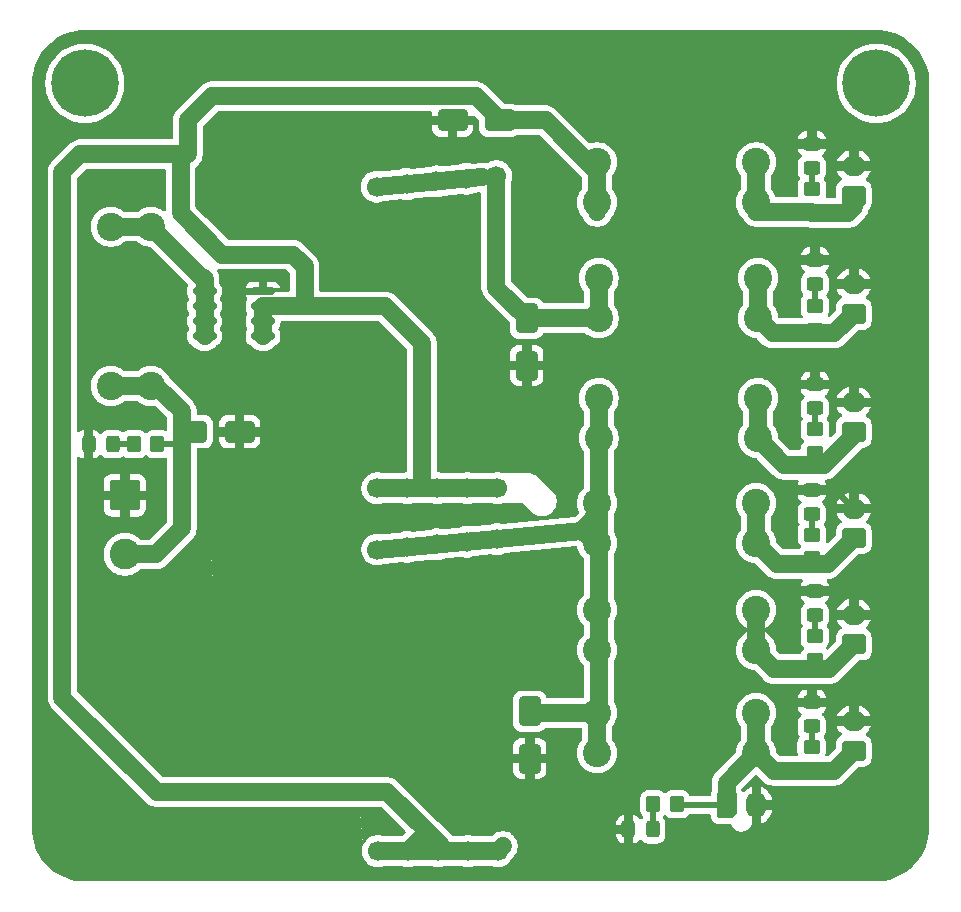
<source format=gbr>
%TF.GenerationSoftware,KiCad,Pcbnew,9.0.2*%
%TF.CreationDate,2025-06-04T19:58:56+07:00*%
%TF.ProjectId,PDM MOTHERBOARD,50444d20-4d4f-4544-9845-52424f415244,rev?*%
%TF.SameCoordinates,Original*%
%TF.FileFunction,Copper,L1,Top*%
%TF.FilePolarity,Positive*%
%FSLAX46Y46*%
G04 Gerber Fmt 4.6, Leading zero omitted, Abs format (unit mm)*
G04 Created by KiCad (PCBNEW 9.0.2) date 2025-06-04 19:58:56*
%MOMM*%
%LPD*%
G01*
G04 APERTURE LIST*
G04 Aperture macros list*
%AMRoundRect*
0 Rectangle with rounded corners*
0 $1 Rounding radius*
0 $2 $3 $4 $5 $6 $7 $8 $9 X,Y pos of 4 corners*
0 Add a 4 corners polygon primitive as box body*
4,1,4,$2,$3,$4,$5,$6,$7,$8,$9,$2,$3,0*
0 Add four circle primitives for the rounded corners*
1,1,$1+$1,$2,$3*
1,1,$1+$1,$4,$5*
1,1,$1+$1,$6,$7*
1,1,$1+$1,$8,$9*
0 Add four rect primitives between the rounded corners*
20,1,$1+$1,$2,$3,$4,$5,0*
20,1,$1+$1,$4,$5,$6,$7,0*
20,1,$1+$1,$6,$7,$8,$9,0*
20,1,$1+$1,$8,$9,$2,$3,0*%
%AMRotRect*
0 Rectangle, with rotation*
0 The origin of the aperture is its center*
0 $1 length*
0 $2 width*
0 $3 Rotation angle, in degrees counterclockwise*
0 Add horizontal line*
21,1,$1,$2,0,0,$3*%
%AMFreePoly0*
4,1,22,0.945671,0.830970,1.026777,0.776777,1.080970,0.695671,1.100000,0.600000,1.100000,-0.600000,1.080970,-0.695671,1.026777,-0.776777,0.945671,-0.830970,0.850000,-0.850000,-0.596447,-0.850000,-0.692118,-0.830970,-0.773224,-0.776777,-1.026777,-0.523224,-1.080970,-0.442118,-1.100000,-0.346447,-1.100000,0.600000,-1.080970,0.695671,-1.026777,0.776777,-0.945671,0.830970,-0.850000,0.850000,
0.850000,0.850000,0.945671,0.830970,0.945671,0.830970,$1*%
G04 Aperture macros list end*
%TA.AperFunction,ComponentPad*%
%ADD10C,2.400000*%
%TD*%
%TA.AperFunction,SMDPad,CuDef*%
%ADD11RoundRect,0.250000X0.450000X-0.350000X0.450000X0.350000X-0.450000X0.350000X-0.450000X-0.350000X0*%
%TD*%
%TA.AperFunction,SMDPad,CuDef*%
%ADD12RoundRect,0.250000X-0.450000X0.325000X-0.450000X-0.325000X0.450000X-0.325000X0.450000X0.325000X0*%
%TD*%
%TA.AperFunction,ComponentPad*%
%ADD13RoundRect,0.250000X0.750000X-0.600000X0.750000X0.600000X-0.750000X0.600000X-0.750000X-0.600000X0*%
%TD*%
%TA.AperFunction,ComponentPad*%
%ADD14O,2.000000X1.700000*%
%TD*%
%TA.AperFunction,ComponentPad*%
%ADD15FreePoly0,90.000000*%
%TD*%
%TA.AperFunction,ComponentPad*%
%ADD16O,1.700000X2.200000*%
%TD*%
%TA.AperFunction,ComponentPad*%
%ADD17R,1.700000X1.700000*%
%TD*%
%TA.AperFunction,ComponentPad*%
%ADD18C,1.700000*%
%TD*%
%TA.AperFunction,ComponentPad*%
%ADD19RotRect,1.700000X1.700000X95.000000*%
%TD*%
%TA.AperFunction,SMDPad,CuDef*%
%ADD20RoundRect,0.250000X0.350000X0.450000X-0.350000X0.450000X-0.350000X-0.450000X0.350000X-0.450000X0*%
%TD*%
%TA.AperFunction,SMDPad,CuDef*%
%ADD21RoundRect,0.150000X0.825000X0.150000X-0.825000X0.150000X-0.825000X-0.150000X0.825000X-0.150000X0*%
%TD*%
%TA.AperFunction,SMDPad,CuDef*%
%ADD22RoundRect,0.250000X-0.650000X1.000000X-0.650000X-1.000000X0.650000X-1.000000X0.650000X1.000000X0*%
%TD*%
%TA.AperFunction,ComponentPad*%
%ADD23C,3.600000*%
%TD*%
%TA.AperFunction,ConnectorPad*%
%ADD24C,5.700000*%
%TD*%
%TA.AperFunction,SMDPad,CuDef*%
%ADD25RoundRect,0.250000X1.000000X0.650000X-1.000000X0.650000X-1.000000X-0.650000X1.000000X-0.650000X0*%
%TD*%
%TA.AperFunction,SMDPad,CuDef*%
%ADD26RoundRect,0.250000X-1.000000X-0.650000X1.000000X-0.650000X1.000000X0.650000X-1.000000X0.650000X0*%
%TD*%
%TA.AperFunction,SMDPad,CuDef*%
%ADD27RoundRect,0.250000X-0.325000X-0.450000X0.325000X-0.450000X0.325000X0.450000X-0.325000X0.450000X0*%
%TD*%
%TA.AperFunction,ComponentPad*%
%ADD28RoundRect,0.250000X-1.050000X1.050000X-1.050000X-1.050000X1.050000X-1.050000X1.050000X1.050000X0*%
%TD*%
%TA.AperFunction,ComponentPad*%
%ADD29C,2.600000*%
%TD*%
%TA.AperFunction,Conductor*%
%ADD30C,0.500000*%
%TD*%
%TA.AperFunction,Conductor*%
%ADD31C,1.500000*%
%TD*%
G04 APERTURE END LIST*
D10*
%TO.P,F2,1_1*%
%TO.N,3Vin*%
X121404000Y-36986000D03*
%TO.P,F2,1_2*%
X121404000Y-40386000D03*
%TO.P,F2,2_1*%
%TO.N,Net-(3v3out1-Pin_1)*%
X134874000Y-36986000D03*
%TO.P,F2,2_2*%
X134874000Y-40386000D03*
%TD*%
%TO.P,F7,1_1*%
%TO.N,12tobuck*%
X121265000Y-27178000D03*
%TO.P,F7,1_2*%
X121265000Y-30578000D03*
%TO.P,F7,2_1*%
%TO.N,Net-(12vout1-Pin_1)*%
X134735000Y-27178000D03*
%TO.P,F7,2_2*%
X134735000Y-30578000D03*
%TD*%
D11*
%TO.P,R2,1*%
%TO.N,Net-(3v3out1-Pin_1)*%
X139700000Y-41370000D03*
%TO.P,R2,2*%
%TO.N,Net-(D3-A)*%
X139700000Y-39370000D03*
%TD*%
D12*
%TO.P,D7,1,K*%
%TO.N,GND*%
X139700000Y-45974000D03*
%TO.P,D7,2,A*%
%TO.N,Net-(D7-A)*%
X139700000Y-48024000D03*
%TD*%
D13*
%TO.P,5out5,1,Pin_1*%
%TO.N,Net-(5out5-Pin_1)*%
X143000000Y-50000000D03*
D14*
%TO.P,5out5,2,Pin_2*%
%TO.N,GND*%
X143000000Y-47500000D03*
%TD*%
D15*
%TO.P,5out2,1,Pin_1*%
%TO.N,/5v_f3*%
X132239930Y-81608000D03*
D16*
%TO.P,5out2,2,Pin_2*%
%TO.N,GND*%
X134739930Y-81608000D03*
%TD*%
D13*
%TO.P,3v3out1,1,Pin_1*%
%TO.N,Net-(3v3out1-Pin_1)*%
X143002000Y-40000000D03*
D14*
%TO.P,3v3out1,2,Pin_2*%
%TO.N,GND*%
X143002000Y-37500000D03*
%TD*%
D11*
%TO.P,R1,1*%
%TO.N,Net-(12vout1-Pin_1)*%
X139446000Y-31464000D03*
%TO.P,R1,2*%
%TO.N,Net-(D2-A)*%
X139446000Y-29464000D03*
%TD*%
D12*
%TO.P,D8,1,K*%
%TO.N,GND*%
X139442076Y-54929963D03*
%TO.P,D8,2,A*%
%TO.N,Net-(D8-A)*%
X139442076Y-56979963D03*
%TD*%
D11*
%TO.P,R5,1*%
%TO.N,Net-(5out4-Pin_1)*%
X139700000Y-69310000D03*
%TO.P,R5,2*%
%TO.N,Net-(D9-A)*%
X139700000Y-67310000D03*
%TD*%
%TO.P,R4,1*%
%TO.N,Net-(5out1-Pin_1)*%
X139446000Y-60706000D03*
%TO.P,R4,2*%
%TO.N,Net-(D8-A)*%
X139446000Y-58706000D03*
%TD*%
D10*
%TO.P,F9,1_1*%
%TO.N,Net-(12in1-Pin_2)*%
X80088000Y-46105000D03*
%TO.P,F9,1_2*%
X83488000Y-46105000D03*
%TO.P,F9,2_1*%
%TO.N,Net-(U1-D)*%
X80088000Y-32635000D03*
%TO.P,F9,2_2*%
X83488000Y-32635000D03*
%TD*%
D13*
%TO.P,5out4,1,Pin_1*%
%TO.N,Net-(5out4-Pin_1)*%
X143000000Y-68000000D03*
D14*
%TO.P,5out4,2,Pin_2*%
%TO.N,GND*%
X143000000Y-65500000D03*
%TD*%
D13*
%TO.P,5out3,1,Pin_1*%
%TO.N,/5v_f3*%
X143000000Y-77000000D03*
D14*
%TO.P,5out3,2,Pin_2*%
%TO.N,GND*%
X143000000Y-74500000D03*
%TD*%
D13*
%TO.P,12vout1,1,Pin_1*%
%TO.N,Net-(12vout1-Pin_1)*%
X143002000Y-30000000D03*
D14*
%TO.P,12vout1,2,Pin_2*%
%TO.N,GND*%
X143002000Y-27500000D03*
%TD*%
D12*
%TO.P,D9,1,K*%
%TO.N,GND*%
X139700000Y-63482000D03*
%TO.P,D9,2,A*%
%TO.N,Net-(D9-A)*%
X139700000Y-65532000D03*
%TD*%
D17*
%TO.P,U2,1,GND*%
%TO.N,GND*%
X89952620Y-54775348D03*
D18*
%TO.P,U2,2,GND*%
X92492620Y-54775348D03*
%TO.P,U2,3,GND*%
X95032620Y-54775348D03*
%TO.P,U2,4,GND*%
X97572620Y-54775348D03*
%TO.P,U2,5,GND*%
X100112620Y-54775348D03*
%TO.P,U2,6,12VIN*%
%TO.N,12tobuck*%
X102652620Y-54775348D03*
%TO.P,U2,7,12VIN*%
X105192620Y-54775348D03*
%TO.P,U2,8,12VIN*%
X107732620Y-54775348D03*
%TO.P,U2,9,12VIN*%
X110272620Y-54775348D03*
%TO.P,U2,10,12VIN*%
X112812620Y-54775348D03*
D19*
%TO.P,U2,11,GND*%
%TO.N,GND*%
X89954662Y-30349502D03*
D18*
%TO.P,U2,12,GND*%
X92484997Y-30128126D03*
%TO.P,U2,13,GND*%
X95015331Y-29906751D03*
%TO.P,U2,14,GND*%
X97545666Y-29685375D03*
%TO.P,U2,15,GND*%
X100076000Y-29464000D03*
%TO.P,U2,16,3V3*%
%TO.N,3Vin*%
X102606335Y-29242624D03*
%TO.P,U2,17,3V3*%
X105136669Y-29021248D03*
%TO.P,U2,18,3V3*%
X107667004Y-28799873D03*
%TO.P,U2,19,3V3*%
X110197338Y-28578497D03*
%TO.P,U2,20,3V3*%
X112727673Y-28357122D03*
%TD*%
D20*
%TO.P,R8,1*%
%TO.N,Net-(12in1-Pin_2)*%
X84042000Y-51054000D03*
%TO.P,R8,2*%
%TO.N,Net-(D12-A)*%
X82042000Y-51054000D03*
%TD*%
D21*
%TO.P,U1,1,D*%
%TO.N,Net-(U1-D)*%
X88025000Y-41912500D03*
X88025000Y-40642500D03*
X88025000Y-39372500D03*
X88025000Y-38102500D03*
%TO.P,U1,2,G*%
%TO.N,GND*%
X92975000Y-38102500D03*
%TO.P,U1,3,S*%
%TO.N,12tobuck*%
X92975000Y-41912500D03*
X92975000Y-40642500D03*
X92975000Y-39372500D03*
%TD*%
D10*
%TO.P,F5,1_1*%
%TO.N,5Vin*%
X121265000Y-65084753D03*
%TO.P,F5,1_2*%
X121265000Y-68484753D03*
%TO.P,F5,2_1*%
%TO.N,Net-(5out4-Pin_1)*%
X134735000Y-65084753D03*
%TO.P,F5,2_2*%
X134735000Y-68484753D03*
%TD*%
%TO.P,F8,1_1*%
%TO.N,5Vin*%
X121404000Y-47146000D03*
%TO.P,F8,1_2*%
X121404000Y-50546000D03*
%TO.P,F8,2_1*%
%TO.N,Net-(5out5-Pin_1)*%
X134874000Y-47146000D03*
%TO.P,F8,2_2*%
X134874000Y-50546000D03*
%TD*%
D12*
%TO.P,D3,1,K*%
%TO.N,GND*%
X139717524Y-35444890D03*
%TO.P,D3,2,A*%
%TO.N,Net-(D3-A)*%
X139717524Y-37494890D03*
%TD*%
D10*
%TO.P,F6,1_1*%
%TO.N,5Vin*%
X121265000Y-73800000D03*
%TO.P,F6,1_2*%
X121265000Y-77200000D03*
%TO.P,F6,2_1*%
%TO.N,/5v_f3*%
X134735000Y-73800000D03*
%TO.P,F6,2_2*%
X134735000Y-77200000D03*
%TD*%
D20*
%TO.P,R7,1*%
%TO.N,/5v_f3*%
X128016000Y-81534000D03*
%TO.P,R7,2*%
%TO.N,Net-(D11-A)*%
X126016000Y-81534000D03*
%TD*%
D22*
%TO.P,D4,1,A1*%
%TO.N,5Vin*%
X115570000Y-73660000D03*
%TO.P,D4,2,A2*%
%TO.N,GND*%
X115570000Y-77660000D03*
%TD*%
D23*
%TO.P,H2,1,1*%
%TO.N,GND*%
X77898000Y-83494000D03*
D24*
X77898000Y-83494000D03*
%TD*%
D22*
%TO.P,D5,1,A1*%
%TO.N,3Vin*%
X115316000Y-40386000D03*
%TO.P,D5,2,A2*%
%TO.N,GND*%
X115316000Y-44386000D03*
%TD*%
D25*
%TO.P,D6,1,A1*%
%TO.N,12tobuck*%
X113030000Y-23622000D03*
%TO.P,D6,2,A2*%
%TO.N,GND*%
X109030000Y-23622000D03*
%TD*%
D26*
%TO.P,D1,1,A1*%
%TO.N,Net-(12in1-Pin_2)*%
X87000000Y-50000000D03*
%TO.P,D1,2,A2*%
%TO.N,GND*%
X91000000Y-50000000D03*
%TD*%
D23*
%TO.P,H3,1,1*%
%TO.N,N/C*%
X77898000Y-20494000D03*
D24*
X77898000Y-20494000D03*
%TD*%
D27*
%TO.P,D11,1,K*%
%TO.N,GND*%
X123921115Y-83659872D03*
%TO.P,D11,2,A*%
%TO.N,Net-(D11-A)*%
X125971115Y-83659872D03*
%TD*%
D13*
%TO.P,5out1,1,Pin_1*%
%TO.N,Net-(5out1-Pin_1)*%
X143000000Y-59000000D03*
D14*
%TO.P,5out1,2,Pin_2*%
%TO.N,GND*%
X143000000Y-56500000D03*
%TD*%
D23*
%TO.P,H1,1,1*%
%TO.N,GND*%
X144898000Y-83494000D03*
D24*
X144898000Y-83494000D03*
%TD*%
D17*
%TO.P,U3,1,GND*%
%TO.N,GND*%
X90000947Y-85498626D03*
D18*
%TO.P,U3,2,GND*%
X92540947Y-85498626D03*
%TO.P,U3,3,GND*%
X95080947Y-85498626D03*
%TO.P,U3,4,GND*%
X97620947Y-85498626D03*
%TO.P,U3,5,GND*%
X100160947Y-85498626D03*
%TO.P,U3,6,12VIN*%
%TO.N,12tobuck*%
X102700947Y-85498626D03*
%TO.P,U3,7,12VIN*%
X105240947Y-85498626D03*
%TO.P,U3,8,12VIN*%
X107780947Y-85498626D03*
%TO.P,U3,9,12VIN*%
X110320947Y-85498626D03*
%TO.P,U3,10,12VIN*%
X112860947Y-85498626D03*
D19*
%TO.P,U3,11,GND*%
%TO.N,GND*%
X90002989Y-61072780D03*
D18*
%TO.P,U3,12,GND*%
X92533324Y-60851404D03*
%TO.P,U3,13,GND*%
X95063658Y-60630029D03*
%TO.P,U3,14,GND*%
X97593993Y-60408653D03*
%TO.P,U3,15,GND*%
X100124327Y-60187278D03*
%TO.P,U3,16,5V*%
%TO.N,5Vin*%
X102654662Y-59965902D03*
%TO.P,U3,17,5V*%
X105184996Y-59744526D03*
%TO.P,U3,18,5V*%
X107715331Y-59523151D03*
%TO.P,U3,19,5V*%
X110245665Y-59301775D03*
%TO.P,U3,20,5V*%
X112776000Y-59080400D03*
%TD*%
D12*
%TO.P,D10,1,K*%
%TO.N,GND*%
X139446000Y-72898511D03*
%TO.P,D10,2,A*%
%TO.N,Net-(D10-A)*%
X139446000Y-74948511D03*
%TD*%
D10*
%TO.P,F4,1_1*%
%TO.N,5Vin*%
X121265000Y-56036000D03*
%TO.P,F4,1_2*%
X121265000Y-59436000D03*
%TO.P,F4,2_1*%
%TO.N,Net-(5out1-Pin_1)*%
X134735000Y-56036000D03*
%TO.P,F4,2_2*%
X134735000Y-59436000D03*
%TD*%
D11*
%TO.P,R6,1*%
%TO.N,/5v_f3*%
X139428881Y-78708000D03*
%TO.P,R6,2*%
%TO.N,Net-(D10-A)*%
X139428881Y-76708000D03*
%TD*%
D23*
%TO.P,H4,1,1*%
%TO.N,N/C*%
X144898000Y-20494000D03*
D24*
X144898000Y-20494000D03*
%TD*%
D12*
%TO.P,D2,1,K*%
%TO.N,GND*%
X139446000Y-25622000D03*
%TO.P,D2,2,A*%
%TO.N,Net-(D2-A)*%
X139446000Y-27672000D03*
%TD*%
D11*
%TO.P,R3,1*%
%TO.N,Net-(5out5-Pin_1)*%
X139700000Y-51784000D03*
%TO.P,R3,2*%
%TO.N,Net-(D7-A)*%
X139700000Y-49784000D03*
%TD*%
D27*
%TO.P,D12,1,K*%
%TO.N,GND*%
X78214000Y-51054000D03*
%TO.P,D12,2,A*%
%TO.N,Net-(D12-A)*%
X80264000Y-51054000D03*
%TD*%
D28*
%TO.P,12in1,1,Pin_1*%
%TO.N,GND*%
X81280000Y-55372000D03*
D29*
%TO.P,12in1,2,Pin_2*%
%TO.N,Net-(12in1-Pin_2)*%
X81280000Y-60372000D03*
%TD*%
D30*
%TO.N,Net-(12in1-Pin_2)*%
X84042000Y-51054000D02*
X85852000Y-51054000D01*
D31*
X80088000Y-46105000D02*
X83488000Y-46105000D01*
D30*
X85852000Y-51054000D02*
X86106000Y-51308000D01*
D31*
X86106000Y-58166000D02*
X83900000Y-60372000D01*
X83951000Y-46105000D02*
X86106000Y-48260000D01*
X86106000Y-48260000D02*
X86106000Y-51308000D01*
X83488000Y-46105000D02*
X83951000Y-46105000D01*
X86106000Y-51308000D02*
X86106000Y-58166000D01*
X83900000Y-60372000D02*
X81280000Y-60372000D01*
%TO.N,Net-(3v3out1-Pin_1)*%
X141346000Y-41656000D02*
X143002000Y-40000000D01*
X136144000Y-41656000D02*
X141346000Y-41656000D01*
X134874000Y-40386000D02*
X136144000Y-41656000D01*
X134874000Y-36986000D02*
X134874000Y-40386000D01*
%TO.N,5Vin*%
X120000000Y-58373161D02*
X121274786Y-56993933D01*
X112776000Y-59080400D02*
X120000000Y-58373161D01*
X121265000Y-73800000D02*
X121265000Y-77200000D01*
X121265000Y-73299000D02*
X121404000Y-73160000D01*
X121265000Y-73800000D02*
X115710000Y-73800000D01*
X121404000Y-73160000D02*
X121404000Y-47146000D01*
X120000000Y-58373161D02*
X121369075Y-58239127D01*
X115710000Y-73800000D02*
X115570000Y-73660000D01*
X121265000Y-73800000D02*
X121265000Y-73299000D01*
X120000000Y-58373161D02*
X121286350Y-59445497D01*
X102654662Y-59965902D02*
X112776000Y-59080400D01*
%TO.N,3Vin*%
X121404000Y-36986000D02*
X121404000Y-40386000D01*
X112727673Y-28357122D02*
X112727673Y-37797673D01*
X102606335Y-29242624D02*
X111506000Y-28464004D01*
X112727673Y-37797673D02*
X115316000Y-40386000D01*
X115316000Y-40386000D02*
X121404000Y-40386000D01*
%TO.N,Net-(5out1-Pin_1)*%
X134735000Y-59436000D02*
X136513000Y-61214000D01*
X134735000Y-56036000D02*
X134735000Y-59436000D01*
X140786000Y-61214000D02*
X143000000Y-59000000D01*
X136513000Y-61214000D02*
X140786000Y-61214000D01*
%TO.N,Net-(12vout1-Pin_1)*%
X134735000Y-31384299D02*
X139366299Y-31384299D01*
X139366299Y-31384299D02*
X139446000Y-31464000D01*
X142538000Y-31464000D02*
X143002000Y-31000000D01*
X134735000Y-27984299D02*
X134735000Y-31384299D01*
X139446000Y-31464000D02*
X142538000Y-31464000D01*
%TO.N,Net-(5out4-Pin_1)*%
X134735000Y-65084753D02*
X134735000Y-68484753D01*
X136259000Y-70104000D02*
X139446000Y-70104000D01*
X140896000Y-70104000D02*
X143000000Y-68000000D01*
X134735000Y-68580000D02*
X136259000Y-70104000D01*
X139446000Y-70104000D02*
X140896000Y-70104000D01*
%TO.N,Net-(U1-D)*%
X88000000Y-37000000D02*
X88025000Y-37025000D01*
X83488000Y-32635000D02*
X80088000Y-32635000D01*
X83488000Y-32635000D02*
X87853000Y-37000000D01*
X88025000Y-37025000D02*
X88025000Y-41912500D01*
X87853000Y-37000000D02*
X88000000Y-37000000D01*
D30*
%TO.N,Net-(D2-A)*%
X139446000Y-29464000D02*
X139446000Y-27672000D01*
%TO.N,Net-(D3-A)*%
X139700000Y-37512414D02*
X139717524Y-37494890D01*
X139700000Y-39370000D02*
X139700000Y-37512414D01*
%TO.N,Net-(D7-A)*%
X139700000Y-49784000D02*
X139700000Y-48024000D01*
%TO.N,Net-(D8-A)*%
X139446000Y-56983887D02*
X139442076Y-56979963D01*
X139446000Y-58706000D02*
X139446000Y-56983887D01*
%TO.N,Net-(D9-A)*%
X139700000Y-65532000D02*
X139700000Y-67310000D01*
%TO.N,Net-(D10-A)*%
X139446000Y-76690881D02*
X139428881Y-76708000D01*
X139446000Y-74948511D02*
X139446000Y-76690881D01*
%TO.N,Net-(D11-A)*%
X125805361Y-81800551D02*
X125760476Y-81845436D01*
X126016000Y-81534000D02*
X126016000Y-83614987D01*
D31*
%TO.N,12tobuck*%
X76000000Y-28000000D02*
X76000000Y-72500000D01*
X107000687Y-83999313D02*
X108500000Y-85498626D01*
X88646000Y-21590000D02*
X86614000Y-23622000D01*
X86000000Y-31500000D02*
X86000000Y-26500000D01*
X96500000Y-39372500D02*
X96500000Y-36000000D01*
X89500000Y-35000000D02*
X86000000Y-31500000D01*
X112860947Y-85498626D02*
X108500000Y-85498626D01*
X103501374Y-80500000D02*
X107000687Y-83999313D01*
X108500000Y-85498626D02*
X102700947Y-85498626D01*
X77500000Y-26500000D02*
X76000000Y-28000000D01*
X113030000Y-23622000D02*
X116902701Y-23622000D01*
X92975000Y-39372500D02*
X92975000Y-41912500D01*
X95500000Y-35000000D02*
X89500000Y-35000000D01*
X102652620Y-54775348D02*
X106426000Y-54775348D01*
X121265000Y-27984299D02*
X121265000Y-31384299D01*
X107000687Y-83999313D02*
X106740260Y-83999313D01*
X86614000Y-23622000D02*
X86614000Y-26500000D01*
X106426000Y-54775348D02*
X112812620Y-54775348D01*
X92975000Y-39372500D02*
X96500000Y-39372500D01*
X84000000Y-80500000D02*
X103501374Y-80500000D01*
X103298500Y-39372500D02*
X106426000Y-42500000D01*
X86000000Y-26500000D02*
X77500000Y-26500000D01*
X96500000Y-39372500D02*
X103298500Y-39372500D01*
X106426000Y-42500000D02*
X106426000Y-54775348D01*
X76000000Y-72500000D02*
X84000000Y-80500000D01*
X116902701Y-23622000D02*
X121265000Y-27984299D01*
X113030000Y-23622000D02*
X110998000Y-21590000D01*
X110998000Y-21590000D02*
X88646000Y-21590000D01*
X113284000Y-85075573D02*
X112860947Y-85498626D01*
X106740260Y-83999313D02*
X105240947Y-85498626D01*
X96500000Y-36000000D02*
X95500000Y-35000000D01*
X86614000Y-26500000D02*
X86000000Y-26500000D01*
D30*
%TO.N,Net-(D12-A)*%
X82042000Y-51054000D02*
X80264000Y-51054000D01*
D31*
%TO.N,Net-(5out5-Pin_1)*%
X137128000Y-52800000D02*
X139700000Y-52800000D01*
X134874000Y-50546000D02*
X137128000Y-52800000D01*
X139700000Y-52800000D02*
X140494000Y-52800000D01*
X143000000Y-50294000D02*
X143000000Y-50000000D01*
X134874000Y-47146000D02*
X134874000Y-50546000D01*
X140494000Y-52800000D02*
X143000000Y-50294000D01*
D30*
%TO.N,GND*%
X139442076Y-54929963D02*
X141429963Y-54929963D01*
X141429963Y-54929963D02*
X143000000Y-56500000D01*
D31*
%TO.N,/5v_f3*%
X134735000Y-77200000D02*
X132239930Y-79695070D01*
X134735000Y-77200000D02*
X136243000Y-78708000D01*
X132239930Y-79695070D02*
X132239930Y-81608000D01*
D30*
X128016000Y-81534000D02*
X128090000Y-81608000D01*
D31*
X134735000Y-73800000D02*
X134735000Y-77200000D01*
X139428881Y-78708000D02*
X141292000Y-78708000D01*
D30*
X128090000Y-81608000D02*
X132239930Y-81608000D01*
D31*
X136243000Y-78708000D02*
X139428881Y-78708000D01*
X141292000Y-78708000D02*
X143000000Y-77000000D01*
%TD*%
%TA.AperFunction,Conductor*%
%TO.N,GND*%
G36*
X101759022Y-58951644D02*
G01*
X101624552Y-59086115D01*
X101499613Y-59258081D01*
X101403106Y-59447487D01*
X101337415Y-59649662D01*
X101304162Y-59859615D01*
X101304162Y-60072188D01*
X101323302Y-60193037D01*
X101337416Y-60282145D01*
X101348924Y-60317564D01*
X101403106Y-60484316D01*
X101499613Y-60673722D01*
X101624552Y-60845688D01*
X101774875Y-60996011D01*
X101946841Y-61120950D01*
X101946843Y-61120951D01*
X101946846Y-61120953D01*
X101982473Y-61139105D01*
X102206013Y-63327444D01*
X88813022Y-64008000D01*
X88494141Y-58921092D01*
X88392000Y-58928000D01*
X101655219Y-57935461D01*
X101759022Y-58951644D01*
G37*
%TD.AperFunction*%
%TD*%
%TA.AperFunction,Conductor*%
%TO.N,GND*%
G36*
X101452812Y-84973494D02*
G01*
X101449391Y-84980211D01*
X101383700Y-85182386D01*
X101379992Y-85205800D01*
X101350447Y-85392339D01*
X101350447Y-85604913D01*
X101383701Y-85814869D01*
X101436917Y-85978651D01*
X101449391Y-86017040D01*
X101545898Y-86206446D01*
X101584135Y-86259076D01*
X101715245Y-87542566D01*
X91424174Y-88065500D01*
X88312373Y-88065500D01*
X88003373Y-83136214D01*
X87901232Y-83143122D01*
X101164451Y-82150583D01*
X101452812Y-84973494D01*
G37*
%TD.AperFunction*%
%TD*%
%TA.AperFunction,Conductor*%
%TO.N,GND*%
G36*
X102179896Y-27961182D02*
G01*
X102087920Y-27991068D01*
X101898514Y-28087575D01*
X101726548Y-28212514D01*
X101576225Y-28362837D01*
X101451286Y-28534803D01*
X101354779Y-28724209D01*
X101289088Y-28926384D01*
X101255835Y-29136337D01*
X101255835Y-29348910D01*
X101289088Y-29558863D01*
X101354779Y-29761038D01*
X101451286Y-29950444D01*
X101576225Y-30122410D01*
X101726548Y-30272733D01*
X101898514Y-30397672D01*
X101898516Y-30397673D01*
X101898519Y-30397675D01*
X102087923Y-30494181D01*
X102290092Y-30559870D01*
X102447906Y-30584865D01*
X102574454Y-31823695D01*
X88792490Y-32524016D01*
X88127012Y-31858538D01*
X87851829Y-27468704D01*
X87749688Y-27475612D01*
X102021199Y-26407619D01*
X102179896Y-27961182D01*
G37*
%TD.AperFunction*%
%TD*%
%TA.AperFunction,Conductor*%
%TO.N,GND*%
G36*
X144901541Y-15994618D02*
G01*
X145285697Y-16011432D01*
X145296474Y-16012376D01*
X145675847Y-16062445D01*
X145686514Y-16064331D01*
X146060040Y-16147347D01*
X146070500Y-16150157D01*
X146435344Y-16265490D01*
X146445523Y-16269204D01*
X146798911Y-16415979D01*
X146808725Y-16420568D01*
X147147923Y-16597647D01*
X147157282Y-16603066D01*
X147479737Y-16809118D01*
X147488602Y-16815345D01*
X147678062Y-16961203D01*
X147791791Y-17048758D01*
X147800082Y-17055739D01*
X147930598Y-17175768D01*
X148081727Y-17314755D01*
X148089379Y-17322436D01*
X148347322Y-17605074D01*
X148354262Y-17613380D01*
X148496497Y-17799601D01*
X148586524Y-17917470D01*
X148592723Y-17926367D01*
X148797525Y-18249579D01*
X148802923Y-18258984D01*
X148978702Y-18598850D01*
X148983258Y-18608691D01*
X149128674Y-18962623D01*
X149132352Y-18972824D01*
X149246287Y-19338097D01*
X149249060Y-19348579D01*
X149252480Y-19364248D01*
X149328522Y-19712670D01*
X149330648Y-19722408D01*
X149332495Y-19733095D01*
X149381110Y-20112633D01*
X149382016Y-20123438D01*
X149397395Y-20508491D01*
X149397494Y-20513508D01*
X149397493Y-20513684D01*
X149397252Y-20577081D01*
X149397458Y-20577864D01*
X149397454Y-20586627D01*
X149397454Y-20586634D01*
X149359543Y-83491795D01*
X149359500Y-83492468D01*
X149359500Y-83563293D01*
X149359382Y-83568702D01*
X149342614Y-83952750D01*
X149341671Y-83963526D01*
X149291849Y-84341957D01*
X149289971Y-84352610D01*
X149207354Y-84725272D01*
X149204554Y-84735721D01*
X149089775Y-85099755D01*
X149086075Y-85109921D01*
X148940002Y-85462572D01*
X148935430Y-85472376D01*
X148759183Y-85810942D01*
X148753775Y-85820310D01*
X148548681Y-86142244D01*
X148542476Y-86151105D01*
X148310110Y-86453930D01*
X148303156Y-86462217D01*
X148045284Y-86743635D01*
X148037635Y-86751284D01*
X147756217Y-87009156D01*
X147747930Y-87016110D01*
X147445105Y-87248476D01*
X147436244Y-87254681D01*
X147114310Y-87459775D01*
X147104942Y-87465183D01*
X146766376Y-87641430D01*
X146756572Y-87646002D01*
X146403921Y-87792075D01*
X146393755Y-87795775D01*
X146029721Y-87910554D01*
X146019272Y-87913354D01*
X145646610Y-87995971D01*
X145635957Y-87997849D01*
X145257526Y-88047671D01*
X145246750Y-88048614D01*
X144862703Y-88065382D01*
X144857294Y-88065500D01*
X91424174Y-88065500D01*
X101715245Y-87542566D01*
X101584135Y-86259076D01*
X101670837Y-86378412D01*
X101821160Y-86528735D01*
X101993126Y-86653674D01*
X101993128Y-86653675D01*
X101993131Y-86653677D01*
X102182535Y-86750183D01*
X102384704Y-86815872D01*
X102594660Y-86849126D01*
X102594661Y-86849126D01*
X102807233Y-86849126D01*
X102807234Y-86849126D01*
X103017190Y-86815872D01*
X103148173Y-86773312D01*
X103203935Y-86755195D01*
X103242253Y-86749126D01*
X104699641Y-86749126D01*
X104737959Y-86755195D01*
X104810735Y-86778841D01*
X104924704Y-86815872D01*
X105134660Y-86849126D01*
X105134661Y-86849126D01*
X105347233Y-86849126D01*
X105347234Y-86849126D01*
X105557190Y-86815872D01*
X105688173Y-86773312D01*
X105743935Y-86755195D01*
X105782253Y-86749126D01*
X107239641Y-86749126D01*
X107277959Y-86755195D01*
X107350735Y-86778841D01*
X107464704Y-86815872D01*
X107674660Y-86849126D01*
X107674661Y-86849126D01*
X107887233Y-86849126D01*
X107887234Y-86849126D01*
X108097190Y-86815872D01*
X108228173Y-86773312D01*
X108283935Y-86755195D01*
X108322253Y-86749126D01*
X108401583Y-86749126D01*
X108401584Y-86749126D01*
X108598417Y-86749126D01*
X109779641Y-86749126D01*
X109817959Y-86755195D01*
X109890735Y-86778841D01*
X110004704Y-86815872D01*
X110214660Y-86849126D01*
X110214661Y-86849126D01*
X110427233Y-86849126D01*
X110427234Y-86849126D01*
X110637190Y-86815872D01*
X110768173Y-86773312D01*
X110823935Y-86755195D01*
X110862253Y-86749126D01*
X112319641Y-86749126D01*
X112357959Y-86755195D01*
X112430735Y-86778841D01*
X112544704Y-86815872D01*
X112754660Y-86849126D01*
X112754661Y-86849126D01*
X112967233Y-86849126D01*
X112967234Y-86849126D01*
X113177190Y-86815872D01*
X113379359Y-86750183D01*
X113568763Y-86653677D01*
X113655422Y-86590716D01*
X113740733Y-86528735D01*
X113740735Y-86528732D01*
X113740739Y-86528730D01*
X113891051Y-86378418D01*
X113891053Y-86378414D01*
X113891056Y-86378412D01*
X114015997Y-86206443D01*
X114032709Y-86173645D01*
X114105142Y-86031486D01*
X114127946Y-86000100D01*
X114237823Y-85890224D01*
X114237823Y-85890223D01*
X114237828Y-85890219D01*
X114353524Y-85730978D01*
X114442883Y-85555599D01*
X114503709Y-85368400D01*
X114520504Y-85262358D01*
X114534500Y-85173995D01*
X114534500Y-84977151D01*
X114514262Y-84849377D01*
X114503709Y-84782747D01*
X114442883Y-84595547D01*
X114442881Y-84595544D01*
X114442880Y-84595539D01*
X114353525Y-84420169D01*
X114259993Y-84291435D01*
X114237828Y-84260928D01*
X114136758Y-84159858D01*
X122846116Y-84159858D01*
X122856609Y-84262569D01*
X122911756Y-84428991D01*
X122911758Y-84428996D01*
X123003799Y-84578217D01*
X123127769Y-84702187D01*
X123276990Y-84794228D01*
X123276995Y-84794230D01*
X123443417Y-84849377D01*
X123521114Y-84857315D01*
X123521115Y-84857314D01*
X123521115Y-84059872D01*
X122846116Y-84059872D01*
X122846116Y-84159858D01*
X114136758Y-84159858D01*
X114098645Y-84121745D01*
X114013485Y-84059872D01*
X113939403Y-84006047D01*
X113764033Y-83916692D01*
X113722052Y-83903051D01*
X113576826Y-83855864D01*
X113576820Y-83855863D01*
X113382421Y-83825073D01*
X113382416Y-83825073D01*
X113185583Y-83825073D01*
X113185578Y-83825073D01*
X112991178Y-83855863D01*
X112991176Y-83855863D01*
X112991173Y-83855864D01*
X112897573Y-83886277D01*
X112803969Y-83916691D01*
X112628593Y-84006050D01*
X112628590Y-84006051D01*
X112469355Y-84121744D01*
X112469354Y-84121745D01*
X112379289Y-84211808D01*
X112317967Y-84245292D01*
X112291610Y-84248126D01*
X110862253Y-84248126D01*
X110823935Y-84242057D01*
X110637187Y-84181379D01*
X110475904Y-84155834D01*
X110427234Y-84148126D01*
X110214660Y-84148126D01*
X110175149Y-84154383D01*
X110004706Y-84181379D01*
X109817959Y-84242057D01*
X109779641Y-84248126D01*
X109069337Y-84248126D01*
X109002298Y-84228441D01*
X108981656Y-84211807D01*
X108515858Y-83746009D01*
X107929733Y-83159885D01*
X122846115Y-83159885D01*
X122846115Y-83259872D01*
X123521115Y-83259872D01*
X123521115Y-82462429D01*
X123521114Y-82462428D01*
X124321115Y-82462428D01*
X124321115Y-84857314D01*
X124398810Y-84849378D01*
X124398813Y-84849377D01*
X124565234Y-84794230D01*
X124565239Y-84794228D01*
X124714460Y-84702187D01*
X124838433Y-84578214D01*
X124840280Y-84575220D01*
X124842084Y-84573596D01*
X124842913Y-84572549D01*
X124843091Y-84572690D01*
X124892225Y-84528493D01*
X124961188Y-84517268D01*
X125025271Y-84545108D01*
X125051358Y-84575213D01*
X125053403Y-84578528D01*
X125177459Y-84702584D01*
X125326781Y-84794686D01*
X125493318Y-84849871D01*
X125596106Y-84860372D01*
X126346123Y-84860371D01*
X126346131Y-84860370D01*
X126346134Y-84860370D01*
X126402417Y-84854620D01*
X126448912Y-84849871D01*
X126615449Y-84794686D01*
X126764771Y-84702584D01*
X126888827Y-84578528D01*
X126980929Y-84429206D01*
X127036114Y-84262669D01*
X127046615Y-84159881D01*
X127046614Y-83159864D01*
X127041918Y-83113897D01*
X127036114Y-83057075D01*
X127036113Y-83057072D01*
X127004766Y-82962473D01*
X126980929Y-82890538D01*
X126888827Y-82741216D01*
X126867170Y-82719559D01*
X126862831Y-82711614D01*
X126855583Y-82706188D01*
X126846347Y-82681425D01*
X126833685Y-82658236D01*
X126834330Y-82649205D01*
X126831167Y-82640723D01*
X126836783Y-82614902D01*
X126838669Y-82588544D01*
X126844487Y-82579490D01*
X126846019Y-82572450D01*
X126867164Y-82544203D01*
X126928321Y-82483046D01*
X126989643Y-82449564D01*
X127059335Y-82454549D01*
X127103681Y-82483049D01*
X127197344Y-82576712D01*
X127346666Y-82668814D01*
X127513203Y-82723999D01*
X127615991Y-82734500D01*
X128416008Y-82734499D01*
X128416016Y-82734498D01*
X128416019Y-82734498D01*
X128472302Y-82728748D01*
X128518797Y-82723999D01*
X128685334Y-82668814D01*
X128834656Y-82576712D01*
X128958712Y-82452656D01*
X128967179Y-82438927D01*
X128980457Y-82417403D01*
X129032405Y-82370678D01*
X129085995Y-82358500D01*
X130757243Y-82358500D01*
X130824282Y-82378185D01*
X130870037Y-82430989D01*
X130880646Y-82470347D01*
X130889142Y-82556616D01*
X130908554Y-82654206D01*
X130908559Y-82654228D01*
X130916499Y-82685334D01*
X130921936Y-82706634D01*
X130984033Y-82836424D01*
X130984034Y-82836426D01*
X130984035Y-82836427D01*
X131018312Y-82887727D01*
X131039310Y-82919152D01*
X131071739Y-82962473D01*
X131178778Y-83058620D01*
X131254318Y-83109094D01*
X131261506Y-83113897D01*
X131308042Y-83141508D01*
X131308043Y-83141509D01*
X131443719Y-83189374D01*
X131443721Y-83189374D01*
X131443726Y-83189376D01*
X131541310Y-83208787D01*
X131639930Y-83218500D01*
X131639932Y-83218500D01*
X132544426Y-83218500D01*
X132611465Y-83238185D01*
X132657220Y-83290989D01*
X132658987Y-83295047D01*
X132691915Y-83374544D01*
X132790465Y-83522034D01*
X132790468Y-83522038D01*
X132915891Y-83647461D01*
X132915895Y-83647464D01*
X133063376Y-83746009D01*
X133063389Y-83746016D01*
X133148859Y-83781418D01*
X133227264Y-83813894D01*
X133227266Y-83813894D01*
X133227271Y-83813896D01*
X133401234Y-83848499D01*
X133401237Y-83848500D01*
X133401239Y-83848500D01*
X133578623Y-83848500D01*
X133578624Y-83848499D01*
X133636612Y-83836964D01*
X133752588Y-83813896D01*
X133752591Y-83813894D01*
X133752596Y-83813894D01*
X133916477Y-83746013D01*
X134063965Y-83647464D01*
X134189394Y-83522035D01*
X134287943Y-83374547D01*
X134355824Y-83210666D01*
X134360060Y-83189374D01*
X134378894Y-83094682D01*
X134390430Y-83036691D01*
X134390430Y-82859309D01*
X134390430Y-82859306D01*
X134390429Y-82859304D01*
X134355826Y-82685341D01*
X134355824Y-82685338D01*
X134355824Y-82685334D01*
X134349367Y-82669746D01*
X134339930Y-82622298D01*
X134339930Y-82056527D01*
X134371522Y-82088119D01*
X134508339Y-82167111D01*
X134660939Y-82208000D01*
X134818921Y-82208000D01*
X134971521Y-82167111D01*
X135108338Y-82088119D01*
X135139930Y-82056527D01*
X135139930Y-83147505D01*
X135258144Y-83109096D01*
X135258150Y-83109094D01*
X135447487Y-83012620D01*
X135619389Y-82887727D01*
X135619394Y-82887723D01*
X135769653Y-82737464D01*
X135769657Y-82737459D01*
X135894550Y-82565557D01*
X135991025Y-82376217D01*
X136056687Y-82174127D01*
X136083000Y-82008000D01*
X135188457Y-82008000D01*
X135220049Y-81976408D01*
X135299041Y-81839591D01*
X135339930Y-81686991D01*
X135339930Y-81529009D01*
X135299041Y-81376409D01*
X135220049Y-81239592D01*
X135188457Y-81208000D01*
X136083000Y-81208000D01*
X136056687Y-81041872D01*
X135991025Y-80839782D01*
X135894550Y-80650442D01*
X135769657Y-80478540D01*
X135769653Y-80478535D01*
X135619394Y-80328276D01*
X135619389Y-80328272D01*
X135447487Y-80203379D01*
X135258152Y-80106907D01*
X135139930Y-80068494D01*
X135139930Y-81159473D01*
X135108338Y-81127881D01*
X134971521Y-81048889D01*
X134818921Y-81008000D01*
X134660939Y-81008000D01*
X134508339Y-81048889D01*
X134371522Y-81127881D01*
X134339930Y-81159473D01*
X134339930Y-80068494D01*
X134339929Y-80068494D01*
X134221707Y-80106907D01*
X134032372Y-80203379D01*
X133860471Y-80328271D01*
X133721136Y-80467606D01*
X133695136Y-80481802D01*
X133670508Y-80498259D01*
X133664811Y-80498360D01*
X133659813Y-80501090D01*
X133630270Y-80498977D01*
X133600649Y-80499506D01*
X133595802Y-80496512D01*
X133590121Y-80496106D01*
X133566407Y-80478353D01*
X133541206Y-80462786D01*
X133536796Y-80456186D01*
X133534188Y-80454234D01*
X133521598Y-80433440D01*
X133502573Y-80393675D01*
X133490430Y-80340159D01*
X133490430Y-80264406D01*
X133510115Y-80197367D01*
X133526749Y-80176725D01*
X134647319Y-79056155D01*
X134708642Y-79022670D01*
X134778334Y-79027654D01*
X134822681Y-79056155D01*
X135428354Y-79661828D01*
X135587595Y-79777524D01*
X135670454Y-79819742D01*
X135762969Y-79866882D01*
X135762971Y-79866882D01*
X135762974Y-79866884D01*
X135863318Y-79899487D01*
X135950173Y-79927709D01*
X136144578Y-79958500D01*
X136144583Y-79958500D01*
X141390422Y-79958500D01*
X141584826Y-79927709D01*
X141772026Y-79866884D01*
X141947405Y-79777524D01*
X142106646Y-79661828D01*
X143381656Y-78386818D01*
X143442979Y-78353333D01*
X143469337Y-78350499D01*
X143800002Y-78350499D01*
X143800008Y-78350499D01*
X143902797Y-78339999D01*
X144069334Y-78284814D01*
X144218656Y-78192712D01*
X144342712Y-78068656D01*
X144434814Y-77919334D01*
X144489999Y-77752797D01*
X144500500Y-77650009D01*
X144500499Y-76349992D01*
X144496207Y-76307980D01*
X144489999Y-76247203D01*
X144489998Y-76247200D01*
X144476082Y-76205204D01*
X144434814Y-76080666D01*
X144342712Y-75931344D01*
X144218656Y-75807288D01*
X144069334Y-75715186D01*
X144069332Y-75715185D01*
X144063440Y-75711551D01*
X144016716Y-75659603D01*
X144005493Y-75590641D01*
X144033337Y-75526558D01*
X144040856Y-75518330D01*
X144179728Y-75379458D01*
X144304620Y-75207557D01*
X144401092Y-75018222D01*
X144439506Y-74900000D01*
X143307106Y-74900000D01*
X143400099Y-74807007D01*
X143465925Y-74692993D01*
X143500000Y-74565826D01*
X143500000Y-74434174D01*
X143465925Y-74307007D01*
X143400099Y-74192993D01*
X143307106Y-74100000D01*
X143400000Y-74100000D01*
X144439506Y-74100000D01*
X144439505Y-74099999D01*
X144401092Y-73981777D01*
X144304620Y-73792442D01*
X144179727Y-73620540D01*
X144179723Y-73620535D01*
X144029464Y-73470276D01*
X144029459Y-73470272D01*
X143857557Y-73345379D01*
X143668215Y-73248903D01*
X143466124Y-73183241D01*
X143400000Y-73172768D01*
X143400000Y-74100000D01*
X143307106Y-74100000D01*
X143307007Y-74099901D01*
X143192993Y-74034075D01*
X143065826Y-74000000D01*
X142934174Y-74000000D01*
X142807007Y-74034075D01*
X142692993Y-74099901D01*
X142599901Y-74192993D01*
X142534075Y-74307007D01*
X142500000Y-74434174D01*
X142500000Y-74565826D01*
X142534075Y-74692993D01*
X142599901Y-74807007D01*
X142692894Y-74900000D01*
X141560494Y-74900000D01*
X141598907Y-75018222D01*
X141695379Y-75207557D01*
X141820272Y-75379459D01*
X141820276Y-75379464D01*
X141959143Y-75518331D01*
X141992628Y-75579654D01*
X141987644Y-75649346D01*
X141945772Y-75705279D01*
X141936559Y-75711551D01*
X141781342Y-75807289D01*
X141657289Y-75931342D01*
X141565187Y-76080663D01*
X141565186Y-76080666D01*
X141510001Y-76247203D01*
X141510001Y-76247204D01*
X141510000Y-76247204D01*
X141499500Y-76349983D01*
X141499500Y-76680663D01*
X141479815Y-76747702D01*
X141463181Y-76768344D01*
X140810345Y-77421181D01*
X140783417Y-77435884D01*
X140757599Y-77452477D01*
X140751398Y-77453368D01*
X140749022Y-77454666D01*
X140722664Y-77457500D01*
X140708850Y-77457500D01*
X140641811Y-77437815D01*
X140596056Y-77385011D01*
X140586112Y-77315853D01*
X140591141Y-77294507D01*
X140618880Y-77210797D01*
X140629381Y-77108009D01*
X140629380Y-76307992D01*
X140623170Y-76247204D01*
X140618880Y-76205203D01*
X140618879Y-76205200D01*
X140577611Y-76080663D01*
X140563695Y-76038666D01*
X140473446Y-75892348D01*
X140455007Y-75824958D01*
X140475930Y-75758295D01*
X140484410Y-75747969D01*
X140484234Y-75747830D01*
X140488705Y-75742173D01*
X140488712Y-75742167D01*
X140580814Y-75592845D01*
X140635999Y-75426308D01*
X140646500Y-75323520D01*
X140646499Y-74573503D01*
X140644478Y-74553722D01*
X140635999Y-74470714D01*
X140635998Y-74470711D01*
X140623891Y-74434174D01*
X140580814Y-74304177D01*
X140488712Y-74154855D01*
X140433856Y-74099999D01*
X141560494Y-74099999D01*
X141560494Y-74100000D01*
X142600000Y-74100000D01*
X142600000Y-73172768D01*
X142599999Y-73172768D01*
X142533875Y-73183241D01*
X142331784Y-73248903D01*
X142142442Y-73345379D01*
X141970540Y-73470272D01*
X141970535Y-73470276D01*
X141820276Y-73620535D01*
X141820272Y-73620540D01*
X141695379Y-73792442D01*
X141598907Y-73981777D01*
X141560494Y-74099999D01*
X140433856Y-74099999D01*
X140364656Y-74030799D01*
X140361342Y-74028754D01*
X140359546Y-74026759D01*
X140358989Y-74026318D01*
X140359064Y-74026222D01*
X140314618Y-73976808D01*
X140303397Y-73907845D01*
X140331240Y-73843763D01*
X140361348Y-73817676D01*
X140364342Y-73815829D01*
X140488315Y-73691856D01*
X140580356Y-73542635D01*
X140580358Y-73542630D01*
X140635505Y-73376208D01*
X140635506Y-73376201D01*
X140643444Y-73298511D01*
X138248557Y-73298511D01*
X138256494Y-73376208D01*
X138311641Y-73542630D01*
X138311643Y-73542635D01*
X138403684Y-73691856D01*
X138527655Y-73815827D01*
X138527659Y-73815830D01*
X138530656Y-73817679D01*
X138532279Y-73819483D01*
X138533323Y-73820309D01*
X138533181Y-73820487D01*
X138577381Y-73869627D01*
X138588602Y-73938590D01*
X138560759Y-74002672D01*
X138530661Y-74028752D01*
X138527349Y-74030794D01*
X138527343Y-74030799D01*
X138403289Y-74154853D01*
X138311187Y-74304174D01*
X138311186Y-74304177D01*
X138256001Y-74470714D01*
X138256001Y-74470715D01*
X138256000Y-74470715D01*
X138245500Y-74573494D01*
X138245500Y-75323512D01*
X138245501Y-75323530D01*
X138256000Y-75426307D01*
X138256001Y-75426310D01*
X138311185Y-75592842D01*
X138311189Y-75592851D01*
X138401433Y-75739160D01*
X138419873Y-75806552D01*
X138398950Y-75873216D01*
X138390471Y-75883542D01*
X138390647Y-75883681D01*
X138386171Y-75889341D01*
X138294068Y-76038663D01*
X138294066Y-76038668D01*
X138280149Y-76080668D01*
X138238882Y-76205203D01*
X138238882Y-76205204D01*
X138238881Y-76205204D01*
X138228381Y-76307983D01*
X138228381Y-77108001D01*
X138228382Y-77108019D01*
X138238881Y-77210796D01*
X138238882Y-77210799D01*
X138266617Y-77294496D01*
X138269019Y-77364324D01*
X138233287Y-77424366D01*
X138170767Y-77455559D01*
X138148911Y-77457500D01*
X136812336Y-77457500D01*
X136745297Y-77437815D01*
X136724655Y-77421181D01*
X136471551Y-77168077D01*
X136438066Y-77106754D01*
X136436068Y-77092561D01*
X136436030Y-77092567D01*
X136406405Y-76867547D01*
X136406404Y-76867537D01*
X136348710Y-76652219D01*
X136263405Y-76446274D01*
X136151948Y-76253226D01*
X136115097Y-76205200D01*
X136013776Y-76073155D01*
X136014501Y-76072598D01*
X135986866Y-76013001D01*
X135985500Y-75994644D01*
X135985500Y-75005355D01*
X136005185Y-74938316D01*
X136013806Y-74926868D01*
X136013776Y-74926845D01*
X136067379Y-74856985D01*
X136151948Y-74746774D01*
X136263405Y-74553726D01*
X136348710Y-74347781D01*
X136406404Y-74132463D01*
X136435500Y-73911457D01*
X136435500Y-73688543D01*
X136406404Y-73467537D01*
X136348710Y-73252219D01*
X136347336Y-73248903D01*
X136263406Y-73046277D01*
X136263405Y-73046274D01*
X136151948Y-72853226D01*
X136016247Y-72676376D01*
X136016242Y-72676370D01*
X135858629Y-72518757D01*
X135858622Y-72518751D01*
X135832245Y-72498511D01*
X138248556Y-72498511D01*
X139046000Y-72498511D01*
X139846000Y-72498511D01*
X140643443Y-72498511D01*
X140643443Y-72498510D01*
X140635505Y-72420813D01*
X140580358Y-72254391D01*
X140580356Y-72254386D01*
X140488315Y-72105165D01*
X140364345Y-71981195D01*
X140215124Y-71889154D01*
X140215119Y-71889152D01*
X140048697Y-71834005D01*
X140048690Y-71834004D01*
X139945986Y-71823511D01*
X139846000Y-71823511D01*
X139846000Y-72498511D01*
X139046000Y-72498511D01*
X139046000Y-71823510D01*
X138946028Y-71823511D01*
X138946012Y-71823512D01*
X138843302Y-71834005D01*
X138676880Y-71889152D01*
X138676875Y-71889154D01*
X138527654Y-71981195D01*
X138403684Y-72105165D01*
X138311643Y-72254386D01*
X138311641Y-72254391D01*
X138256494Y-72420813D01*
X138256493Y-72420820D01*
X138248556Y-72498511D01*
X135832245Y-72498511D01*
X135681782Y-72383058D01*
X135681780Y-72383057D01*
X135681774Y-72383052D01*
X135488726Y-72271595D01*
X135488722Y-72271593D01*
X135282790Y-72186293D01*
X135282783Y-72186291D01*
X135282781Y-72186290D01*
X135067463Y-72128596D01*
X135067457Y-72128595D01*
X135067452Y-72128594D01*
X134846466Y-72099501D01*
X134846463Y-72099500D01*
X134846457Y-72099500D01*
X134623543Y-72099500D01*
X134623537Y-72099500D01*
X134623533Y-72099501D01*
X134402547Y-72128594D01*
X134402540Y-72128595D01*
X134402537Y-72128596D01*
X134187219Y-72186290D01*
X134187209Y-72186293D01*
X133981277Y-72271593D01*
X133981273Y-72271595D01*
X133788226Y-72383052D01*
X133788217Y-72383058D01*
X133611377Y-72518751D01*
X133611370Y-72518757D01*
X133453757Y-72676370D01*
X133453751Y-72676377D01*
X133318058Y-72853217D01*
X133318052Y-72853226D01*
X133206595Y-73046273D01*
X133206593Y-73046277D01*
X133121293Y-73252209D01*
X133121290Y-73252219D01*
X133088068Y-73376208D01*
X133063597Y-73467534D01*
X133063594Y-73467547D01*
X133034501Y-73688533D01*
X133034500Y-73688549D01*
X133034500Y-73911450D01*
X133034501Y-73911466D01*
X133063594Y-74132452D01*
X133063595Y-74132457D01*
X133063596Y-74132463D01*
X133109607Y-74304179D01*
X133121290Y-74347780D01*
X133121293Y-74347790D01*
X133206593Y-74553722D01*
X133206595Y-74553726D01*
X133318052Y-74746774D01*
X133318057Y-74746780D01*
X133318058Y-74746782D01*
X133456224Y-74926845D01*
X133455494Y-74927404D01*
X133483131Y-74986977D01*
X133484500Y-75005355D01*
X133484500Y-75994644D01*
X133464815Y-76061683D01*
X133456193Y-76073131D01*
X133456224Y-76073155D01*
X133318058Y-76253217D01*
X133318052Y-76253226D01*
X133206595Y-76446273D01*
X133206593Y-76446277D01*
X133121293Y-76652209D01*
X133121290Y-76652219D01*
X133113669Y-76680663D01*
X133063597Y-76867534D01*
X133063594Y-76867547D01*
X133033970Y-77092567D01*
X133033065Y-77092447D01*
X133010458Y-77154137D01*
X132998448Y-77168077D01*
X131286104Y-78880421D01*
X131286104Y-78880422D01*
X131286102Y-78880424D01*
X131271516Y-78900500D01*
X131170406Y-79039664D01*
X131080599Y-79215921D01*
X131079538Y-79219682D01*
X131020221Y-79402239D01*
X131020221Y-79402242D01*
X130989430Y-79596647D01*
X130989430Y-80336462D01*
X130972072Y-80399735D01*
X130956421Y-80426112D01*
X130956420Y-80426113D01*
X130908555Y-80561789D01*
X130908554Y-80561796D01*
X130889142Y-80659383D01*
X130880646Y-80745653D01*
X130854486Y-80810441D01*
X130797451Y-80850800D01*
X130757243Y-80857500D01*
X129171117Y-80857500D01*
X129104078Y-80837815D01*
X129058323Y-80785011D01*
X129053412Y-80772505D01*
X129050817Y-80764674D01*
X129050815Y-80764671D01*
X129050814Y-80764666D01*
X128958712Y-80615344D01*
X128834656Y-80491288D01*
X128685334Y-80399186D01*
X128518797Y-80344001D01*
X128518795Y-80344000D01*
X128416010Y-80333500D01*
X127615998Y-80333500D01*
X127615980Y-80333501D01*
X127513203Y-80344000D01*
X127513200Y-80344001D01*
X127346668Y-80399185D01*
X127346663Y-80399187D01*
X127197342Y-80491289D01*
X127103681Y-80584951D01*
X127042358Y-80618436D01*
X126972666Y-80613452D01*
X126928319Y-80584951D01*
X126834657Y-80491289D01*
X126834656Y-80491288D01*
X126685334Y-80399186D01*
X126518797Y-80344001D01*
X126518795Y-80344000D01*
X126416010Y-80333500D01*
X125615998Y-80333500D01*
X125615980Y-80333501D01*
X125513203Y-80344000D01*
X125513200Y-80344001D01*
X125346668Y-80399185D01*
X125346663Y-80399187D01*
X125197342Y-80491289D01*
X125073289Y-80615342D01*
X124981187Y-80764663D01*
X124981185Y-80764668D01*
X124956947Y-80837815D01*
X124926001Y-80931203D01*
X124926001Y-80931204D01*
X124926000Y-80931204D01*
X124915500Y-81033983D01*
X124915500Y-82034001D01*
X124915501Y-82034019D01*
X124926000Y-82136796D01*
X124926001Y-82136799D01*
X124981185Y-82303331D01*
X124981187Y-82303336D01*
X125073289Y-82452657D01*
X125119944Y-82499312D01*
X125123278Y-82505418D01*
X125128985Y-82509399D01*
X125139806Y-82535687D01*
X125153429Y-82560635D01*
X125152932Y-82567574D01*
X125155581Y-82574008D01*
X125150472Y-82601970D01*
X125148445Y-82630327D01*
X125143973Y-82637547D01*
X125143025Y-82642741D01*
X125127192Y-82664646D01*
X125122832Y-82671688D01*
X125121404Y-82673214D01*
X125053403Y-82741216D01*
X125044856Y-82755072D01*
X125036390Y-82764126D01*
X125016542Y-82775843D01*
X124999406Y-82791255D01*
X124987024Y-82793269D01*
X124976223Y-82799646D01*
X124953193Y-82798772D01*
X124930443Y-82802474D01*
X124918937Y-82797474D01*
X124906404Y-82796999D01*
X124887501Y-82783813D01*
X124866362Y-82774627D01*
X124854184Y-82760572D01*
X124849099Y-82757025D01*
X124847277Y-82752601D01*
X124840283Y-82744528D01*
X124838434Y-82741531D01*
X124838431Y-82741527D01*
X124714460Y-82617556D01*
X124565239Y-82525515D01*
X124565234Y-82525513D01*
X124398812Y-82470366D01*
X124398805Y-82470365D01*
X124321115Y-82462428D01*
X123521114Y-82462428D01*
X123443417Y-82470366D01*
X123276995Y-82525513D01*
X123276990Y-82525515D01*
X123127769Y-82617556D01*
X123003799Y-82741526D01*
X122911758Y-82890747D01*
X122911756Y-82890752D01*
X122856609Y-83057174D01*
X122856608Y-83057181D01*
X122846115Y-83159885D01*
X107929733Y-83159885D01*
X107815333Y-83045485D01*
X107815332Y-83045484D01*
X104316020Y-79546172D01*
X104156779Y-79430476D01*
X104101361Y-79402239D01*
X103981404Y-79341117D01*
X103794200Y-79280290D01*
X103599796Y-79249500D01*
X103599791Y-79249500D01*
X84569336Y-79249500D01*
X84502297Y-79229815D01*
X84481655Y-79213181D01*
X83978460Y-78709986D01*
X114170001Y-78709986D01*
X114180494Y-78812697D01*
X114235641Y-78979119D01*
X114235643Y-78979124D01*
X114327684Y-79128345D01*
X114451654Y-79252315D01*
X114600875Y-79344356D01*
X114600880Y-79344358D01*
X114767302Y-79399505D01*
X114767309Y-79399506D01*
X114870019Y-79409999D01*
X115169999Y-79409999D01*
X115970000Y-79409999D01*
X116269972Y-79409999D01*
X116269986Y-79409998D01*
X116372697Y-79399505D01*
X116539119Y-79344358D01*
X116539124Y-79344356D01*
X116688345Y-79252315D01*
X116812315Y-79128345D01*
X116904356Y-78979124D01*
X116904358Y-78979119D01*
X116959505Y-78812697D01*
X116959506Y-78812690D01*
X116969999Y-78709986D01*
X116970000Y-78709973D01*
X116970000Y-78060000D01*
X115970000Y-78060000D01*
X115970000Y-79409999D01*
X115169999Y-79409999D01*
X115170000Y-79409998D01*
X115170000Y-78060000D01*
X114170001Y-78060000D01*
X114170001Y-78709986D01*
X83978460Y-78709986D01*
X81878487Y-76610013D01*
X114170000Y-76610013D01*
X114170000Y-77260000D01*
X115170000Y-77260000D01*
X115970000Y-77260000D01*
X116969999Y-77260000D01*
X116969999Y-76610028D01*
X116969998Y-76610013D01*
X116959505Y-76507302D01*
X116904358Y-76340880D01*
X116904356Y-76340875D01*
X116812315Y-76191654D01*
X116688345Y-76067684D01*
X116539124Y-75975643D01*
X116539119Y-75975641D01*
X116372697Y-75920494D01*
X116372690Y-75920493D01*
X116269986Y-75910000D01*
X115970000Y-75910000D01*
X115970000Y-77260000D01*
X115170000Y-77260000D01*
X115170000Y-75910000D01*
X114870028Y-75910000D01*
X114870012Y-75910001D01*
X114767302Y-75920494D01*
X114600880Y-75975641D01*
X114600875Y-75975643D01*
X114451654Y-76067684D01*
X114327684Y-76191654D01*
X114235643Y-76340875D01*
X114235641Y-76340880D01*
X114180494Y-76507302D01*
X114180493Y-76507309D01*
X114170000Y-76610013D01*
X81878487Y-76610013D01*
X77286819Y-72018345D01*
X77253334Y-71957022D01*
X77250500Y-71930664D01*
X77250500Y-54272013D01*
X79480000Y-54272013D01*
X79480000Y-54972000D01*
X80765523Y-54972000D01*
X80703978Y-55064110D01*
X80654979Y-55182402D01*
X80630000Y-55307981D01*
X80630000Y-55436019D01*
X80654979Y-55561598D01*
X80703978Y-55679890D01*
X80765523Y-55772000D01*
X79480001Y-55772000D01*
X79480001Y-56471986D01*
X79490494Y-56574697D01*
X79545641Y-56741119D01*
X79545643Y-56741124D01*
X79637684Y-56890345D01*
X79761654Y-57014315D01*
X79910875Y-57106356D01*
X79910880Y-57106358D01*
X80077302Y-57161505D01*
X80077309Y-57161506D01*
X80180019Y-57171999D01*
X80879999Y-57171999D01*
X80880000Y-57171998D01*
X80880000Y-55886476D01*
X80972110Y-55948022D01*
X81090402Y-55997021D01*
X81215981Y-56022000D01*
X81344019Y-56022000D01*
X81469598Y-55997021D01*
X81587890Y-55948022D01*
X81680000Y-55886476D01*
X81680000Y-57171999D01*
X82379972Y-57171999D01*
X82379986Y-57171998D01*
X82482697Y-57161505D01*
X82649119Y-57106358D01*
X82649124Y-57106356D01*
X82798345Y-57014315D01*
X82922315Y-56890345D01*
X83014356Y-56741124D01*
X83014358Y-56741119D01*
X83069505Y-56574697D01*
X83069506Y-56574690D01*
X83079999Y-56471986D01*
X83080000Y-56471973D01*
X83080000Y-55772000D01*
X81794477Y-55772000D01*
X81856022Y-55679890D01*
X81905021Y-55561598D01*
X81930000Y-55436019D01*
X81930000Y-55307981D01*
X81905021Y-55182402D01*
X81856022Y-55064110D01*
X81794477Y-54972000D01*
X83079999Y-54972000D01*
X83079999Y-54272028D01*
X83079998Y-54272013D01*
X83069505Y-54169302D01*
X83014358Y-54002880D01*
X83014356Y-54002875D01*
X82922315Y-53853654D01*
X82798345Y-53729684D01*
X82649124Y-53637643D01*
X82649119Y-53637641D01*
X82482697Y-53582494D01*
X82482690Y-53582493D01*
X82379986Y-53572000D01*
X81680000Y-53572000D01*
X81680000Y-54857523D01*
X81587890Y-54795978D01*
X81469598Y-54746979D01*
X81344019Y-54722000D01*
X81215981Y-54722000D01*
X81090402Y-54746979D01*
X80972110Y-54795978D01*
X80880000Y-54857523D01*
X80880000Y-53572000D01*
X80180028Y-53572000D01*
X80180012Y-53572001D01*
X80077302Y-53582494D01*
X79910880Y-53637641D01*
X79910875Y-53637643D01*
X79761654Y-53729684D01*
X79637684Y-53853654D01*
X79545643Y-54002875D01*
X79545641Y-54002880D01*
X79490494Y-54169302D01*
X79490493Y-54169309D01*
X79480000Y-54272013D01*
X77250500Y-54272013D01*
X77250500Y-52213538D01*
X77270185Y-52146499D01*
X77322989Y-52100744D01*
X77392147Y-52090800D01*
X77439597Y-52108000D01*
X77569869Y-52188353D01*
X77569880Y-52188358D01*
X77736302Y-52243505D01*
X77813999Y-52251443D01*
X77814000Y-52251442D01*
X77814000Y-49856557D01*
X77813999Y-49856556D01*
X77736302Y-49864494D01*
X77569880Y-49919641D01*
X77569875Y-49919643D01*
X77439597Y-50000000D01*
X77372204Y-50018440D01*
X77305541Y-49997517D01*
X77260771Y-49943875D01*
X77250500Y-49894461D01*
X77250500Y-28569336D01*
X77270185Y-28502297D01*
X77286819Y-28481655D01*
X77981655Y-27786819D01*
X78042978Y-27753334D01*
X78069336Y-27750500D01*
X84625500Y-27750500D01*
X84692539Y-27770185D01*
X84738294Y-27822989D01*
X84749500Y-27874500D01*
X84749500Y-31208101D01*
X84729815Y-31275140D01*
X84677011Y-31320895D01*
X84607853Y-31330839D01*
X84550014Y-31306477D01*
X84434783Y-31218058D01*
X84434777Y-31218054D01*
X84434774Y-31218052D01*
X84241726Y-31106595D01*
X84241722Y-31106593D01*
X84035790Y-31021293D01*
X84035783Y-31021291D01*
X84035781Y-31021290D01*
X83820463Y-30963596D01*
X83820457Y-30963595D01*
X83820452Y-30963594D01*
X83599466Y-30934501D01*
X83599463Y-30934500D01*
X83599457Y-30934500D01*
X83376543Y-30934500D01*
X83376537Y-30934500D01*
X83376533Y-30934501D01*
X83155547Y-30963594D01*
X83155540Y-30963595D01*
X83155537Y-30963596D01*
X83148062Y-30965599D01*
X82940219Y-31021290D01*
X82940209Y-31021293D01*
X82734277Y-31106593D01*
X82734273Y-31106595D01*
X82541226Y-31218052D01*
X82541217Y-31218058D01*
X82361155Y-31356224D01*
X82360595Y-31355494D01*
X82301023Y-31383131D01*
X82282645Y-31384500D01*
X81293355Y-31384500D01*
X81226316Y-31364815D01*
X81214868Y-31356193D01*
X81214845Y-31356224D01*
X81034782Y-31218058D01*
X81034780Y-31218057D01*
X81034774Y-31218052D01*
X80841726Y-31106595D01*
X80841722Y-31106593D01*
X80635790Y-31021293D01*
X80635783Y-31021291D01*
X80635781Y-31021290D01*
X80420463Y-30963596D01*
X80420457Y-30963595D01*
X80420452Y-30963594D01*
X80199466Y-30934501D01*
X80199463Y-30934500D01*
X80199457Y-30934500D01*
X79976543Y-30934500D01*
X79976537Y-30934500D01*
X79976533Y-30934501D01*
X79755547Y-30963594D01*
X79755540Y-30963595D01*
X79755537Y-30963596D01*
X79748062Y-30965599D01*
X79540219Y-31021290D01*
X79540209Y-31021293D01*
X79334277Y-31106593D01*
X79334273Y-31106595D01*
X79141226Y-31218052D01*
X79141217Y-31218058D01*
X78964377Y-31353751D01*
X78964370Y-31353757D01*
X78806757Y-31511370D01*
X78806751Y-31511377D01*
X78671058Y-31688217D01*
X78671052Y-31688226D01*
X78559595Y-31881273D01*
X78559593Y-31881277D01*
X78474293Y-32087209D01*
X78474290Y-32087219D01*
X78416597Y-32302534D01*
X78416594Y-32302547D01*
X78387501Y-32523533D01*
X78387500Y-32523549D01*
X78387500Y-32746450D01*
X78387501Y-32746466D01*
X78416594Y-32967452D01*
X78416595Y-32967457D01*
X78416596Y-32967463D01*
X78416597Y-32967465D01*
X78474290Y-33182780D01*
X78474293Y-33182790D01*
X78559593Y-33388722D01*
X78559595Y-33388726D01*
X78671052Y-33581774D01*
X78671057Y-33581780D01*
X78671058Y-33581782D01*
X78806751Y-33758622D01*
X78806757Y-33758629D01*
X78964370Y-33916242D01*
X78964377Y-33916248D01*
X79090294Y-34012867D01*
X79141226Y-34051948D01*
X79334274Y-34163405D01*
X79540219Y-34248710D01*
X79755537Y-34306404D01*
X79976543Y-34335500D01*
X79976550Y-34335500D01*
X80199450Y-34335500D01*
X80199457Y-34335500D01*
X80420463Y-34306404D01*
X80635781Y-34248710D01*
X80841726Y-34163405D01*
X81034774Y-34051948D01*
X81144985Y-33967379D01*
X81214845Y-33913776D01*
X81215404Y-33914505D01*
X81274977Y-33886869D01*
X81293355Y-33885500D01*
X82282645Y-33885500D01*
X82349684Y-33905185D01*
X82361131Y-33913806D01*
X82361155Y-33913776D01*
X82514749Y-34031632D01*
X82541226Y-34051948D01*
X82734274Y-34163405D01*
X82940219Y-34248710D01*
X83155537Y-34306404D01*
X83285821Y-34323556D01*
X83380567Y-34336030D01*
X83380447Y-34336941D01*
X83442112Y-34359523D01*
X83456077Y-34371551D01*
X86596529Y-37512003D01*
X86630014Y-37573326D01*
X86625030Y-37643018D01*
X86615583Y-37662801D01*
X86598257Y-37692100D01*
X86598254Y-37692107D01*
X86552402Y-37849926D01*
X86552401Y-37849932D01*
X86549500Y-37886798D01*
X86549500Y-38318201D01*
X86552401Y-38355067D01*
X86552402Y-38355073D01*
X86598254Y-38512893D01*
X86598255Y-38512896D01*
X86598256Y-38512898D01*
X86620992Y-38551342D01*
X86681917Y-38654362D01*
X86686702Y-38660531D01*
X86684256Y-38662427D01*
X86710857Y-38711142D01*
X86705873Y-38780834D01*
X86685069Y-38813203D01*
X86686702Y-38814469D01*
X86681917Y-38820637D01*
X86598255Y-38962103D01*
X86598254Y-38962106D01*
X86552402Y-39119926D01*
X86552401Y-39119932D01*
X86549500Y-39156798D01*
X86549500Y-39588201D01*
X86552401Y-39625067D01*
X86552402Y-39625073D01*
X86598254Y-39782893D01*
X86598255Y-39782896D01*
X86681917Y-39924362D01*
X86686702Y-39930531D01*
X86684256Y-39932427D01*
X86710857Y-39981142D01*
X86705873Y-40050834D01*
X86685069Y-40083203D01*
X86686702Y-40084469D01*
X86681917Y-40090637D01*
X86598255Y-40232103D01*
X86598254Y-40232106D01*
X86552402Y-40389926D01*
X86552401Y-40389932D01*
X86549500Y-40426798D01*
X86549500Y-40858201D01*
X86552401Y-40895067D01*
X86552402Y-40895073D01*
X86598254Y-41052893D01*
X86598255Y-41052896D01*
X86681917Y-41194362D01*
X86686702Y-41200531D01*
X86684256Y-41202427D01*
X86710857Y-41251142D01*
X86705873Y-41320834D01*
X86685069Y-41353203D01*
X86686702Y-41354469D01*
X86681917Y-41360637D01*
X86598255Y-41502103D01*
X86598254Y-41502106D01*
X86552402Y-41659926D01*
X86552401Y-41659932D01*
X86549500Y-41696798D01*
X86549500Y-42128201D01*
X86552401Y-42165067D01*
X86552402Y-42165073D01*
X86598254Y-42322893D01*
X86598255Y-42322896D01*
X86681917Y-42464362D01*
X86681923Y-42464370D01*
X86798129Y-42580576D01*
X86798133Y-42580579D01*
X86798135Y-42580581D01*
X86939602Y-42664244D01*
X87007678Y-42684022D01*
X87066561Y-42721626D01*
X87068007Y-42723442D01*
X87068008Y-42723442D01*
X87071168Y-42727142D01*
X87071171Y-42727145D01*
X87071172Y-42727146D01*
X87210354Y-42866328D01*
X87369595Y-42982024D01*
X87440151Y-43017974D01*
X87544970Y-43071382D01*
X87544972Y-43071382D01*
X87544975Y-43071384D01*
X87645317Y-43103987D01*
X87732173Y-43132209D01*
X87926578Y-43163000D01*
X87926583Y-43163000D01*
X88123422Y-43163000D01*
X88317826Y-43132209D01*
X88505025Y-43071384D01*
X88680405Y-42982024D01*
X88839646Y-42866328D01*
X88978828Y-42727146D01*
X88978832Y-42727140D01*
X88982000Y-42723433D01*
X88983615Y-42724813D01*
X89031892Y-42687561D01*
X89042305Y-42684026D01*
X89110398Y-42664244D01*
X89251865Y-42580581D01*
X89368081Y-42464365D01*
X89451744Y-42322898D01*
X89497598Y-42165069D01*
X89500500Y-42128194D01*
X89500500Y-41696806D01*
X89497598Y-41659931D01*
X89451744Y-41502102D01*
X89368081Y-41360635D01*
X89368078Y-41360632D01*
X89363298Y-41354469D01*
X89365750Y-41352566D01*
X89339155Y-41303921D01*
X89344104Y-41234226D01*
X89364940Y-41201804D01*
X89363298Y-41200531D01*
X89368075Y-41194370D01*
X89368081Y-41194365D01*
X89451744Y-41052898D01*
X89497598Y-40895069D01*
X89500500Y-40858194D01*
X89500500Y-40426806D01*
X89497598Y-40389931D01*
X89496402Y-40385815D01*
X89463836Y-40273724D01*
X89451744Y-40232102D01*
X89368081Y-40090635D01*
X89368078Y-40090632D01*
X89363298Y-40084469D01*
X89365750Y-40082566D01*
X89339155Y-40033921D01*
X89344104Y-39964226D01*
X89364940Y-39931804D01*
X89363298Y-39930531D01*
X89368075Y-39924370D01*
X89368081Y-39924365D01*
X89451744Y-39782898D01*
X89497598Y-39625069D01*
X89500500Y-39588194D01*
X89500500Y-39156806D01*
X89497598Y-39119931D01*
X89496402Y-39115815D01*
X89451745Y-38962106D01*
X89451744Y-38962103D01*
X89451744Y-38962102D01*
X89368081Y-38820635D01*
X89368078Y-38820632D01*
X89363298Y-38814469D01*
X89365750Y-38812566D01*
X89339155Y-38763921D01*
X89344104Y-38694226D01*
X89364940Y-38661804D01*
X89363298Y-38660531D01*
X89368075Y-38654370D01*
X89368081Y-38654365D01*
X89451744Y-38512898D01*
X89497598Y-38355069D01*
X89500500Y-38318194D01*
X89500500Y-37886806D01*
X89497598Y-37849931D01*
X89483818Y-37802500D01*
X91516704Y-37802500D01*
X92675000Y-37802500D01*
X93275000Y-37802500D01*
X94433296Y-37802500D01*
X94401281Y-37692301D01*
X94317685Y-37550947D01*
X94317678Y-37550938D01*
X94201561Y-37434821D01*
X94201552Y-37434814D01*
X94060196Y-37351217D01*
X94060193Y-37351216D01*
X93902495Y-37305400D01*
X93902489Y-37305399D01*
X93865649Y-37302500D01*
X93275000Y-37302500D01*
X93275000Y-37802500D01*
X92675000Y-37802500D01*
X92675000Y-37302500D01*
X92084350Y-37302500D01*
X92047510Y-37305399D01*
X92047504Y-37305400D01*
X91889806Y-37351216D01*
X91889803Y-37351217D01*
X91748447Y-37434814D01*
X91748438Y-37434821D01*
X91632321Y-37550938D01*
X91632314Y-37550947D01*
X91548718Y-37692301D01*
X91516704Y-37802500D01*
X89483818Y-37802500D01*
X89451744Y-37692102D01*
X89368081Y-37550635D01*
X89368079Y-37550633D01*
X89368076Y-37550629D01*
X89311819Y-37494372D01*
X89278334Y-37433049D01*
X89275500Y-37406691D01*
X89275500Y-36926577D01*
X89244709Y-36732173D01*
X89194346Y-36577173D01*
X89183884Y-36544975D01*
X89183882Y-36544972D01*
X89183882Y-36544970D01*
X89119896Y-36419391D01*
X89112043Y-36403979D01*
X89099148Y-36335312D01*
X89125424Y-36270571D01*
X89182531Y-36230314D01*
X89241925Y-36225213D01*
X89286507Y-36232274D01*
X89401578Y-36250500D01*
X89401583Y-36250500D01*
X94930664Y-36250500D01*
X94997703Y-36270185D01*
X95018345Y-36286819D01*
X95213181Y-36481655D01*
X95246666Y-36542978D01*
X95249500Y-36569336D01*
X95249500Y-37998000D01*
X95229815Y-38065039D01*
X95177011Y-38110794D01*
X95125500Y-38122000D01*
X92876578Y-38122000D01*
X92682173Y-38152790D01*
X92494970Y-38213617D01*
X92319594Y-38302976D01*
X92215208Y-38378818D01*
X92149401Y-38402298D01*
X92142322Y-38402500D01*
X91516704Y-38402500D01*
X91548718Y-38512698D01*
X91632314Y-38654052D01*
X91637100Y-38660222D01*
X91634640Y-38662129D01*
X91661210Y-38710788D01*
X91656226Y-38780480D01*
X91635162Y-38813281D01*
X91636699Y-38814474D01*
X91631915Y-38820640D01*
X91548255Y-38962103D01*
X91548254Y-38962106D01*
X91502402Y-39119926D01*
X91502401Y-39119932D01*
X91499500Y-39156798D01*
X91499500Y-39588201D01*
X91502401Y-39625067D01*
X91502402Y-39625073D01*
X91548254Y-39782893D01*
X91548255Y-39782896D01*
X91631917Y-39924362D01*
X91636702Y-39930531D01*
X91634256Y-39932427D01*
X91660857Y-39981142D01*
X91655873Y-40050834D01*
X91635069Y-40083203D01*
X91636702Y-40084469D01*
X91631917Y-40090637D01*
X91548255Y-40232103D01*
X91548254Y-40232106D01*
X91502402Y-40389926D01*
X91502401Y-40389932D01*
X91499500Y-40426798D01*
X91499500Y-40858201D01*
X91502401Y-40895067D01*
X91502402Y-40895073D01*
X91548254Y-41052893D01*
X91548255Y-41052896D01*
X91631917Y-41194362D01*
X91636702Y-41200531D01*
X91634256Y-41202427D01*
X91660857Y-41251142D01*
X91655873Y-41320834D01*
X91635069Y-41353203D01*
X91636702Y-41354469D01*
X91631917Y-41360637D01*
X91548255Y-41502103D01*
X91548254Y-41502106D01*
X91502402Y-41659926D01*
X91502401Y-41659932D01*
X91499500Y-41696798D01*
X91499500Y-42128201D01*
X91502401Y-42165067D01*
X91502402Y-42165073D01*
X91548254Y-42322893D01*
X91548255Y-42322896D01*
X91631917Y-42464362D01*
X91631923Y-42464370D01*
X91748129Y-42580576D01*
X91748133Y-42580579D01*
X91748135Y-42580581D01*
X91889602Y-42664244D01*
X91957678Y-42684022D01*
X92016561Y-42721626D01*
X92018007Y-42723442D01*
X92018008Y-42723442D01*
X92021168Y-42727142D01*
X92021171Y-42727145D01*
X92021172Y-42727146D01*
X92160354Y-42866328D01*
X92319595Y-42982024D01*
X92390151Y-43017974D01*
X92494970Y-43071382D01*
X92494972Y-43071382D01*
X92494975Y-43071384D01*
X92595317Y-43103987D01*
X92682173Y-43132209D01*
X92876578Y-43163000D01*
X92876583Y-43163000D01*
X93073422Y-43163000D01*
X93267826Y-43132209D01*
X93455025Y-43071384D01*
X93630405Y-42982024D01*
X93789646Y-42866328D01*
X93928828Y-42727146D01*
X93928832Y-42727140D01*
X93932000Y-42723433D01*
X93933615Y-42724813D01*
X93981892Y-42687561D01*
X93992305Y-42684026D01*
X94060398Y-42664244D01*
X94201865Y-42580581D01*
X94318081Y-42464365D01*
X94401744Y-42322898D01*
X94447598Y-42165069D01*
X94450500Y-42128194D01*
X94450500Y-41696806D01*
X94447598Y-41659931D01*
X94401744Y-41502102D01*
X94318081Y-41360635D01*
X94318078Y-41360632D01*
X94313298Y-41354469D01*
X94315750Y-41352566D01*
X94289155Y-41303921D01*
X94294104Y-41234226D01*
X94314940Y-41201804D01*
X94313298Y-41200531D01*
X94318075Y-41194370D01*
X94318081Y-41194365D01*
X94401744Y-41052898D01*
X94447598Y-40895069D01*
X94450500Y-40858194D01*
X94450500Y-40747000D01*
X94470185Y-40679961D01*
X94522989Y-40634206D01*
X94574500Y-40623000D01*
X96401583Y-40623000D01*
X102729164Y-40623000D01*
X102796203Y-40642685D01*
X102816845Y-40659319D01*
X105139181Y-42981655D01*
X105172666Y-43042978D01*
X105175500Y-43069336D01*
X105175500Y-53304819D01*
X105155815Y-53371858D01*
X105103011Y-53417613D01*
X105070898Y-53427292D01*
X104876380Y-53458101D01*
X104876379Y-53458101D01*
X104689632Y-53518779D01*
X104651314Y-53524848D01*
X103193926Y-53524848D01*
X103155608Y-53518779D01*
X102968860Y-53458101D01*
X102807577Y-53432556D01*
X102758907Y-53424848D01*
X102546333Y-53424848D01*
X102497662Y-53432556D01*
X102336380Y-53458101D01*
X102134205Y-53523792D01*
X101944799Y-53620299D01*
X101785227Y-53736232D01*
X101549498Y-51428563D01*
X87356500Y-52490680D01*
X87356500Y-51524499D01*
X87376185Y-51457460D01*
X87428989Y-51411705D01*
X87480500Y-51400499D01*
X88050002Y-51400499D01*
X88050008Y-51400499D01*
X88152797Y-51389999D01*
X88319334Y-51334814D01*
X88468656Y-51242712D01*
X88592712Y-51118656D01*
X88684814Y-50969334D01*
X88739999Y-50802797D01*
X88750500Y-50700009D01*
X88750500Y-50699986D01*
X89250001Y-50699986D01*
X89260494Y-50802697D01*
X89315641Y-50969119D01*
X89315643Y-50969124D01*
X89407684Y-51118345D01*
X89531654Y-51242315D01*
X89680875Y-51334356D01*
X89680880Y-51334358D01*
X89847302Y-51389505D01*
X89847309Y-51389506D01*
X89950019Y-51399999D01*
X90599999Y-51399999D01*
X91400000Y-51399999D01*
X92049972Y-51399999D01*
X92049986Y-51399998D01*
X92152697Y-51389505D01*
X92319119Y-51334358D01*
X92319124Y-51334356D01*
X92468345Y-51242315D01*
X92592315Y-51118345D01*
X92684356Y-50969124D01*
X92684358Y-50969119D01*
X92739505Y-50802697D01*
X92739506Y-50802690D01*
X92749999Y-50699986D01*
X92750000Y-50699973D01*
X92750000Y-50400000D01*
X91400000Y-50400000D01*
X91400000Y-51399999D01*
X90599999Y-51399999D01*
X90600000Y-51399998D01*
X90600000Y-50400000D01*
X89250001Y-50400000D01*
X89250001Y-50699986D01*
X88750500Y-50699986D01*
X88750499Y-50000000D01*
X88750499Y-49300013D01*
X89250000Y-49300013D01*
X89250000Y-49600000D01*
X90600000Y-49600000D01*
X91400000Y-49600000D01*
X92749999Y-49600000D01*
X92749999Y-49300028D01*
X92749998Y-49300013D01*
X92739505Y-49197302D01*
X92684358Y-49030880D01*
X92684356Y-49030875D01*
X92592315Y-48881654D01*
X92468345Y-48757684D01*
X92319124Y-48665643D01*
X92319119Y-48665641D01*
X92152697Y-48610494D01*
X92152690Y-48610493D01*
X92049986Y-48600000D01*
X91400000Y-48600000D01*
X91400000Y-49600000D01*
X90600000Y-49600000D01*
X90600000Y-48600000D01*
X89950028Y-48600000D01*
X89950012Y-48600001D01*
X89847302Y-48610494D01*
X89680880Y-48665641D01*
X89680875Y-48665643D01*
X89531654Y-48757684D01*
X89407684Y-48881654D01*
X89315643Y-49030875D01*
X89315641Y-49030880D01*
X89260494Y-49197302D01*
X89260493Y-49197309D01*
X89250000Y-49300013D01*
X88750499Y-49300013D01*
X88750499Y-49299998D01*
X88750498Y-49299981D01*
X88739999Y-49197203D01*
X88739998Y-49197200D01*
X88684814Y-49030666D01*
X88592712Y-48881344D01*
X88468656Y-48757288D01*
X88319334Y-48665186D01*
X88152797Y-48610001D01*
X88152795Y-48610000D01*
X88050016Y-48599500D01*
X88050009Y-48599500D01*
X87480500Y-48599500D01*
X87413461Y-48579815D01*
X87367706Y-48527011D01*
X87356500Y-48475500D01*
X87356500Y-48161577D01*
X87325710Y-47967181D01*
X87325709Y-47967174D01*
X87320156Y-47950082D01*
X87264884Y-47779974D01*
X87175524Y-47604595D01*
X87059828Y-47445354D01*
X85069665Y-45455191D01*
X85042785Y-45414963D01*
X85016405Y-45351274D01*
X84904948Y-45158226D01*
X84769247Y-44981376D01*
X84769242Y-44981370D01*
X84611629Y-44823757D01*
X84611622Y-44823751D01*
X84434782Y-44688058D01*
X84434780Y-44688057D01*
X84434774Y-44688052D01*
X84241726Y-44576595D01*
X84241722Y-44576593D01*
X84035790Y-44491293D01*
X84035783Y-44491291D01*
X84035781Y-44491290D01*
X83820463Y-44433596D01*
X83820457Y-44433595D01*
X83820452Y-44433594D01*
X83599466Y-44404501D01*
X83599463Y-44404500D01*
X83599457Y-44404500D01*
X83376543Y-44404500D01*
X83376537Y-44404500D01*
X83376533Y-44404501D01*
X83155547Y-44433594D01*
X83155540Y-44433595D01*
X83155537Y-44433596D01*
X82940219Y-44491290D01*
X82940209Y-44491293D01*
X82734277Y-44576593D01*
X82734273Y-44576595D01*
X82541226Y-44688052D01*
X82541217Y-44688058D01*
X82361155Y-44826224D01*
X82360595Y-44825494D01*
X82301023Y-44853131D01*
X82282645Y-44854500D01*
X81293355Y-44854500D01*
X81226316Y-44834815D01*
X81214868Y-44826193D01*
X81214845Y-44826224D01*
X81034782Y-44688058D01*
X81034780Y-44688057D01*
X81034774Y-44688052D01*
X80841726Y-44576595D01*
X80841722Y-44576593D01*
X80635790Y-44491293D01*
X80635783Y-44491291D01*
X80635781Y-44491290D01*
X80420463Y-44433596D01*
X80420457Y-44433595D01*
X80420452Y-44433594D01*
X80199466Y-44404501D01*
X80199463Y-44404500D01*
X80199457Y-44404500D01*
X79976543Y-44404500D01*
X79976537Y-44404500D01*
X79976533Y-44404501D01*
X79755547Y-44433594D01*
X79755540Y-44433595D01*
X79755537Y-44433596D01*
X79540219Y-44491290D01*
X79540209Y-44491293D01*
X79334277Y-44576593D01*
X79334273Y-44576595D01*
X79141226Y-44688052D01*
X79141217Y-44688058D01*
X78964377Y-44823751D01*
X78964370Y-44823757D01*
X78806757Y-44981370D01*
X78806751Y-44981377D01*
X78671058Y-45158217D01*
X78671052Y-45158226D01*
X78559595Y-45351273D01*
X78559593Y-45351277D01*
X78474293Y-45557209D01*
X78474290Y-45557219D01*
X78416597Y-45772534D01*
X78416594Y-45772547D01*
X78387501Y-45993533D01*
X78387500Y-45993549D01*
X78387500Y-46216450D01*
X78387501Y-46216466D01*
X78416594Y-46437452D01*
X78416595Y-46437457D01*
X78416596Y-46437463D01*
X78465004Y-46618124D01*
X78474290Y-46652780D01*
X78474293Y-46652790D01*
X78540877Y-46813537D01*
X78559595Y-46858726D01*
X78671052Y-47051774D01*
X78671057Y-47051780D01*
X78671058Y-47051782D01*
X78806751Y-47228622D01*
X78806757Y-47228629D01*
X78964370Y-47386242D01*
X78964377Y-47386248D01*
X79041406Y-47445354D01*
X79141226Y-47521948D01*
X79334274Y-47633405D01*
X79371919Y-47648998D01*
X79480032Y-47693780D01*
X79540219Y-47718710D01*
X79755537Y-47776404D01*
X79976543Y-47805500D01*
X79976550Y-47805500D01*
X80199450Y-47805500D01*
X80199457Y-47805500D01*
X80420463Y-47776404D01*
X80635781Y-47718710D01*
X80841726Y-47633405D01*
X81034774Y-47521948D01*
X81211623Y-47386248D01*
X81214845Y-47383776D01*
X81215404Y-47384505D01*
X81274977Y-47356869D01*
X81293355Y-47355500D01*
X82282645Y-47355500D01*
X82349684Y-47375185D01*
X82361131Y-47383806D01*
X82361155Y-47383776D01*
X82514749Y-47501632D01*
X82541226Y-47521948D01*
X82734274Y-47633405D01*
X82771919Y-47648998D01*
X82880032Y-47693780D01*
X82940219Y-47718710D01*
X83155537Y-47776404D01*
X83376543Y-47805500D01*
X83376550Y-47805500D01*
X83599450Y-47805500D01*
X83599457Y-47805500D01*
X83789410Y-47780492D01*
X83858445Y-47791257D01*
X83893276Y-47815750D01*
X84819181Y-48741655D01*
X84852666Y-48802978D01*
X84855500Y-48829336D01*
X84855500Y-49795238D01*
X84835815Y-49862277D01*
X84783011Y-49908032D01*
X84713853Y-49917976D01*
X84692499Y-49912944D01*
X84544797Y-49864001D01*
X84544795Y-49864000D01*
X84442010Y-49853500D01*
X83641998Y-49853500D01*
X83641980Y-49853501D01*
X83539203Y-49864000D01*
X83539200Y-49864001D01*
X83372668Y-49919185D01*
X83372663Y-49919187D01*
X83223342Y-50011289D01*
X83129681Y-50104951D01*
X83068358Y-50138436D01*
X82998666Y-50133452D01*
X82954319Y-50104951D01*
X82860657Y-50011289D01*
X82860656Y-50011288D01*
X82767888Y-49954069D01*
X82711336Y-49919187D01*
X82711331Y-49919185D01*
X82692497Y-49912944D01*
X82544797Y-49864001D01*
X82544795Y-49864000D01*
X82442010Y-49853500D01*
X81641998Y-49853500D01*
X81641980Y-49853501D01*
X81539203Y-49864000D01*
X81539200Y-49864001D01*
X81372668Y-49919185D01*
X81372663Y-49919187D01*
X81223341Y-50011290D01*
X81217681Y-50015766D01*
X81215703Y-50013264D01*
X81166858Y-50039936D01*
X81097166Y-50034952D01*
X81064664Y-50014064D01*
X81063319Y-50015766D01*
X81057658Y-50011290D01*
X81057656Y-50011288D01*
X80908334Y-49919186D01*
X80741797Y-49864001D01*
X80741795Y-49864000D01*
X80639010Y-49853500D01*
X79888998Y-49853500D01*
X79888980Y-49853501D01*
X79786203Y-49864000D01*
X79786200Y-49864001D01*
X79619668Y-49919185D01*
X79619663Y-49919187D01*
X79470342Y-50011289D01*
X79346288Y-50135343D01*
X79346283Y-50135349D01*
X79344241Y-50138661D01*
X79342247Y-50140453D01*
X79341807Y-50141011D01*
X79341711Y-50140935D01*
X79292291Y-50185383D01*
X79223328Y-50196602D01*
X79159247Y-50168755D01*
X79133168Y-50138656D01*
X79131319Y-50135659D01*
X79131316Y-50135655D01*
X79007345Y-50011684D01*
X78858124Y-49919643D01*
X78858119Y-49919641D01*
X78691697Y-49864494D01*
X78691690Y-49864493D01*
X78614000Y-49856556D01*
X78614000Y-52251442D01*
X78691695Y-52243506D01*
X78691698Y-52243505D01*
X78858119Y-52188358D01*
X78858124Y-52188356D01*
X79007345Y-52096315D01*
X79131318Y-51972342D01*
X79133165Y-51969348D01*
X79134969Y-51967724D01*
X79135798Y-51966677D01*
X79135976Y-51966818D01*
X79185110Y-51922621D01*
X79254073Y-51911396D01*
X79318156Y-51939236D01*
X79344243Y-51969341D01*
X79346288Y-51972656D01*
X79470344Y-52096712D01*
X79619666Y-52188814D01*
X79786203Y-52243999D01*
X79888991Y-52254500D01*
X80639008Y-52254499D01*
X80639016Y-52254498D01*
X80639019Y-52254498D01*
X80712125Y-52247030D01*
X80741797Y-52243999D01*
X80908334Y-52188814D01*
X81057656Y-52096712D01*
X81057662Y-52096705D01*
X81063319Y-52092234D01*
X81065296Y-52094735D01*
X81114142Y-52068064D01*
X81183834Y-52073048D01*
X81216335Y-52093935D01*
X81217681Y-52092234D01*
X81223341Y-52096709D01*
X81223344Y-52096712D01*
X81372666Y-52188814D01*
X81539203Y-52243999D01*
X81641991Y-52254500D01*
X82442008Y-52254499D01*
X82442016Y-52254498D01*
X82442019Y-52254498D01*
X82515125Y-52247030D01*
X82544797Y-52243999D01*
X82711334Y-52188814D01*
X82860656Y-52096712D01*
X82954319Y-52003049D01*
X83015642Y-51969564D01*
X83085334Y-51974548D01*
X83129681Y-52003049D01*
X83223344Y-52096712D01*
X83372666Y-52188814D01*
X83539203Y-52243999D01*
X83641991Y-52254500D01*
X84442008Y-52254499D01*
X84442016Y-52254498D01*
X84442019Y-52254498D01*
X84515125Y-52247030D01*
X84544797Y-52243999D01*
X84692500Y-52195054D01*
X84762323Y-52192653D01*
X84822365Y-52228384D01*
X84853559Y-52290904D01*
X84855500Y-52312761D01*
X84855500Y-57596664D01*
X84835815Y-57663703D01*
X84819181Y-57684345D01*
X83418345Y-59085181D01*
X83357022Y-59118666D01*
X83330664Y-59121500D01*
X82627153Y-59121500D01*
X82560114Y-59101815D01*
X82539476Y-59085185D01*
X82469699Y-59015408D01*
X82469698Y-59015407D01*
X82469696Y-59015405D01*
X82282454Y-58871730D01*
X82282453Y-58871729D01*
X82282450Y-58871727D01*
X82195290Y-58821405D01*
X82078056Y-58753719D01*
X82078045Y-58753714D01*
X81859993Y-58663394D01*
X81632010Y-58602306D01*
X81398020Y-58571501D01*
X81398017Y-58571500D01*
X81398011Y-58571500D01*
X81161989Y-58571500D01*
X81161983Y-58571500D01*
X81161979Y-58571501D01*
X80927989Y-58602306D01*
X80700006Y-58663394D01*
X80481954Y-58753714D01*
X80481943Y-58753719D01*
X80277545Y-58871730D01*
X80090302Y-59015406D01*
X80090295Y-59015412D01*
X79923412Y-59182295D01*
X79923406Y-59182302D01*
X79779730Y-59369545D01*
X79779727Y-59369549D01*
X79779727Y-59369550D01*
X79774310Y-59378932D01*
X79661719Y-59573943D01*
X79661714Y-59573954D01*
X79571394Y-59792006D01*
X79510306Y-60019989D01*
X79479501Y-60253979D01*
X79479500Y-60253995D01*
X79479500Y-60490004D01*
X79479501Y-60490020D01*
X79510086Y-60722340D01*
X79510307Y-60724014D01*
X79534839Y-60815570D01*
X79571394Y-60951993D01*
X79661714Y-61170045D01*
X79661719Y-61170056D01*
X79689088Y-61217459D01*
X79779727Y-61374450D01*
X79779729Y-61374453D01*
X79779730Y-61374454D01*
X79923406Y-61561697D01*
X79923412Y-61561704D01*
X80090295Y-61728587D01*
X80090302Y-61728593D01*
X80117637Y-61749568D01*
X80277550Y-61872273D01*
X80392889Y-61938864D01*
X80481943Y-61990280D01*
X80481948Y-61990282D01*
X80481951Y-61990284D01*
X80700007Y-62080606D01*
X80927986Y-62141693D01*
X81161989Y-62172500D01*
X81161996Y-62172500D01*
X81398004Y-62172500D01*
X81398011Y-62172500D01*
X81632014Y-62141693D01*
X81859993Y-62080606D01*
X82078049Y-61990284D01*
X82282450Y-61872273D01*
X82469699Y-61728592D01*
X82539473Y-61658817D01*
X82600794Y-61625334D01*
X82627153Y-61622500D01*
X83998422Y-61622500D01*
X84192826Y-61591709D01*
X84251083Y-61572780D01*
X84380026Y-61530884D01*
X84555405Y-61441524D01*
X84714646Y-61325828D01*
X87059828Y-58980646D01*
X87098078Y-58928000D01*
X88392000Y-58928000D01*
X88494141Y-58921092D01*
X88579984Y-60290504D01*
X88579875Y-60296042D01*
X88581486Y-60314466D01*
X88813022Y-64008000D01*
X102206013Y-63327444D01*
X101982473Y-61139105D01*
X102136250Y-61217459D01*
X102338419Y-61283148D01*
X102548375Y-61316402D01*
X102548376Y-61316402D01*
X102760948Y-61316402D01*
X102760949Y-61316402D01*
X102970905Y-61283148D01*
X103173074Y-61217459D01*
X103250252Y-61178134D01*
X103295736Y-61165091D01*
X104760451Y-61036945D01*
X104809568Y-61042541D01*
X104868753Y-61061772D01*
X105078709Y-61095026D01*
X105078710Y-61095026D01*
X105291282Y-61095026D01*
X105291283Y-61095026D01*
X105501239Y-61061772D01*
X105703408Y-60996083D01*
X105780585Y-60956758D01*
X105826072Y-60943716D01*
X107290785Y-60815570D01*
X107339902Y-60821166D01*
X107399088Y-60840397D01*
X107609044Y-60873651D01*
X107609045Y-60873651D01*
X107821617Y-60873651D01*
X107821618Y-60873651D01*
X108031574Y-60840397D01*
X108233743Y-60774708D01*
X108310921Y-60735383D01*
X108356405Y-60722340D01*
X109821120Y-60594194D01*
X109870237Y-60599790D01*
X109929422Y-60619021D01*
X110139378Y-60652275D01*
X110139379Y-60652275D01*
X110351951Y-60652275D01*
X110351952Y-60652275D01*
X110561908Y-60619021D01*
X110764077Y-60553332D01*
X110841254Y-60514007D01*
X110886741Y-60500965D01*
X112351454Y-60372819D01*
X112400571Y-60378415D01*
X112459757Y-60397646D01*
X112669713Y-60430900D01*
X112669714Y-60430900D01*
X112882286Y-60430900D01*
X112882287Y-60430900D01*
X113092243Y-60397646D01*
X113294412Y-60331957D01*
X113384870Y-60285865D01*
X113429083Y-60272940D01*
X119463097Y-59682202D01*
X119531732Y-59695261D01*
X119582415Y-59743355D01*
X119594950Y-59773517D01*
X119651290Y-59983781D01*
X119651291Y-59983784D01*
X119651293Y-59983790D01*
X119723523Y-60158168D01*
X119736595Y-60189726D01*
X119848052Y-60382774D01*
X119848055Y-60382778D01*
X119848058Y-60382782D01*
X119983751Y-60559622D01*
X119983757Y-60559629D01*
X120117181Y-60693053D01*
X120150666Y-60754376D01*
X120153500Y-60780734D01*
X120153500Y-63740019D01*
X120133815Y-63807058D01*
X120117181Y-63827700D01*
X119983757Y-63961123D01*
X119983751Y-63961130D01*
X119848058Y-64137970D01*
X119848052Y-64137979D01*
X119736595Y-64331026D01*
X119736593Y-64331030D01*
X119651293Y-64536962D01*
X119651290Y-64536972D01*
X119597334Y-64738342D01*
X119593597Y-64752287D01*
X119593594Y-64752300D01*
X119564501Y-64973286D01*
X119564500Y-64973302D01*
X119564500Y-65196203D01*
X119564501Y-65196219D01*
X119593594Y-65417205D01*
X119593595Y-65417210D01*
X119593596Y-65417216D01*
X119593597Y-65417218D01*
X119651290Y-65632533D01*
X119651293Y-65632543D01*
X119723559Y-65807007D01*
X119736595Y-65838479D01*
X119848052Y-66031527D01*
X119848055Y-66031531D01*
X119848058Y-66031535D01*
X119983751Y-66208375D01*
X119983757Y-66208382D01*
X120117181Y-66341806D01*
X120150666Y-66403129D01*
X120153500Y-66429487D01*
X120153500Y-67140019D01*
X120133815Y-67207058D01*
X120117181Y-67227700D01*
X119983757Y-67361123D01*
X119983751Y-67361130D01*
X119848058Y-67537970D01*
X119848052Y-67537979D01*
X119736595Y-67731026D01*
X119736593Y-67731030D01*
X119651293Y-67936962D01*
X119651290Y-67936972D01*
X119599929Y-68128657D01*
X119593597Y-68152287D01*
X119593594Y-68152300D01*
X119564501Y-68373286D01*
X119564500Y-68373302D01*
X119564500Y-68596203D01*
X119564501Y-68596219D01*
X119593594Y-68817205D01*
X119593595Y-68817210D01*
X119593596Y-68817216D01*
X119620959Y-68919336D01*
X119651290Y-69032533D01*
X119651293Y-69032543D01*
X119736593Y-69238475D01*
X119736595Y-69238479D01*
X119848052Y-69431527D01*
X119848055Y-69431531D01*
X119848058Y-69431535D01*
X119983751Y-69608375D01*
X119983757Y-69608382D01*
X120117181Y-69741806D01*
X120150666Y-69803129D01*
X120153500Y-69829487D01*
X120153500Y-72425500D01*
X120133815Y-72492539D01*
X120081011Y-72538294D01*
X120029500Y-72549500D01*
X117063555Y-72549500D01*
X116996516Y-72529815D01*
X116950761Y-72477011D01*
X116945854Y-72464519D01*
X116904814Y-72340666D01*
X116812712Y-72191344D01*
X116688656Y-72067288D01*
X116595888Y-72010069D01*
X116539336Y-71975187D01*
X116539331Y-71975185D01*
X116537862Y-71974698D01*
X116372797Y-71920001D01*
X116372795Y-71920000D01*
X116270010Y-71909500D01*
X114869998Y-71909500D01*
X114869981Y-71909501D01*
X114767203Y-71920000D01*
X114767200Y-71920001D01*
X114600668Y-71975185D01*
X114600663Y-71975187D01*
X114451342Y-72067289D01*
X114327289Y-72191342D01*
X114235187Y-72340663D01*
X114235185Y-72340668D01*
X114215000Y-72401583D01*
X114180001Y-72507203D01*
X114180001Y-72507204D01*
X114180000Y-72507204D01*
X114169500Y-72609983D01*
X114169500Y-74710001D01*
X114169501Y-74710018D01*
X114180000Y-74812796D01*
X114180001Y-74812799D01*
X114208897Y-74900000D01*
X114235186Y-74979334D01*
X114327288Y-75128656D01*
X114451344Y-75252712D01*
X114600666Y-75344814D01*
X114767203Y-75399999D01*
X114869991Y-75410500D01*
X116270008Y-75410499D01*
X116372797Y-75399999D01*
X116539334Y-75344814D01*
X116688656Y-75252712D01*
X116812712Y-75128656D01*
X116817652Y-75120646D01*
X116824588Y-75109403D01*
X116876536Y-75062678D01*
X116930126Y-75050500D01*
X119890500Y-75050500D01*
X119957539Y-75070185D01*
X120003294Y-75122989D01*
X120014500Y-75174500D01*
X120014500Y-75994644D01*
X119994815Y-76061683D01*
X119986193Y-76073131D01*
X119986224Y-76073155D01*
X119848058Y-76253217D01*
X119848052Y-76253226D01*
X119736595Y-76446273D01*
X119736593Y-76446277D01*
X119651293Y-76652209D01*
X119651290Y-76652219D01*
X119643669Y-76680663D01*
X119593597Y-76867534D01*
X119593594Y-76867547D01*
X119564501Y-77088533D01*
X119564500Y-77088549D01*
X119564500Y-77311450D01*
X119564501Y-77311466D01*
X119593594Y-77532452D01*
X119593595Y-77532457D01*
X119593596Y-77532463D01*
X119625094Y-77650016D01*
X119651290Y-77747780D01*
X119651293Y-77747790D01*
X119722348Y-77919331D01*
X119736595Y-77953726D01*
X119848052Y-78146774D01*
X119848057Y-78146780D01*
X119848058Y-78146782D01*
X119983751Y-78323622D01*
X119983757Y-78323629D01*
X120141370Y-78481242D01*
X120141376Y-78481247D01*
X120318226Y-78616948D01*
X120511274Y-78728405D01*
X120717219Y-78813710D01*
X120932537Y-78871404D01*
X121153543Y-78900500D01*
X121153550Y-78900500D01*
X121376450Y-78900500D01*
X121376457Y-78900500D01*
X121597463Y-78871404D01*
X121812781Y-78813710D01*
X122018726Y-78728405D01*
X122211774Y-78616948D01*
X122388624Y-78481247D01*
X122546247Y-78323624D01*
X122681948Y-78146774D01*
X122793405Y-77953726D01*
X122878710Y-77747781D01*
X122936404Y-77532463D01*
X122965500Y-77311457D01*
X122965500Y-77088543D01*
X122936404Y-76867537D01*
X122878710Y-76652219D01*
X122793405Y-76446274D01*
X122681948Y-76253226D01*
X122645097Y-76205200D01*
X122543776Y-76073155D01*
X122544501Y-76072598D01*
X122516866Y-76013001D01*
X122515500Y-75994644D01*
X122515500Y-75005355D01*
X122535185Y-74938316D01*
X122543806Y-74926868D01*
X122543776Y-74926845D01*
X122597379Y-74856985D01*
X122681948Y-74746774D01*
X122793405Y-74553726D01*
X122878710Y-74347781D01*
X122936404Y-74132463D01*
X122965500Y-73911457D01*
X122965500Y-73688543D01*
X122936404Y-73467537D01*
X122878710Y-73252219D01*
X122877336Y-73248903D01*
X122793406Y-73046277D01*
X122793401Y-73046266D01*
X122681953Y-72853234D01*
X122681939Y-72853213D01*
X122680122Y-72850845D01*
X122679799Y-72850011D01*
X122679692Y-72849850D01*
X122679728Y-72849825D01*
X122654930Y-72785676D01*
X122654500Y-72775362D01*
X122654500Y-69509390D01*
X122674185Y-69442351D01*
X122680126Y-69433901D01*
X122681948Y-69431527D01*
X122793405Y-69238479D01*
X122878710Y-69032534D01*
X122936404Y-68817216D01*
X122965500Y-68596210D01*
X122965500Y-68373296D01*
X122936404Y-68152290D01*
X122878710Y-67936972D01*
X122793405Y-67731027D01*
X122793403Y-67731024D01*
X122793401Y-67731019D01*
X122681953Y-67537987D01*
X122681939Y-67537966D01*
X122680122Y-67535598D01*
X122679799Y-67534764D01*
X122679692Y-67534603D01*
X122679728Y-67534578D01*
X122654930Y-67470429D01*
X122654500Y-67460115D01*
X122654500Y-66109390D01*
X122674185Y-66042351D01*
X122680126Y-66033901D01*
X122681948Y-66031527D01*
X122793405Y-65838479D01*
X122878710Y-65632534D01*
X122936404Y-65417216D01*
X122965500Y-65196210D01*
X122965500Y-64973302D01*
X133034500Y-64973302D01*
X133034500Y-65196203D01*
X133034501Y-65196219D01*
X133063594Y-65417205D01*
X133063595Y-65417210D01*
X133063596Y-65417216D01*
X133063597Y-65417218D01*
X133121290Y-65632533D01*
X133121293Y-65632543D01*
X133193559Y-65807007D01*
X133206595Y-65838479D01*
X133318052Y-66031527D01*
X133318055Y-66031531D01*
X133318058Y-66031535D01*
X133453751Y-66208375D01*
X133453757Y-66208382D01*
X133611370Y-66365995D01*
X133611377Y-66366001D01*
X133632413Y-66382142D01*
X133788226Y-66501701D01*
X133981274Y-66613158D01*
X134018199Y-66628452D01*
X134118965Y-66670192D01*
X134173368Y-66714033D01*
X134195433Y-66780327D01*
X134178154Y-66848027D01*
X134127016Y-66895637D01*
X134118965Y-66899314D01*
X133981277Y-66956346D01*
X133981273Y-66956348D01*
X133788226Y-67067805D01*
X133788217Y-67067811D01*
X133611377Y-67203504D01*
X133611370Y-67203510D01*
X133453757Y-67361123D01*
X133453751Y-67361130D01*
X133318058Y-67537970D01*
X133318052Y-67537979D01*
X133206595Y-67731026D01*
X133206593Y-67731030D01*
X133121293Y-67936962D01*
X133121290Y-67936972D01*
X133069929Y-68128657D01*
X133063597Y-68152287D01*
X133063594Y-68152300D01*
X133034501Y-68373286D01*
X133034500Y-68373302D01*
X133034500Y-68596203D01*
X133034501Y-68596219D01*
X133063594Y-68817205D01*
X133063595Y-68817210D01*
X133063596Y-68817216D01*
X133090959Y-68919336D01*
X133121290Y-69032533D01*
X133121293Y-69032543D01*
X133206593Y-69238475D01*
X133206595Y-69238479D01*
X133318052Y-69431527D01*
X133318055Y-69431531D01*
X133318058Y-69431535D01*
X133453751Y-69608375D01*
X133453757Y-69608382D01*
X133611370Y-69765995D01*
X133611376Y-69766000D01*
X133788226Y-69901701D01*
X133981274Y-70013158D01*
X134187219Y-70098463D01*
X134402537Y-70156157D01*
X134522198Y-70171910D01*
X134586094Y-70200176D01*
X134593694Y-70207168D01*
X135305171Y-70918645D01*
X135305172Y-70918646D01*
X135444354Y-71057828D01*
X135603595Y-71173524D01*
X135778971Y-71262882D01*
X135778979Y-71262886D01*
X135863223Y-71290258D01*
X135905346Y-71303944D01*
X135905347Y-71303945D01*
X135905348Y-71303945D01*
X135966173Y-71323709D01*
X136039076Y-71335255D01*
X136160578Y-71354500D01*
X136160583Y-71354500D01*
X140994422Y-71354500D01*
X141188826Y-71323709D01*
X141249656Y-71303944D01*
X141376026Y-71262884D01*
X141551405Y-71173524D01*
X141710646Y-71057828D01*
X143381655Y-69386817D01*
X143442978Y-69353333D01*
X143469336Y-69350499D01*
X143800002Y-69350499D01*
X143800008Y-69350499D01*
X143902797Y-69339999D01*
X144069334Y-69284814D01*
X144218656Y-69192712D01*
X144342712Y-69068656D01*
X144434814Y-68919334D01*
X144489999Y-68752797D01*
X144500500Y-68650009D01*
X144500499Y-67349992D01*
X144489999Y-67247203D01*
X144434814Y-67080666D01*
X144342712Y-66931344D01*
X144218656Y-66807288D01*
X144069334Y-66715186D01*
X144069332Y-66715185D01*
X144063440Y-66711551D01*
X144016716Y-66659603D01*
X144005493Y-66590641D01*
X144033337Y-66526558D01*
X144040856Y-66518330D01*
X144179728Y-66379458D01*
X144304620Y-66207557D01*
X144401092Y-66018222D01*
X144439506Y-65900000D01*
X143307106Y-65900000D01*
X143400099Y-65807007D01*
X143465925Y-65692993D01*
X143500000Y-65565826D01*
X143500000Y-65434174D01*
X143465925Y-65307007D01*
X143400099Y-65192993D01*
X143307106Y-65100000D01*
X143400000Y-65100000D01*
X144439506Y-65100000D01*
X144439505Y-65099999D01*
X144401092Y-64981777D01*
X144304620Y-64792442D01*
X144179727Y-64620540D01*
X144179723Y-64620535D01*
X144029464Y-64470276D01*
X144029459Y-64470272D01*
X143857557Y-64345379D01*
X143668215Y-64248903D01*
X143466124Y-64183241D01*
X143400000Y-64172768D01*
X143400000Y-65100000D01*
X143307106Y-65100000D01*
X143307007Y-65099901D01*
X143192993Y-65034075D01*
X143065826Y-65000000D01*
X142934174Y-65000000D01*
X142807007Y-65034075D01*
X142692993Y-65099901D01*
X142599901Y-65192993D01*
X142534075Y-65307007D01*
X142500000Y-65434174D01*
X142500000Y-65565826D01*
X142534075Y-65692993D01*
X142599901Y-65807007D01*
X142692894Y-65900000D01*
X141560494Y-65900000D01*
X141598907Y-66018222D01*
X141695379Y-66207557D01*
X141820272Y-66379459D01*
X141820276Y-66379464D01*
X141959143Y-66518331D01*
X141992628Y-66579654D01*
X141987644Y-66649346D01*
X141945772Y-66705279D01*
X141936559Y-66711551D01*
X141781342Y-66807289D01*
X141657289Y-66931342D01*
X141565187Y-67080663D01*
X141565186Y-67080666D01*
X141510001Y-67247203D01*
X141510001Y-67247204D01*
X141510000Y-67247204D01*
X141499500Y-67349983D01*
X141499500Y-67680663D01*
X141479815Y-67747702D01*
X141463181Y-67768344D01*
X140829127Y-68402397D01*
X140821181Y-68406735D01*
X140815756Y-68413983D01*
X140790996Y-68423217D01*
X140767804Y-68435882D01*
X140758774Y-68435236D01*
X140750292Y-68438400D01*
X140724471Y-68432783D01*
X140698112Y-68430898D01*
X140689058Y-68425079D01*
X140682019Y-68423548D01*
X140653765Y-68402397D01*
X140649049Y-68397681D01*
X140615564Y-68336358D01*
X140620548Y-68266666D01*
X140649049Y-68222319D01*
X140742712Y-68128656D01*
X140834814Y-67979334D01*
X140889999Y-67812797D01*
X140900500Y-67710009D01*
X140900499Y-66909992D01*
X140889999Y-66807203D01*
X140834814Y-66640666D01*
X140742712Y-66491344D01*
X140742709Y-66491341D01*
X140738234Y-66485681D01*
X140740735Y-66483703D01*
X140714064Y-66434858D01*
X140719048Y-66365166D01*
X140739935Y-66332664D01*
X140738234Y-66331319D01*
X140742705Y-66325662D01*
X140742712Y-66325656D01*
X140834814Y-66176334D01*
X140889999Y-66009797D01*
X140900500Y-65907009D01*
X140900499Y-65156992D01*
X140899955Y-65151674D01*
X140898189Y-65134370D01*
X140894677Y-65099999D01*
X141560494Y-65099999D01*
X141560494Y-65100000D01*
X142600000Y-65100000D01*
X142600000Y-64172768D01*
X142599999Y-64172768D01*
X142533875Y-64183241D01*
X142331784Y-64248903D01*
X142142442Y-64345379D01*
X141970540Y-64470272D01*
X141970535Y-64470276D01*
X141820276Y-64620535D01*
X141820272Y-64620540D01*
X141695379Y-64792442D01*
X141598907Y-64981777D01*
X141560494Y-65099999D01*
X140894677Y-65099999D01*
X140894181Y-65095146D01*
X140889999Y-65054203D01*
X140834814Y-64887666D01*
X140742712Y-64738344D01*
X140618656Y-64614288D01*
X140615342Y-64612243D01*
X140613546Y-64610248D01*
X140612989Y-64609807D01*
X140613064Y-64609711D01*
X140568618Y-64560297D01*
X140557397Y-64491334D01*
X140585240Y-64427252D01*
X140615348Y-64401165D01*
X140618342Y-64399318D01*
X140742315Y-64275345D01*
X140834356Y-64126124D01*
X140834358Y-64126119D01*
X140889505Y-63959697D01*
X140889506Y-63959690D01*
X140897444Y-63882000D01*
X138502557Y-63882000D01*
X138510494Y-63959697D01*
X138565641Y-64126119D01*
X138565643Y-64126124D01*
X138657684Y-64275345D01*
X138781655Y-64399316D01*
X138781659Y-64399319D01*
X138784656Y-64401168D01*
X138786279Y-64402972D01*
X138787323Y-64403798D01*
X138787181Y-64403976D01*
X138831381Y-64453116D01*
X138842602Y-64522079D01*
X138814759Y-64586161D01*
X138784661Y-64612241D01*
X138781349Y-64614283D01*
X138781343Y-64614288D01*
X138657289Y-64738342D01*
X138565187Y-64887663D01*
X138565186Y-64887666D01*
X138510001Y-65054203D01*
X138510001Y-65054204D01*
X138510000Y-65054204D01*
X138499500Y-65156983D01*
X138499500Y-65907001D01*
X138499501Y-65907019D01*
X138510000Y-66009796D01*
X138510001Y-66009799D01*
X138517204Y-66031535D01*
X138565186Y-66176334D01*
X138657288Y-66325656D01*
X138657290Y-66325658D01*
X138661766Y-66331319D01*
X138659264Y-66333296D01*
X138685936Y-66382142D01*
X138680952Y-66451834D01*
X138660064Y-66484335D01*
X138661766Y-66485681D01*
X138657290Y-66491341D01*
X138565187Y-66640663D01*
X138565185Y-66640668D01*
X138540492Y-66715186D01*
X138510001Y-66807203D01*
X138510001Y-66807204D01*
X138510000Y-66807204D01*
X138499500Y-66909983D01*
X138499500Y-67710001D01*
X138499501Y-67710019D01*
X138510000Y-67812796D01*
X138510001Y-67812799D01*
X138565185Y-67979331D01*
X138565187Y-67979336D01*
X138657289Y-68128657D01*
X138750951Y-68222319D01*
X138784436Y-68283642D01*
X138779452Y-68353334D01*
X138750951Y-68397681D01*
X138657289Y-68491342D01*
X138565187Y-68640663D01*
X138565185Y-68640668D01*
X138545737Y-68699358D01*
X138528030Y-68752797D01*
X138522825Y-68768504D01*
X138483052Y-68825949D01*
X138418537Y-68852772D01*
X138405119Y-68853500D01*
X136828336Y-68853500D01*
X136761297Y-68833815D01*
X136740655Y-68817181D01*
X136471819Y-68548345D01*
X136438334Y-68487022D01*
X136435500Y-68460664D01*
X136435500Y-68373302D01*
X136435500Y-68373296D01*
X136406404Y-68152290D01*
X136348710Y-67936972D01*
X136263405Y-67731027D01*
X136151948Y-67537979D01*
X136016247Y-67361129D01*
X136016242Y-67361123D01*
X135858629Y-67203510D01*
X135858622Y-67203504D01*
X135681782Y-67067811D01*
X135681780Y-67067810D01*
X135681774Y-67067805D01*
X135488726Y-66956348D01*
X135488722Y-66956346D01*
X135351034Y-66899314D01*
X135296631Y-66855473D01*
X135274566Y-66789179D01*
X135291845Y-66721480D01*
X135342982Y-66673869D01*
X135351034Y-66670192D01*
X135401360Y-66649346D01*
X135488726Y-66613158D01*
X135681774Y-66501701D01*
X135858624Y-66366000D01*
X136016247Y-66208377D01*
X136151948Y-66031527D01*
X136263405Y-65838479D01*
X136348710Y-65632534D01*
X136406404Y-65417216D01*
X136435500Y-65196210D01*
X136435500Y-64973296D01*
X136406404Y-64752290D01*
X136348710Y-64536972D01*
X136342585Y-64522186D01*
X136293548Y-64403798D01*
X136263405Y-64331027D01*
X136151948Y-64137979D01*
X136016247Y-63961129D01*
X136016242Y-63961123D01*
X135858629Y-63803510D01*
X135858622Y-63803504D01*
X135681782Y-63667811D01*
X135681780Y-63667810D01*
X135681774Y-63667805D01*
X135488726Y-63556348D01*
X135488722Y-63556346D01*
X135282790Y-63471046D01*
X135282783Y-63471044D01*
X135282781Y-63471043D01*
X135067463Y-63413349D01*
X135067457Y-63413348D01*
X135067452Y-63413347D01*
X134846466Y-63384254D01*
X134846463Y-63384253D01*
X134846457Y-63384253D01*
X134623543Y-63384253D01*
X134623537Y-63384253D01*
X134623533Y-63384254D01*
X134402547Y-63413347D01*
X134402540Y-63413348D01*
X134402537Y-63413349D01*
X134187219Y-63471043D01*
X134187209Y-63471046D01*
X133981277Y-63556346D01*
X133981273Y-63556348D01*
X133788226Y-63667805D01*
X133788217Y-63667811D01*
X133611377Y-63803504D01*
X133611370Y-63803510D01*
X133453757Y-63961123D01*
X133453751Y-63961130D01*
X133318058Y-64137970D01*
X133318052Y-64137979D01*
X133206595Y-64331026D01*
X133206593Y-64331030D01*
X133121293Y-64536962D01*
X133121290Y-64536972D01*
X133067334Y-64738342D01*
X133063597Y-64752287D01*
X133063594Y-64752300D01*
X133034501Y-64973286D01*
X133034500Y-64973302D01*
X122965500Y-64973302D01*
X122965500Y-64973296D01*
X122936404Y-64752290D01*
X122878710Y-64536972D01*
X122872585Y-64522186D01*
X122823548Y-64403798D01*
X122793405Y-64331027D01*
X122793403Y-64331024D01*
X122793401Y-64331019D01*
X122681953Y-64137987D01*
X122681939Y-64137966D01*
X122680122Y-64135598D01*
X122679799Y-64134764D01*
X122679692Y-64134603D01*
X122679728Y-64134578D01*
X122654930Y-64070429D01*
X122654500Y-64060115D01*
X122654500Y-60460637D01*
X122674185Y-60393598D01*
X122680126Y-60385148D01*
X122681948Y-60382774D01*
X122793405Y-60189726D01*
X122878710Y-59983781D01*
X122936404Y-59768463D01*
X122965500Y-59547457D01*
X122965500Y-59324543D01*
X122936404Y-59103537D01*
X122878710Y-58888219D01*
X122793405Y-58682274D01*
X122793403Y-58682271D01*
X122793401Y-58682266D01*
X122681953Y-58489234D01*
X122681939Y-58489213D01*
X122680122Y-58486845D01*
X122679799Y-58486011D01*
X122679692Y-58485850D01*
X122679728Y-58485825D01*
X122654930Y-58421676D01*
X122654500Y-58411362D01*
X122654500Y-57060637D01*
X122674185Y-56993598D01*
X122680126Y-56985148D01*
X122681948Y-56982774D01*
X122793405Y-56789726D01*
X122878710Y-56583781D01*
X122936404Y-56368463D01*
X122965500Y-56147457D01*
X122965500Y-55924549D01*
X133034500Y-55924549D01*
X133034500Y-56147450D01*
X133034501Y-56147466D01*
X133063594Y-56368452D01*
X133063595Y-56368457D01*
X133063596Y-56368463D01*
X133099422Y-56502167D01*
X133121290Y-56583780D01*
X133121293Y-56583790D01*
X133186461Y-56741119D01*
X133206595Y-56789726D01*
X133318052Y-56982774D01*
X133318055Y-56982778D01*
X133318058Y-56982782D01*
X133456224Y-57162845D01*
X133455494Y-57163404D01*
X133483131Y-57222977D01*
X133484500Y-57241355D01*
X133484500Y-58230644D01*
X133464815Y-58297683D01*
X133456193Y-58309131D01*
X133456224Y-58309155D01*
X133318058Y-58489217D01*
X133318052Y-58489226D01*
X133206595Y-58682273D01*
X133206593Y-58682277D01*
X133121293Y-58888209D01*
X133121290Y-58888219D01*
X133064058Y-59101815D01*
X133063597Y-59103534D01*
X133063594Y-59103547D01*
X133034501Y-59324533D01*
X133034500Y-59324549D01*
X133034500Y-59547450D01*
X133034501Y-59547466D01*
X133063594Y-59768452D01*
X133063595Y-59768457D01*
X133063596Y-59768463D01*
X133121290Y-59983780D01*
X133121293Y-59983790D01*
X133193523Y-60158168D01*
X133206595Y-60189726D01*
X133318052Y-60382774D01*
X133318055Y-60382778D01*
X133318058Y-60382782D01*
X133453751Y-60559622D01*
X133453757Y-60559629D01*
X133611370Y-60717242D01*
X133611377Y-60717248D01*
X133652748Y-60748993D01*
X133788226Y-60852948D01*
X133981274Y-60964405D01*
X134000057Y-60972185D01*
X134158750Y-61037918D01*
X134187219Y-61049710D01*
X134402537Y-61107404D01*
X134505452Y-61120953D01*
X134627567Y-61137030D01*
X134627447Y-61137941D01*
X134689112Y-61160523D01*
X134703077Y-61172551D01*
X135698355Y-62167829D01*
X135857595Y-62283524D01*
X135940454Y-62325742D01*
X136032969Y-62372882D01*
X136032971Y-62372882D01*
X136032974Y-62372884D01*
X136133318Y-62405487D01*
X136220173Y-62433709D01*
X136414578Y-62464500D01*
X138582477Y-62464500D01*
X138649516Y-62484185D01*
X138695271Y-62536989D01*
X138705215Y-62606147D01*
X138676190Y-62669703D01*
X138670158Y-62676181D01*
X138657684Y-62688654D01*
X138565643Y-62837875D01*
X138565641Y-62837880D01*
X138510494Y-63004302D01*
X138510493Y-63004309D01*
X138502556Y-63082000D01*
X140897443Y-63082000D01*
X140897443Y-63081999D01*
X140889505Y-63004302D01*
X140834358Y-62837880D01*
X140834356Y-62837875D01*
X140742315Y-62688654D01*
X140729842Y-62676181D01*
X140696357Y-62614858D01*
X140701341Y-62545166D01*
X140743213Y-62489233D01*
X140808677Y-62464816D01*
X140817523Y-62464500D01*
X140884422Y-62464500D01*
X141078826Y-62433709D01*
X141266026Y-62372884D01*
X141441405Y-62283524D01*
X141600646Y-62167828D01*
X143381655Y-60386817D01*
X143442978Y-60353333D01*
X143469336Y-60350499D01*
X143800002Y-60350499D01*
X143800008Y-60350499D01*
X143902797Y-60339999D01*
X144069334Y-60284814D01*
X144218656Y-60192712D01*
X144342712Y-60068656D01*
X144434814Y-59919334D01*
X144489999Y-59752797D01*
X144500500Y-59650009D01*
X144500499Y-58349992D01*
X144496656Y-58312376D01*
X144489999Y-58247203D01*
X144489998Y-58247200D01*
X144441381Y-58100485D01*
X144434814Y-58080666D01*
X144342712Y-57931344D01*
X144218656Y-57807288D01*
X144069334Y-57715186D01*
X144069332Y-57715185D01*
X144063440Y-57711551D01*
X144016716Y-57659603D01*
X144005493Y-57590641D01*
X144033337Y-57526558D01*
X144040856Y-57518330D01*
X144179728Y-57379458D01*
X144304620Y-57207557D01*
X144401092Y-57018222D01*
X144439506Y-56900000D01*
X143307106Y-56900000D01*
X143400099Y-56807007D01*
X143465925Y-56692993D01*
X143500000Y-56565826D01*
X143500000Y-56434174D01*
X143465925Y-56307007D01*
X143400099Y-56192993D01*
X143307106Y-56100000D01*
X143400000Y-56100000D01*
X144439506Y-56100000D01*
X144439505Y-56099999D01*
X144401092Y-55981777D01*
X144304620Y-55792442D01*
X144179727Y-55620540D01*
X144179723Y-55620535D01*
X144029464Y-55470276D01*
X144029459Y-55470272D01*
X143857557Y-55345379D01*
X143668215Y-55248903D01*
X143466124Y-55183241D01*
X143400000Y-55172768D01*
X143400000Y-56100000D01*
X143307106Y-56100000D01*
X143307007Y-56099901D01*
X143192993Y-56034075D01*
X143065826Y-56000000D01*
X142934174Y-56000000D01*
X142807007Y-56034075D01*
X142692993Y-56099901D01*
X142599901Y-56192993D01*
X142534075Y-56307007D01*
X142500000Y-56434174D01*
X142500000Y-56565826D01*
X142534075Y-56692993D01*
X142599901Y-56807007D01*
X142692894Y-56900000D01*
X141560494Y-56900000D01*
X141598907Y-57018222D01*
X141695379Y-57207557D01*
X141820272Y-57379459D01*
X141820276Y-57379464D01*
X141959143Y-57518331D01*
X141992628Y-57579654D01*
X141987644Y-57649346D01*
X141945772Y-57705279D01*
X141936559Y-57711551D01*
X141781342Y-57807289D01*
X141657289Y-57931342D01*
X141565187Y-58080663D01*
X141565185Y-58080668D01*
X141537349Y-58164670D01*
X141510001Y-58247203D01*
X141510001Y-58247204D01*
X141510000Y-58247204D01*
X141499500Y-58349983D01*
X141499500Y-58680663D01*
X141479815Y-58747702D01*
X141463181Y-58768344D01*
X140814297Y-59417228D01*
X140752974Y-59450713D01*
X140683282Y-59445729D01*
X140627349Y-59403857D01*
X140602932Y-59338393D01*
X140608909Y-59290548D01*
X140635999Y-59208797D01*
X140646500Y-59106009D01*
X140646499Y-58305992D01*
X140635999Y-58203203D01*
X140580814Y-58036666D01*
X140491827Y-57892394D01*
X140473388Y-57825004D01*
X140491826Y-57762207D01*
X140576890Y-57624297D01*
X140632075Y-57457760D01*
X140642576Y-57354972D01*
X140642575Y-56604955D01*
X140639483Y-56574690D01*
X140632075Y-56502166D01*
X140632074Y-56502163D01*
X140622070Y-56471973D01*
X140576890Y-56335629D01*
X140484788Y-56186307D01*
X140398480Y-56099999D01*
X141560494Y-56099999D01*
X141560494Y-56100000D01*
X142600000Y-56100000D01*
X142600000Y-55172768D01*
X142599999Y-55172768D01*
X142533875Y-55183241D01*
X142331784Y-55248903D01*
X142142442Y-55345379D01*
X141970540Y-55470272D01*
X141970535Y-55470276D01*
X141820276Y-55620535D01*
X141820272Y-55620540D01*
X141695379Y-55792442D01*
X141598907Y-55981777D01*
X141560494Y-56099999D01*
X140398480Y-56099999D01*
X140360732Y-56062251D01*
X140345250Y-56052702D01*
X140335111Y-56042626D01*
X140324884Y-56024036D01*
X140310694Y-56008260D01*
X140308379Y-55994034D01*
X140301433Y-55981408D01*
X140302880Y-55960237D01*
X140299473Y-55939297D01*
X140305214Y-55926081D01*
X140306198Y-55911701D01*
X140318861Y-55894673D01*
X140327316Y-55875215D01*
X140344235Y-55860554D01*
X140347894Y-55855636D01*
X140351464Y-55854291D01*
X140357424Y-55849128D01*
X140360418Y-55847281D01*
X140484391Y-55723308D01*
X140576432Y-55574087D01*
X140576434Y-55574082D01*
X140631581Y-55407660D01*
X140631582Y-55407653D01*
X140639520Y-55329963D01*
X138244633Y-55329963D01*
X138252570Y-55407660D01*
X138307717Y-55574082D01*
X138307719Y-55574087D01*
X138399760Y-55723308D01*
X138523731Y-55847279D01*
X138523735Y-55847282D01*
X138526732Y-55849131D01*
X138528355Y-55850935D01*
X138529399Y-55851761D01*
X138529257Y-55851939D01*
X138573457Y-55901079D01*
X138584678Y-55970042D01*
X138556835Y-56034124D01*
X138526737Y-56060204D01*
X138523425Y-56062246D01*
X138523419Y-56062251D01*
X138399365Y-56186305D01*
X138307263Y-56335626D01*
X138307261Y-56335631D01*
X138296382Y-56368463D01*
X138252077Y-56502166D01*
X138252077Y-56502167D01*
X138252076Y-56502167D01*
X138241576Y-56604946D01*
X138241576Y-57354964D01*
X138241577Y-57354982D01*
X138252076Y-57457759D01*
X138252077Y-57457762D01*
X138307261Y-57624294D01*
X138307265Y-57624303D01*
X138396247Y-57768566D01*
X138414687Y-57835958D01*
X138396247Y-57898758D01*
X138311189Y-58036659D01*
X138311185Y-58036668D01*
X138283349Y-58120670D01*
X138256001Y-58203203D01*
X138256001Y-58203204D01*
X138256000Y-58203204D01*
X138245500Y-58305983D01*
X138245500Y-59106001D01*
X138245501Y-59106019D01*
X138256000Y-59208796D01*
X138256001Y-59208799D01*
X138311185Y-59375331D01*
X138311187Y-59375336D01*
X138403289Y-59524657D01*
X138496951Y-59618319D01*
X138499959Y-59623829D01*
X138505147Y-59627365D01*
X138516503Y-59654127D01*
X138530436Y-59679642D01*
X138529988Y-59685903D01*
X138532441Y-59691683D01*
X138527525Y-59720336D01*
X138525452Y-59749334D01*
X138521421Y-59755922D01*
X138520628Y-59760547D01*
X138506475Y-59780351D01*
X138500750Y-59789711D01*
X138498907Y-59791724D01*
X138403288Y-59887344D01*
X138386494Y-59914570D01*
X138378588Y-59923211D01*
X138358313Y-59935477D01*
X138340697Y-59951322D01*
X138326968Y-59954441D01*
X138318808Y-59959379D01*
X138306686Y-59959050D01*
X138287108Y-59963500D01*
X137082336Y-59963500D01*
X137015297Y-59943815D01*
X136994655Y-59927181D01*
X136471551Y-59404077D01*
X136438066Y-59342754D01*
X136436068Y-59328561D01*
X136436030Y-59328567D01*
X136420261Y-59208793D01*
X136406404Y-59103537D01*
X136348710Y-58888219D01*
X136263405Y-58682274D01*
X136151948Y-58489226D01*
X136119170Y-58446509D01*
X136013776Y-58309155D01*
X136014501Y-58308598D01*
X135986866Y-58249001D01*
X135985500Y-58230644D01*
X135985500Y-57241355D01*
X136005185Y-57174316D01*
X136013806Y-57162868D01*
X136013776Y-57162845D01*
X136092202Y-57060637D01*
X136151948Y-56982774D01*
X136263405Y-56789726D01*
X136348710Y-56583781D01*
X136406404Y-56368463D01*
X136435500Y-56147457D01*
X136435500Y-55924543D01*
X136406404Y-55703537D01*
X136348710Y-55488219D01*
X136263405Y-55282274D01*
X136151948Y-55089226D01*
X136016247Y-54912376D01*
X136016242Y-54912370D01*
X135858629Y-54754757D01*
X135858622Y-54754751D01*
X135681782Y-54619058D01*
X135681780Y-54619057D01*
X135681774Y-54619052D01*
X135488726Y-54507595D01*
X135488722Y-54507593D01*
X135282790Y-54422293D01*
X135282783Y-54422291D01*
X135282781Y-54422290D01*
X135067463Y-54364596D01*
X135067457Y-54364595D01*
X135067452Y-54364594D01*
X134846466Y-54335501D01*
X134846463Y-54335500D01*
X134846457Y-54335500D01*
X134623543Y-54335500D01*
X134623537Y-54335500D01*
X134623533Y-54335501D01*
X134402547Y-54364594D01*
X134402540Y-54364595D01*
X134402537Y-54364596D01*
X134362410Y-54375348D01*
X134187219Y-54422290D01*
X134187209Y-54422293D01*
X133981277Y-54507593D01*
X133981273Y-54507595D01*
X133788226Y-54619052D01*
X133788217Y-54619058D01*
X133611377Y-54754751D01*
X133611370Y-54754757D01*
X133453757Y-54912370D01*
X133453751Y-54912377D01*
X133318058Y-55089217D01*
X133318052Y-55089226D01*
X133206595Y-55282273D01*
X133206593Y-55282277D01*
X133121293Y-55488209D01*
X133121290Y-55488219D01*
X133076566Y-55655134D01*
X133063597Y-55703534D01*
X133063594Y-55703547D01*
X133034501Y-55924533D01*
X133034500Y-55924549D01*
X122965500Y-55924549D01*
X122965500Y-55924543D01*
X122936404Y-55703537D01*
X122878710Y-55488219D01*
X122793405Y-55282274D01*
X122793403Y-55282271D01*
X122793401Y-55282266D01*
X122681953Y-55089234D01*
X122681939Y-55089213D01*
X122680122Y-55086845D01*
X122679799Y-55086011D01*
X122679692Y-55085850D01*
X122679728Y-55085825D01*
X122654930Y-55021676D01*
X122654500Y-55011362D01*
X122654500Y-51751355D01*
X122674185Y-51684316D01*
X122682806Y-51672868D01*
X122682776Y-51672845D01*
X122736379Y-51602985D01*
X122820948Y-51492774D01*
X122932405Y-51299726D01*
X123017710Y-51093781D01*
X123075404Y-50878463D01*
X123104500Y-50657457D01*
X123104500Y-50434543D01*
X123075404Y-50213537D01*
X123017710Y-49998219D01*
X122932405Y-49792274D01*
X122820948Y-49599226D01*
X122800632Y-49572749D01*
X122682776Y-49419155D01*
X122683501Y-49418598D01*
X122655866Y-49359001D01*
X122654500Y-49340644D01*
X122654500Y-48351355D01*
X122674185Y-48284316D01*
X122682806Y-48272868D01*
X122682776Y-48272845D01*
X122768154Y-48161577D01*
X122820948Y-48092774D01*
X122932405Y-47899726D01*
X123017710Y-47693781D01*
X123075404Y-47478463D01*
X123104500Y-47257457D01*
X123104500Y-47034549D01*
X133173500Y-47034549D01*
X133173500Y-47257450D01*
X133173501Y-47257466D01*
X133202594Y-47478452D01*
X133202595Y-47478457D01*
X133202596Y-47478463D01*
X133260079Y-47692993D01*
X133260290Y-47693780D01*
X133260293Y-47693790D01*
X133310811Y-47815750D01*
X133345595Y-47899726D01*
X133457052Y-48092774D01*
X133457057Y-48092780D01*
X133457058Y-48092782D01*
X133595224Y-48272845D01*
X133594494Y-48273404D01*
X133622131Y-48332977D01*
X133623500Y-48351355D01*
X133623500Y-49340644D01*
X133603815Y-49407683D01*
X133595193Y-49419131D01*
X133595224Y-49419155D01*
X133457058Y-49599217D01*
X133457052Y-49599226D01*
X133345595Y-49792273D01*
X133345593Y-49792277D01*
X133260293Y-49998209D01*
X133260290Y-49998219D01*
X133250448Y-50034952D01*
X133202597Y-50213534D01*
X133202594Y-50213547D01*
X133173501Y-50434533D01*
X133173500Y-50434549D01*
X133173500Y-50657450D01*
X133173501Y-50657466D01*
X133202594Y-50878452D01*
X133202595Y-50878457D01*
X133202596Y-50878463D01*
X133253558Y-51068656D01*
X133260290Y-51093780D01*
X133260293Y-51093790D01*
X133337923Y-51281204D01*
X133345595Y-51299726D01*
X133457052Y-51492774D01*
X133457057Y-51492780D01*
X133457058Y-51492782D01*
X133592751Y-51669622D01*
X133592757Y-51669629D01*
X133750370Y-51827242D01*
X133750377Y-51827248D01*
X133860042Y-51911396D01*
X133927226Y-51962948D01*
X134120274Y-52074405D01*
X134326219Y-52159710D01*
X134541537Y-52217404D01*
X134671821Y-52234556D01*
X134766567Y-52247030D01*
X134766447Y-52247941D01*
X134828112Y-52270523D01*
X134842077Y-52282551D01*
X136174171Y-53614645D01*
X136174172Y-53614646D01*
X136313354Y-53753828D01*
X136472595Y-53869524D01*
X136647975Y-53958884D01*
X136769004Y-53998209D01*
X136835173Y-54019709D01*
X136890718Y-54028506D01*
X137029578Y-54050500D01*
X138230703Y-54050500D01*
X138297742Y-54070185D01*
X138343497Y-54122989D01*
X138353441Y-54192147D01*
X138336242Y-54239597D01*
X138307719Y-54285838D01*
X138307717Y-54285843D01*
X138252570Y-54452265D01*
X138252569Y-54452272D01*
X138244632Y-54529963D01*
X140639519Y-54529963D01*
X140639519Y-54529962D01*
X140631581Y-54452265D01*
X140576434Y-54285843D01*
X140576431Y-54285836D01*
X140543347Y-54232200D01*
X140524906Y-54164808D01*
X140545828Y-54098144D01*
X140599469Y-54053374D01*
X140629487Y-54044629D01*
X140671150Y-54038030D01*
X140786826Y-54019709D01*
X140974026Y-53958884D01*
X141149405Y-53869524D01*
X141308646Y-53753828D01*
X143675655Y-51386817D01*
X143736978Y-51353333D01*
X143763336Y-51350499D01*
X143800002Y-51350499D01*
X143800008Y-51350499D01*
X143902797Y-51339999D01*
X144069334Y-51284814D01*
X144218656Y-51192712D01*
X144342712Y-51068656D01*
X144434814Y-50919334D01*
X144489999Y-50752797D01*
X144500500Y-50650009D01*
X144500499Y-49349992D01*
X144495391Y-49299992D01*
X144489999Y-49247203D01*
X144489998Y-49247200D01*
X144473463Y-49197302D01*
X144434814Y-49080666D01*
X144342712Y-48931344D01*
X144218656Y-48807288D01*
X144069334Y-48715186D01*
X144069332Y-48715185D01*
X144063440Y-48711551D01*
X144016716Y-48659603D01*
X144005493Y-48590641D01*
X144033337Y-48526558D01*
X144040856Y-48518330D01*
X144179728Y-48379458D01*
X144304620Y-48207557D01*
X144401092Y-48018222D01*
X144439506Y-47900000D01*
X143307106Y-47900000D01*
X143400099Y-47807007D01*
X143465925Y-47692993D01*
X143500000Y-47565826D01*
X143500000Y-47434174D01*
X143465925Y-47307007D01*
X143400099Y-47192993D01*
X143307106Y-47100000D01*
X143400000Y-47100000D01*
X144439506Y-47100000D01*
X144439505Y-47099999D01*
X144401092Y-46981777D01*
X144304620Y-46792442D01*
X144179727Y-46620540D01*
X144179723Y-46620535D01*
X144029464Y-46470276D01*
X144029459Y-46470272D01*
X143857557Y-46345379D01*
X143668215Y-46248903D01*
X143466124Y-46183241D01*
X143400000Y-46172768D01*
X143400000Y-47100000D01*
X143307106Y-47100000D01*
X143307007Y-47099901D01*
X143192993Y-47034075D01*
X143065826Y-47000000D01*
X142934174Y-47000000D01*
X142807007Y-47034075D01*
X142692993Y-47099901D01*
X142599901Y-47192993D01*
X142534075Y-47307007D01*
X142500000Y-47434174D01*
X142500000Y-47565826D01*
X142534075Y-47692993D01*
X142599901Y-47807007D01*
X142692894Y-47900000D01*
X141560494Y-47900000D01*
X141598907Y-48018222D01*
X141695379Y-48207557D01*
X141820272Y-48379459D01*
X141820276Y-48379464D01*
X141959143Y-48518331D01*
X141992628Y-48579654D01*
X141987644Y-48649346D01*
X141945772Y-48705279D01*
X141936559Y-48711551D01*
X141781342Y-48807289D01*
X141657289Y-48931342D01*
X141565187Y-49080663D01*
X141565186Y-49080666D01*
X141510001Y-49247203D01*
X141510001Y-49247204D01*
X141510000Y-49247204D01*
X141499500Y-49349983D01*
X141499500Y-49974663D01*
X141479815Y-50041702D01*
X141463181Y-50062344D01*
X141087130Y-50438395D01*
X141025807Y-50471880D01*
X140956115Y-50466896D01*
X140900182Y-50425024D01*
X140875765Y-50359560D01*
X140881742Y-50311713D01*
X140889999Y-50286797D01*
X140900500Y-50184009D01*
X140900499Y-49383992D01*
X140897026Y-49349998D01*
X140889999Y-49281203D01*
X140889998Y-49281200D01*
X140878732Y-49247203D01*
X140834814Y-49114666D01*
X140742712Y-48965344D01*
X140742710Y-48965342D01*
X140738920Y-48959197D01*
X140740922Y-48957961D01*
X140718997Y-48903619D01*
X140732035Y-48834976D01*
X140739131Y-48823933D01*
X140738920Y-48823803D01*
X140742710Y-48817657D01*
X140742712Y-48817656D01*
X140834814Y-48668334D01*
X140889999Y-48501797D01*
X140900500Y-48399009D01*
X140900499Y-47648992D01*
X140889999Y-47546203D01*
X140834814Y-47379666D01*
X140742712Y-47230344D01*
X140618656Y-47106288D01*
X140608460Y-47099999D01*
X141560494Y-47099999D01*
X141560494Y-47100000D01*
X142600000Y-47100000D01*
X142600000Y-46172768D01*
X142599999Y-46172768D01*
X142533875Y-46183241D01*
X142331784Y-46248903D01*
X142142442Y-46345379D01*
X141970540Y-46470272D01*
X141970535Y-46470276D01*
X141820276Y-46620535D01*
X141820272Y-46620540D01*
X141695379Y-46792442D01*
X141598907Y-46981777D01*
X141560494Y-47099999D01*
X140608460Y-47099999D01*
X140604277Y-47097419D01*
X140594868Y-47088447D01*
X140583640Y-47068998D01*
X140568618Y-47052297D01*
X140566506Y-47039319D01*
X140559935Y-47027937D01*
X140561004Y-47005503D01*
X140557397Y-46983334D01*
X140562635Y-46971278D01*
X140563261Y-46958147D01*
X140576289Y-46939851D01*
X140585240Y-46919252D01*
X140600172Y-46906313D01*
X140603790Y-46901234D01*
X140607963Y-46899563D01*
X140615348Y-46893165D01*
X140618342Y-46891318D01*
X140742315Y-46767345D01*
X140834356Y-46618124D01*
X140834358Y-46618119D01*
X140889505Y-46451697D01*
X140889506Y-46451690D01*
X140897444Y-46374000D01*
X138502557Y-46374000D01*
X138510494Y-46451697D01*
X138565641Y-46618119D01*
X138565643Y-46618124D01*
X138657684Y-46767345D01*
X138781655Y-46891316D01*
X138781659Y-46891319D01*
X138784656Y-46893168D01*
X138786279Y-46894972D01*
X138787323Y-46895798D01*
X138787181Y-46895976D01*
X138831381Y-46945116D01*
X138842602Y-47014079D01*
X138814759Y-47078161D01*
X138784661Y-47104241D01*
X138781349Y-47106283D01*
X138781343Y-47106288D01*
X138657289Y-47230342D01*
X138565187Y-47379663D01*
X138565185Y-47379668D01*
X138563007Y-47386242D01*
X138510001Y-47546203D01*
X138510001Y-47546204D01*
X138510000Y-47546204D01*
X138499500Y-47648983D01*
X138499500Y-48399001D01*
X138499501Y-48399019D01*
X138510000Y-48501796D01*
X138510001Y-48501799D01*
X138558894Y-48649346D01*
X138565186Y-48668334D01*
X138610410Y-48741655D01*
X138661080Y-48823803D01*
X138659081Y-48825035D01*
X138681005Y-48879410D01*
X138667951Y-48948050D01*
X138660869Y-48959067D01*
X138661080Y-48959197D01*
X138565187Y-49114663D01*
X138565186Y-49114666D01*
X138510001Y-49281203D01*
X138510001Y-49281204D01*
X138510000Y-49281204D01*
X138499500Y-49383983D01*
X138499500Y-50184001D01*
X138499501Y-50184019D01*
X138510000Y-50286796D01*
X138510001Y-50286799D01*
X138530493Y-50348638D01*
X138565186Y-50453334D01*
X138627271Y-50553991D01*
X138657289Y-50602657D01*
X138750951Y-50696319D01*
X138784436Y-50757642D01*
X138779452Y-50827334D01*
X138750951Y-50871681D01*
X138657289Y-50965342D01*
X138565187Y-51114663D01*
X138565185Y-51114668D01*
X138539325Y-51192710D01*
X138510001Y-51281203D01*
X138510001Y-51281204D01*
X138510000Y-51281204D01*
X138499500Y-51383983D01*
X138499500Y-51425500D01*
X138479815Y-51492539D01*
X138427011Y-51538294D01*
X138375500Y-51549500D01*
X137697336Y-51549500D01*
X137630297Y-51529815D01*
X137609655Y-51513181D01*
X136610551Y-50514077D01*
X136577066Y-50452754D01*
X136575068Y-50438561D01*
X136575030Y-50438567D01*
X136545405Y-50213547D01*
X136545404Y-50213537D01*
X136487710Y-49998219D01*
X136402405Y-49792274D01*
X136290948Y-49599226D01*
X136270632Y-49572749D01*
X136152776Y-49419155D01*
X136153501Y-49418598D01*
X136125866Y-49359001D01*
X136124500Y-49340644D01*
X136124500Y-48351355D01*
X136144185Y-48284316D01*
X136152806Y-48272868D01*
X136152776Y-48272845D01*
X136238154Y-48161577D01*
X136290948Y-48092774D01*
X136402405Y-47899726D01*
X136487710Y-47693781D01*
X136545404Y-47478463D01*
X136574500Y-47257457D01*
X136574500Y-47034543D01*
X136545404Y-46813537D01*
X136487710Y-46598219D01*
X136402405Y-46392274D01*
X136290948Y-46199226D01*
X136251867Y-46148294D01*
X136155248Y-46022377D01*
X136155242Y-46022370D01*
X135997629Y-45864757D01*
X135997622Y-45864751D01*
X135820782Y-45729058D01*
X135820780Y-45729057D01*
X135820774Y-45729052D01*
X135627726Y-45617595D01*
X135627722Y-45617593D01*
X135522479Y-45574000D01*
X138502556Y-45574000D01*
X139300000Y-45574000D01*
X140100000Y-45574000D01*
X140897443Y-45574000D01*
X140897443Y-45573999D01*
X140889505Y-45496302D01*
X140834358Y-45329880D01*
X140834356Y-45329875D01*
X140742315Y-45180654D01*
X140618345Y-45056684D01*
X140469124Y-44964643D01*
X140469119Y-44964641D01*
X140302697Y-44909494D01*
X140302690Y-44909493D01*
X140199986Y-44899000D01*
X140100000Y-44899000D01*
X140100000Y-45574000D01*
X139300000Y-45574000D01*
X139300000Y-44898999D01*
X139200028Y-44899000D01*
X139200012Y-44899001D01*
X139097302Y-44909494D01*
X138930880Y-44964641D01*
X138930875Y-44964643D01*
X138781654Y-45056684D01*
X138657684Y-45180654D01*
X138565643Y-45329875D01*
X138565641Y-45329880D01*
X138510494Y-45496302D01*
X138510493Y-45496309D01*
X138502556Y-45574000D01*
X135522479Y-45574000D01*
X135421790Y-45532293D01*
X135421783Y-45532291D01*
X135421781Y-45532290D01*
X135206463Y-45474596D01*
X135206457Y-45474595D01*
X135206452Y-45474594D01*
X134985466Y-45445501D01*
X134985463Y-45445500D01*
X134985457Y-45445500D01*
X134762543Y-45445500D01*
X134762537Y-45445500D01*
X134762533Y-45445501D01*
X134541547Y-45474594D01*
X134541540Y-45474595D01*
X134541537Y-45474596D01*
X134460529Y-45496302D01*
X134326219Y-45532290D01*
X134326209Y-45532293D01*
X134120277Y-45617593D01*
X134120273Y-45617595D01*
X133927226Y-45729052D01*
X133927217Y-45729058D01*
X133750377Y-45864751D01*
X133750370Y-45864757D01*
X133592757Y-46022370D01*
X133592751Y-46022377D01*
X133457058Y-46199217D01*
X133457052Y-46199226D01*
X133345595Y-46392273D01*
X133345593Y-46392277D01*
X133260293Y-46598209D01*
X133260290Y-46598219D01*
X133208249Y-46792442D01*
X133202597Y-46813534D01*
X133202594Y-46813547D01*
X133173501Y-47034533D01*
X133173500Y-47034549D01*
X123104500Y-47034549D01*
X123104500Y-47034543D01*
X123075404Y-46813537D01*
X123017710Y-46598219D01*
X122932405Y-46392274D01*
X122820948Y-46199226D01*
X122781867Y-46148294D01*
X122685248Y-46022377D01*
X122685242Y-46022370D01*
X122527629Y-45864757D01*
X122527622Y-45864751D01*
X122350782Y-45729058D01*
X122350780Y-45729057D01*
X122350774Y-45729052D01*
X122157726Y-45617595D01*
X122157722Y-45617593D01*
X121951790Y-45532293D01*
X121951783Y-45532291D01*
X121951781Y-45532290D01*
X121736463Y-45474596D01*
X121736457Y-45474595D01*
X121736452Y-45474594D01*
X121515466Y-45445501D01*
X121515463Y-45445500D01*
X121515457Y-45445500D01*
X121292543Y-45445500D01*
X121292537Y-45445500D01*
X121292533Y-45445501D01*
X121071547Y-45474594D01*
X121071540Y-45474595D01*
X121071537Y-45474596D01*
X120990529Y-45496302D01*
X120856219Y-45532290D01*
X120856209Y-45532293D01*
X120650277Y-45617593D01*
X120650273Y-45617595D01*
X120457226Y-45729052D01*
X120457217Y-45729058D01*
X120280377Y-45864751D01*
X120280370Y-45864757D01*
X120122757Y-46022370D01*
X120122751Y-46022377D01*
X119987058Y-46199217D01*
X119987052Y-46199226D01*
X119875595Y-46392273D01*
X119875593Y-46392277D01*
X119790293Y-46598209D01*
X119790290Y-46598219D01*
X119738249Y-46792442D01*
X119732597Y-46813534D01*
X119732594Y-46813547D01*
X119703501Y-47034533D01*
X119703500Y-47034549D01*
X119703500Y-47257450D01*
X119703501Y-47257466D01*
X119732594Y-47478452D01*
X119732595Y-47478457D01*
X119732596Y-47478463D01*
X119790079Y-47692993D01*
X119790290Y-47693780D01*
X119790293Y-47693790D01*
X119840811Y-47815750D01*
X119875595Y-47899726D01*
X119987052Y-48092774D01*
X119987057Y-48092780D01*
X119987058Y-48092782D01*
X120125224Y-48272845D01*
X120124494Y-48273404D01*
X120152131Y-48332977D01*
X120153500Y-48351355D01*
X120153500Y-49340644D01*
X120133815Y-49407683D01*
X120125193Y-49419131D01*
X120125224Y-49419155D01*
X119987058Y-49599217D01*
X119987052Y-49599226D01*
X119875595Y-49792273D01*
X119875593Y-49792277D01*
X119790293Y-49998209D01*
X119790290Y-49998219D01*
X119780448Y-50034952D01*
X119732597Y-50213534D01*
X119732594Y-50213547D01*
X119703501Y-50434533D01*
X119703500Y-50434549D01*
X119703500Y-50657450D01*
X119703501Y-50657466D01*
X119732594Y-50878452D01*
X119732595Y-50878457D01*
X119732596Y-50878463D01*
X119783558Y-51068656D01*
X119790290Y-51093780D01*
X119790293Y-51093790D01*
X119867923Y-51281204D01*
X119875595Y-51299726D01*
X119987052Y-51492774D01*
X119987057Y-51492780D01*
X119987058Y-51492782D01*
X120125224Y-51672845D01*
X120124494Y-51673404D01*
X120152131Y-51732977D01*
X120153500Y-51751355D01*
X120153500Y-54691266D01*
X120133815Y-54758305D01*
X120117181Y-54778947D01*
X119983757Y-54912370D01*
X119983751Y-54912377D01*
X119848058Y-55089217D01*
X119848052Y-55089226D01*
X119736595Y-55282273D01*
X119736593Y-55282277D01*
X119651293Y-55488209D01*
X119651290Y-55488219D01*
X119606566Y-55655134D01*
X119593597Y-55703534D01*
X119593594Y-55703547D01*
X119564501Y-55924533D01*
X119564500Y-55924549D01*
X119564500Y-56147450D01*
X119564501Y-56147466D01*
X119593594Y-56368452D01*
X119593595Y-56368457D01*
X119593596Y-56368463D01*
X119629422Y-56502167D01*
X119651290Y-56583780D01*
X119651293Y-56583790D01*
X119713679Y-56734401D01*
X119721148Y-56803870D01*
X119690179Y-56866020D01*
X119436648Y-57140323D01*
X119376689Y-57176193D01*
X119357669Y-57179567D01*
X113188508Y-57783535D01*
X113138110Y-57778057D01*
X113124451Y-57773619D01*
X113092243Y-57763154D01*
X113092239Y-57763153D01*
X113092238Y-57763153D01*
X112973028Y-57744272D01*
X112882287Y-57729900D01*
X112669713Y-57729900D01*
X112621042Y-57737608D01*
X112459760Y-57763153D01*
X112257590Y-57828842D01*
X112257584Y-57828844D01*
X112180408Y-57868167D01*
X112134922Y-57881209D01*
X110670213Y-58009355D01*
X110621088Y-58003758D01*
X110561905Y-57984528D01*
X110400622Y-57958983D01*
X110351952Y-57951275D01*
X110139378Y-57951275D01*
X110090707Y-57958983D01*
X109929425Y-57984528D01*
X109727255Y-58050217D01*
X109727249Y-58050219D01*
X109650071Y-58089543D01*
X109604585Y-58102585D01*
X108139878Y-58230730D01*
X108090753Y-58225133D01*
X108031575Y-58205905D01*
X107926596Y-58189278D01*
X107821618Y-58172651D01*
X107609044Y-58172651D01*
X107560373Y-58180359D01*
X107399091Y-58205904D01*
X107196921Y-58271593D01*
X107196915Y-58271595D01*
X107119739Y-58310918D01*
X107074253Y-58323960D01*
X105609544Y-58452106D01*
X105560419Y-58446509D01*
X105501236Y-58427279D01*
X105339953Y-58401734D01*
X105291283Y-58394026D01*
X105078709Y-58394026D01*
X105030038Y-58401734D01*
X104868756Y-58427279D01*
X104801363Y-58449176D01*
X104678132Y-58489217D01*
X104666578Y-58492971D01*
X104589403Y-58532293D01*
X104543916Y-58545336D01*
X103079209Y-58673481D01*
X103030084Y-58667884D01*
X102970906Y-58648656D01*
X102865927Y-58632029D01*
X102760949Y-58615402D01*
X102548375Y-58615402D01*
X102499704Y-58623110D01*
X102338422Y-58648655D01*
X102136247Y-58714346D01*
X101946841Y-58810853D01*
X101774875Y-58935792D01*
X101759022Y-58951644D01*
X101655219Y-57935461D01*
X88392000Y-58928000D01*
X87098078Y-58928000D01*
X87175524Y-58821405D01*
X87264884Y-58646026D01*
X87325709Y-58458826D01*
X87330705Y-58427280D01*
X87356500Y-58264422D01*
X87356500Y-52491246D01*
X87380128Y-52489648D01*
X87699009Y-57576556D01*
X102102753Y-56844639D01*
X102012907Y-55965099D01*
X102134208Y-56026905D01*
X102336377Y-56092594D01*
X102546333Y-56125848D01*
X102546334Y-56125848D01*
X102758906Y-56125848D01*
X102758907Y-56125848D01*
X102968863Y-56092594D01*
X103122648Y-56042626D01*
X103155608Y-56031917D01*
X103193926Y-56025848D01*
X104651314Y-56025848D01*
X104689632Y-56031917D01*
X104762408Y-56055563D01*
X104876377Y-56092594D01*
X105086333Y-56125848D01*
X105086334Y-56125848D01*
X105298906Y-56125848D01*
X105298907Y-56125848D01*
X105508863Y-56092594D01*
X105662648Y-56042626D01*
X105695608Y-56031917D01*
X105733926Y-56025848D01*
X106327583Y-56025848D01*
X107191314Y-56025848D01*
X107229632Y-56031917D01*
X107302408Y-56055563D01*
X107416377Y-56092594D01*
X107626333Y-56125848D01*
X107626334Y-56125848D01*
X107838906Y-56125848D01*
X107838907Y-56125848D01*
X108048863Y-56092594D01*
X108202648Y-56042626D01*
X108235608Y-56031917D01*
X108273926Y-56025848D01*
X109731314Y-56025848D01*
X109769632Y-56031917D01*
X109842408Y-56055563D01*
X109956377Y-56092594D01*
X110166333Y-56125848D01*
X110166334Y-56125848D01*
X110378906Y-56125848D01*
X110378907Y-56125848D01*
X110588863Y-56092594D01*
X110742648Y-56042626D01*
X110775608Y-56031917D01*
X110813926Y-56025848D01*
X112271314Y-56025848D01*
X112309632Y-56031917D01*
X112382408Y-56055563D01*
X112496377Y-56092594D01*
X112706333Y-56125848D01*
X112706334Y-56125848D01*
X112918906Y-56125848D01*
X112918907Y-56125848D01*
X113128863Y-56092594D01*
X113282648Y-56042626D01*
X113315608Y-56031917D01*
X113353926Y-56025848D01*
X114912012Y-56025848D01*
X114979051Y-56045533D01*
X114999693Y-56062167D01*
X115771354Y-56833828D01*
X115930595Y-56949524D01*
X115962784Y-56965925D01*
X116105969Y-57038882D01*
X116105971Y-57038882D01*
X116105974Y-57038884D01*
X116172923Y-57060637D01*
X116293173Y-57099709D01*
X116487579Y-57130500D01*
X116487584Y-57130500D01*
X116684422Y-57130500D01*
X116878826Y-57099709D01*
X117066026Y-57038884D01*
X117241405Y-56949524D01*
X117400646Y-56833828D01*
X117539828Y-56694646D01*
X117655524Y-56535405D01*
X117744884Y-56360026D01*
X117805709Y-56172826D01*
X117809728Y-56147450D01*
X117836500Y-55978422D01*
X117836500Y-55781578D01*
X117805709Y-55587173D01*
X117771914Y-55483164D01*
X117744884Y-55399974D01*
X117744882Y-55399971D01*
X117744882Y-55399969D01*
X117681384Y-55275348D01*
X117655524Y-55224595D01*
X117539828Y-55065354D01*
X116295994Y-53821520D01*
X116136753Y-53705824D01*
X116092457Y-53683254D01*
X115961378Y-53616465D01*
X115774174Y-53555638D01*
X115579770Y-53524848D01*
X115579765Y-53524848D01*
X113353926Y-53524848D01*
X113315608Y-53518779D01*
X113128860Y-53458101D01*
X112967577Y-53432556D01*
X112918907Y-53424848D01*
X112706333Y-53424848D01*
X112666822Y-53431105D01*
X112496379Y-53458101D01*
X112309632Y-53518779D01*
X112271314Y-53524848D01*
X110813926Y-53524848D01*
X110775608Y-53518779D01*
X110588860Y-53458101D01*
X110427577Y-53432556D01*
X110378907Y-53424848D01*
X110166333Y-53424848D01*
X110126822Y-53431105D01*
X109956379Y-53458101D01*
X109769632Y-53518779D01*
X109731314Y-53524848D01*
X108273926Y-53524848D01*
X108235608Y-53518779D01*
X108048860Y-53458101D01*
X107887577Y-53432556D01*
X107838907Y-53424848D01*
X107838906Y-53424848D01*
X107800500Y-53424848D01*
X107733461Y-53405163D01*
X107687706Y-53352359D01*
X107676500Y-53300848D01*
X107676500Y-45435986D01*
X113916001Y-45435986D01*
X113926494Y-45538697D01*
X113981641Y-45705119D01*
X113981643Y-45705124D01*
X114073684Y-45854345D01*
X114197654Y-45978315D01*
X114346875Y-46070356D01*
X114346880Y-46070358D01*
X114513302Y-46125505D01*
X114513309Y-46125506D01*
X114616019Y-46135999D01*
X114915999Y-46135999D01*
X115716000Y-46135999D01*
X116015972Y-46135999D01*
X116015986Y-46135998D01*
X116118697Y-46125505D01*
X116285119Y-46070358D01*
X116285124Y-46070356D01*
X116434345Y-45978315D01*
X116558315Y-45854345D01*
X116650356Y-45705124D01*
X116650358Y-45705119D01*
X116705505Y-45538697D01*
X116705506Y-45538690D01*
X116715999Y-45435986D01*
X116716000Y-45435973D01*
X116716000Y-44786000D01*
X115716000Y-44786000D01*
X115716000Y-46135999D01*
X114915999Y-46135999D01*
X114916000Y-46135998D01*
X114916000Y-44786000D01*
X113916001Y-44786000D01*
X113916001Y-45435986D01*
X107676500Y-45435986D01*
X107676500Y-43336013D01*
X113916000Y-43336013D01*
X113916000Y-43986000D01*
X114916000Y-43986000D01*
X115716000Y-43986000D01*
X116715999Y-43986000D01*
X116715999Y-43336028D01*
X116715998Y-43336013D01*
X116705505Y-43233302D01*
X116650358Y-43066880D01*
X116650356Y-43066875D01*
X116558315Y-42917654D01*
X116434345Y-42793684D01*
X116285124Y-42701643D01*
X116285119Y-42701641D01*
X116118697Y-42646494D01*
X116118690Y-42646493D01*
X116015986Y-42636000D01*
X115716000Y-42636000D01*
X115716000Y-43986000D01*
X114916000Y-43986000D01*
X114916000Y-42636000D01*
X114616028Y-42636000D01*
X114616012Y-42636001D01*
X114513302Y-42646494D01*
X114346880Y-42701641D01*
X114346875Y-42701643D01*
X114197654Y-42793684D01*
X114073684Y-42917654D01*
X113981643Y-43066875D01*
X113981641Y-43066880D01*
X113926494Y-43233302D01*
X113926493Y-43233309D01*
X113916000Y-43336013D01*
X107676500Y-43336013D01*
X107676500Y-42401577D01*
X107645709Y-42207177D01*
X107645709Y-42207174D01*
X107638612Y-42185333D01*
X107632028Y-42165068D01*
X107584885Y-42019976D01*
X107584884Y-42019973D01*
X107531093Y-41914404D01*
X107495524Y-41844595D01*
X107379828Y-41685354D01*
X104113146Y-38418672D01*
X103953905Y-38302976D01*
X103778530Y-38213617D01*
X103591326Y-38152790D01*
X103396922Y-38122000D01*
X103396917Y-38122000D01*
X97874500Y-38122000D01*
X97807461Y-38102315D01*
X97761706Y-38049511D01*
X97750500Y-37998000D01*
X97750500Y-35901577D01*
X97719709Y-35707173D01*
X97658882Y-35519970D01*
X97569523Y-35344593D01*
X97547729Y-35314598D01*
X97547728Y-35314597D01*
X97547728Y-35314596D01*
X97453829Y-35185355D01*
X96314646Y-34046172D01*
X96155405Y-33930476D01*
X96127479Y-33916247D01*
X95980030Y-33841117D01*
X95792826Y-33780290D01*
X95598422Y-33749500D01*
X95598417Y-33749500D01*
X90069336Y-33749500D01*
X90002297Y-33729815D01*
X89981655Y-33713181D01*
X88792490Y-32524016D01*
X102574454Y-31823695D01*
X102447906Y-30584865D01*
X102500048Y-30593124D01*
X102500049Y-30593124D01*
X102712621Y-30593124D01*
X102712622Y-30593124D01*
X102922578Y-30559870D01*
X103124747Y-30494181D01*
X103201925Y-30454856D01*
X103247409Y-30441813D01*
X104712124Y-30313667D01*
X104761241Y-30319263D01*
X104820426Y-30338494D01*
X105030382Y-30371748D01*
X105030383Y-30371748D01*
X105242955Y-30371748D01*
X105242956Y-30371748D01*
X105452912Y-30338494D01*
X105655081Y-30272805D01*
X105732257Y-30233480D01*
X105777743Y-30220437D01*
X107242457Y-30092291D01*
X107291573Y-30097887D01*
X107350761Y-30117119D01*
X107560717Y-30150373D01*
X107560718Y-30150373D01*
X107773290Y-30150373D01*
X107773291Y-30150373D01*
X107983247Y-30117119D01*
X108185416Y-30051430D01*
X108262595Y-30012104D01*
X108308082Y-29999062D01*
X109772792Y-29870916D01*
X109821909Y-29876512D01*
X109881095Y-29895743D01*
X110091051Y-29928997D01*
X110091052Y-29928997D01*
X110303624Y-29928997D01*
X110303625Y-29928997D01*
X110513581Y-29895743D01*
X110715750Y-29830054D01*
X110792928Y-29790729D01*
X110838412Y-29777686D01*
X111342366Y-29733596D01*
X111410866Y-29747363D01*
X111461049Y-29795978D01*
X111477173Y-29857124D01*
X111477173Y-37896095D01*
X111507963Y-38090499D01*
X111568790Y-38277703D01*
X111632275Y-38402298D01*
X111658149Y-38453078D01*
X111773845Y-38612319D01*
X111773847Y-38612321D01*
X113879181Y-40717655D01*
X113912666Y-40778978D01*
X113915500Y-40805336D01*
X113915500Y-41436001D01*
X113915501Y-41436019D01*
X113926000Y-41538796D01*
X113926001Y-41538799D01*
X113974564Y-41685351D01*
X113981186Y-41705334D01*
X114073288Y-41854656D01*
X114197344Y-41978712D01*
X114346666Y-42070814D01*
X114513203Y-42125999D01*
X114615991Y-42136500D01*
X116016008Y-42136499D01*
X116118797Y-42125999D01*
X116285334Y-42070814D01*
X116434656Y-41978712D01*
X116558712Y-41854656D01*
X116650814Y-41705334D01*
X116650815Y-41705331D01*
X116654605Y-41699187D01*
X116656399Y-41700293D01*
X116695687Y-41655663D01*
X116761908Y-41636500D01*
X120198645Y-41636500D01*
X120265684Y-41656185D01*
X120277131Y-41664806D01*
X120277155Y-41664776D01*
X120430749Y-41782632D01*
X120457226Y-41802948D01*
X120650274Y-41914405D01*
X120856219Y-41999710D01*
X121071537Y-42057404D01*
X121292543Y-42086500D01*
X121292550Y-42086500D01*
X121515450Y-42086500D01*
X121515457Y-42086500D01*
X121736463Y-42057404D01*
X121951781Y-41999710D01*
X122157726Y-41914405D01*
X122350774Y-41802948D01*
X122527624Y-41667247D01*
X122685247Y-41509624D01*
X122820948Y-41332774D01*
X122932405Y-41139726D01*
X123017710Y-40933781D01*
X123075404Y-40718463D01*
X123104500Y-40497457D01*
X123104500Y-40274543D01*
X123075404Y-40053537D01*
X123017710Y-39838219D01*
X122932405Y-39632274D01*
X122820948Y-39439226D01*
X122800632Y-39412749D01*
X122682776Y-39259155D01*
X122683501Y-39258598D01*
X122655866Y-39199001D01*
X122654500Y-39180644D01*
X122654500Y-38191355D01*
X122674185Y-38124316D01*
X122682806Y-38112868D01*
X122682776Y-38112845D01*
X122769364Y-38000000D01*
X122820948Y-37932774D01*
X122932405Y-37739726D01*
X123017710Y-37533781D01*
X123075404Y-37318463D01*
X123104500Y-37097457D01*
X123104500Y-36874549D01*
X133173500Y-36874549D01*
X133173500Y-37097450D01*
X133173501Y-37097466D01*
X133202594Y-37318452D01*
X133202595Y-37318457D01*
X133202596Y-37318463D01*
X133254455Y-37512003D01*
X133260290Y-37533780D01*
X133260293Y-37533790D01*
X133345593Y-37739722D01*
X133345595Y-37739726D01*
X133457052Y-37932774D01*
X133457057Y-37932780D01*
X133457058Y-37932782D01*
X133595224Y-38112845D01*
X133594494Y-38113404D01*
X133622131Y-38172977D01*
X133623500Y-38191355D01*
X133623500Y-39180644D01*
X133603815Y-39247683D01*
X133595193Y-39259131D01*
X133595224Y-39259155D01*
X133457058Y-39439217D01*
X133457052Y-39439226D01*
X133345595Y-39632273D01*
X133345593Y-39632277D01*
X133260293Y-39838209D01*
X133260290Y-39838219D01*
X133206403Y-40039331D01*
X133202597Y-40053534D01*
X133202594Y-40053547D01*
X133173501Y-40274533D01*
X133173500Y-40274549D01*
X133173500Y-40497450D01*
X133173501Y-40497466D01*
X133202594Y-40718452D01*
X133202595Y-40718457D01*
X133202596Y-40718463D01*
X133260290Y-40933780D01*
X133260293Y-40933790D01*
X133316157Y-41068657D01*
X133345595Y-41139726D01*
X133457052Y-41332774D01*
X133457057Y-41332780D01*
X133457058Y-41332782D01*
X133592751Y-41509622D01*
X133592757Y-41509629D01*
X133750370Y-41667242D01*
X133750377Y-41667248D01*
X133800008Y-41705331D01*
X133927226Y-41802948D01*
X134120274Y-41914405D01*
X134326219Y-41999710D01*
X134541537Y-42057404D01*
X134671821Y-42074556D01*
X134766567Y-42087030D01*
X134766447Y-42087941D01*
X134828112Y-42110523D01*
X134842077Y-42122551D01*
X135329354Y-42609828D01*
X135488595Y-42725524D01*
X135571454Y-42767742D01*
X135663969Y-42814882D01*
X135663971Y-42814882D01*
X135663974Y-42814884D01*
X135764316Y-42847487D01*
X135851172Y-42875709D01*
X136045578Y-42906500D01*
X136045583Y-42906500D01*
X141444422Y-42906500D01*
X141638826Y-42875709D01*
X141826026Y-42814884D01*
X142001405Y-42725524D01*
X142160646Y-42609828D01*
X143383655Y-41386817D01*
X143444978Y-41353333D01*
X143471336Y-41350499D01*
X143802002Y-41350499D01*
X143802008Y-41350499D01*
X143904797Y-41339999D01*
X144071334Y-41284814D01*
X144220656Y-41192712D01*
X144344712Y-41068656D01*
X144436814Y-40919334D01*
X144491999Y-40752797D01*
X144502500Y-40650009D01*
X144502499Y-39349992D01*
X144491999Y-39247203D01*
X144436814Y-39080666D01*
X144344712Y-38931344D01*
X144220656Y-38807288D01*
X144071334Y-38715186D01*
X144071332Y-38715185D01*
X144065440Y-38711551D01*
X144018716Y-38659603D01*
X144007493Y-38590641D01*
X144035337Y-38526558D01*
X144042856Y-38518330D01*
X144181728Y-38379458D01*
X144306620Y-38207557D01*
X144403092Y-38018222D01*
X144441506Y-37900000D01*
X143309106Y-37900000D01*
X143402099Y-37807007D01*
X143467925Y-37692993D01*
X143502000Y-37565826D01*
X143502000Y-37434174D01*
X143467925Y-37307007D01*
X143402099Y-37192993D01*
X143309106Y-37100000D01*
X143402000Y-37100000D01*
X144441506Y-37100000D01*
X144441505Y-37099999D01*
X144403092Y-36981777D01*
X144306620Y-36792442D01*
X144181727Y-36620540D01*
X144181723Y-36620535D01*
X144031464Y-36470276D01*
X144031459Y-36470272D01*
X143859557Y-36345379D01*
X143670215Y-36248903D01*
X143468124Y-36183241D01*
X143402000Y-36172768D01*
X143402000Y-37100000D01*
X143309106Y-37100000D01*
X143309007Y-37099901D01*
X143194993Y-37034075D01*
X143067826Y-37000000D01*
X142936174Y-37000000D01*
X142809007Y-37034075D01*
X142694993Y-37099901D01*
X142601901Y-37192993D01*
X142536075Y-37307007D01*
X142502000Y-37434174D01*
X142502000Y-37565826D01*
X142536075Y-37692993D01*
X142601901Y-37807007D01*
X142694894Y-37900000D01*
X141562494Y-37900000D01*
X141600907Y-38018222D01*
X141697379Y-38207557D01*
X141822272Y-38379459D01*
X141822276Y-38379464D01*
X141961143Y-38518331D01*
X141994628Y-38579654D01*
X141989644Y-38649346D01*
X141947772Y-38705279D01*
X141938559Y-38711551D01*
X141783342Y-38807289D01*
X141659289Y-38931342D01*
X141567187Y-39080663D01*
X141567185Y-39080668D01*
X141552729Y-39124294D01*
X141512001Y-39247203D01*
X141512001Y-39247204D01*
X141512000Y-39247204D01*
X141501500Y-39349983D01*
X141501500Y-39680663D01*
X141481815Y-39747702D01*
X141465181Y-39768344D01*
X141006496Y-40227029D01*
X140945173Y-40260514D01*
X140875481Y-40255530D01*
X140819548Y-40213658D01*
X140795131Y-40148194D01*
X140809983Y-40079921D01*
X140813264Y-40074271D01*
X140834814Y-40039334D01*
X140889999Y-39872797D01*
X140900500Y-39770009D01*
X140900499Y-38969992D01*
X140899693Y-38962106D01*
X140889999Y-38867203D01*
X140889998Y-38867200D01*
X140834814Y-38700666D01*
X140742712Y-38551344D01*
X140707756Y-38516388D01*
X140674271Y-38455065D01*
X140679255Y-38385373D01*
X140707756Y-38341026D01*
X140730596Y-38318186D01*
X140760236Y-38288546D01*
X140852338Y-38139224D01*
X140907523Y-37972687D01*
X140918024Y-37869899D01*
X140918023Y-37119882D01*
X140915992Y-37099999D01*
X141562494Y-37099999D01*
X141562494Y-37100000D01*
X142602000Y-37100000D01*
X142602000Y-36172768D01*
X142601999Y-36172768D01*
X142535875Y-36183241D01*
X142333784Y-36248903D01*
X142144442Y-36345379D01*
X141972540Y-36470272D01*
X141972535Y-36470276D01*
X141822276Y-36620535D01*
X141822272Y-36620540D01*
X141697379Y-36792442D01*
X141600907Y-36981777D01*
X141562494Y-37099999D01*
X140915992Y-37099999D01*
X140907523Y-37017093D01*
X140852338Y-36850556D01*
X140760236Y-36701234D01*
X140636180Y-36577178D01*
X140632866Y-36575133D01*
X140631070Y-36573138D01*
X140630513Y-36572697D01*
X140630588Y-36572601D01*
X140586142Y-36523187D01*
X140574921Y-36454224D01*
X140602764Y-36390142D01*
X140632872Y-36364055D01*
X140635866Y-36362208D01*
X140759839Y-36238235D01*
X140851880Y-36089014D01*
X140851882Y-36089009D01*
X140907029Y-35922587D01*
X140907030Y-35922580D01*
X140914968Y-35844890D01*
X138520081Y-35844890D01*
X138528018Y-35922587D01*
X138583165Y-36089009D01*
X138583167Y-36089014D01*
X138675208Y-36238235D01*
X138799179Y-36362206D01*
X138799183Y-36362209D01*
X138802180Y-36364058D01*
X138803803Y-36365862D01*
X138804847Y-36366688D01*
X138804705Y-36366866D01*
X138848905Y-36416006D01*
X138860126Y-36484969D01*
X138832283Y-36549051D01*
X138802185Y-36575131D01*
X138798873Y-36577173D01*
X138798867Y-36577178D01*
X138674813Y-36701232D01*
X138582711Y-36850553D01*
X138582710Y-36850556D01*
X138527525Y-37017093D01*
X138527525Y-37017094D01*
X138527524Y-37017094D01*
X138517024Y-37119873D01*
X138517024Y-37869891D01*
X138517025Y-37869909D01*
X138527524Y-37972686D01*
X138527525Y-37972689D01*
X138582709Y-38139221D01*
X138582711Y-38139226D01*
X138674813Y-38288547D01*
X138709768Y-38323502D01*
X138743253Y-38384825D01*
X138738269Y-38454517D01*
X138709768Y-38498864D01*
X138657289Y-38551342D01*
X138565187Y-38700663D01*
X138565185Y-38700668D01*
X138552980Y-38737500D01*
X138510001Y-38867203D01*
X138510001Y-38867204D01*
X138510000Y-38867204D01*
X138499500Y-38969983D01*
X138499500Y-39770001D01*
X138499501Y-39770019D01*
X138510000Y-39872796D01*
X138510001Y-39872799D01*
X138565185Y-40039331D01*
X138565187Y-40039336D01*
X138657289Y-40188657D01*
X138662451Y-40193819D01*
X138695936Y-40255142D01*
X138690952Y-40324834D01*
X138649080Y-40380767D01*
X138583616Y-40405184D01*
X138574770Y-40405500D01*
X136713336Y-40405500D01*
X136683895Y-40396855D01*
X136653909Y-40390332D01*
X136648893Y-40386577D01*
X136646297Y-40385815D01*
X136625655Y-40369181D01*
X136610551Y-40354077D01*
X136577066Y-40292754D01*
X136575068Y-40278561D01*
X136575030Y-40278567D01*
X136549476Y-40084469D01*
X136545404Y-40053537D01*
X136487710Y-39838219D01*
X136402405Y-39632274D01*
X136290948Y-39439226D01*
X136270632Y-39412749D01*
X136152776Y-39259155D01*
X136153501Y-39258598D01*
X136125866Y-39199001D01*
X136124500Y-39180644D01*
X136124500Y-38191355D01*
X136144185Y-38124316D01*
X136152806Y-38112868D01*
X136152776Y-38112845D01*
X136239364Y-38000000D01*
X136290948Y-37932774D01*
X136402405Y-37739726D01*
X136487710Y-37533781D01*
X136545404Y-37318463D01*
X136574500Y-37097457D01*
X136574500Y-36874543D01*
X136545404Y-36653537D01*
X136487710Y-36438219D01*
X136484260Y-36429891D01*
X136456197Y-36362140D01*
X136402405Y-36232274D01*
X136290948Y-36039226D01*
X136201443Y-35922580D01*
X136155248Y-35862377D01*
X136155242Y-35862370D01*
X135997629Y-35704757D01*
X135997622Y-35704751D01*
X135820782Y-35569058D01*
X135820780Y-35569057D01*
X135820774Y-35569052D01*
X135627726Y-35457595D01*
X135627722Y-35457593D01*
X135421790Y-35372293D01*
X135421783Y-35372291D01*
X135421781Y-35372290D01*
X135206463Y-35314596D01*
X135206457Y-35314595D01*
X135206452Y-35314594D01*
X134985466Y-35285501D01*
X134985463Y-35285500D01*
X134985457Y-35285500D01*
X134762543Y-35285500D01*
X134762537Y-35285500D01*
X134762533Y-35285501D01*
X134541547Y-35314594D01*
X134541540Y-35314595D01*
X134541537Y-35314596D01*
X134541530Y-35314598D01*
X134326219Y-35372290D01*
X134326209Y-35372293D01*
X134120277Y-35457593D01*
X134120273Y-35457595D01*
X133927226Y-35569052D01*
X133927217Y-35569058D01*
X133750377Y-35704751D01*
X133750370Y-35704757D01*
X133592757Y-35862370D01*
X133592751Y-35862377D01*
X133457058Y-36039217D01*
X133457052Y-36039226D01*
X133345595Y-36232273D01*
X133345593Y-36232277D01*
X133260293Y-36438209D01*
X133260290Y-36438219D01*
X133211438Y-36620540D01*
X133202597Y-36653534D01*
X133202594Y-36653547D01*
X133173501Y-36874533D01*
X133173500Y-36874549D01*
X123104500Y-36874549D01*
X123104500Y-36874543D01*
X123075404Y-36653537D01*
X123017710Y-36438219D01*
X123014260Y-36429891D01*
X122986197Y-36362140D01*
X122932405Y-36232274D01*
X122820948Y-36039226D01*
X122731443Y-35922580D01*
X122685248Y-35862377D01*
X122685242Y-35862370D01*
X122527629Y-35704757D01*
X122527622Y-35704751D01*
X122350782Y-35569058D01*
X122350780Y-35569057D01*
X122350774Y-35569052D01*
X122157726Y-35457595D01*
X122157722Y-35457593D01*
X121951790Y-35372293D01*
X121951783Y-35372291D01*
X121951781Y-35372290D01*
X121736463Y-35314596D01*
X121736457Y-35314595D01*
X121736452Y-35314594D01*
X121515466Y-35285501D01*
X121515463Y-35285500D01*
X121515457Y-35285500D01*
X121292543Y-35285500D01*
X121292537Y-35285500D01*
X121292533Y-35285501D01*
X121071547Y-35314594D01*
X121071540Y-35314595D01*
X121071537Y-35314596D01*
X121071530Y-35314598D01*
X120856219Y-35372290D01*
X120856209Y-35372293D01*
X120650277Y-35457593D01*
X120650273Y-35457595D01*
X120457226Y-35569052D01*
X120457217Y-35569058D01*
X120280377Y-35704751D01*
X120280370Y-35704757D01*
X120122757Y-35862370D01*
X120122751Y-35862377D01*
X119987058Y-36039217D01*
X119987052Y-36039226D01*
X119875595Y-36232273D01*
X119875593Y-36232277D01*
X119790293Y-36438209D01*
X119790290Y-36438219D01*
X119741438Y-36620540D01*
X119732597Y-36653534D01*
X119732594Y-36653547D01*
X119703501Y-36874533D01*
X119703500Y-36874549D01*
X119703500Y-37097450D01*
X119703501Y-37097466D01*
X119732594Y-37318452D01*
X119732595Y-37318457D01*
X119732596Y-37318463D01*
X119784455Y-37512003D01*
X119790290Y-37533780D01*
X119790293Y-37533790D01*
X119875593Y-37739722D01*
X119875595Y-37739726D01*
X119987052Y-37932774D01*
X119987057Y-37932780D01*
X119987058Y-37932782D01*
X120125224Y-38112845D01*
X120124494Y-38113404D01*
X120152131Y-38172977D01*
X120153500Y-38191355D01*
X120153500Y-39011500D01*
X120133815Y-39078539D01*
X120081011Y-39124294D01*
X120029500Y-39135500D01*
X116761908Y-39135500D01*
X116694869Y-39115815D01*
X116656363Y-39071728D01*
X116654605Y-39072813D01*
X116650814Y-39066666D01*
X116558712Y-38917344D01*
X116434656Y-38793288D01*
X116308032Y-38715186D01*
X116285336Y-38701187D01*
X116285331Y-38701185D01*
X116264330Y-38694226D01*
X116118797Y-38646001D01*
X116118795Y-38646000D01*
X116016016Y-38635500D01*
X116016009Y-38635500D01*
X115385336Y-38635500D01*
X115318297Y-38615815D01*
X115297655Y-38599181D01*
X114014492Y-37316018D01*
X113981007Y-37254695D01*
X113978173Y-37228337D01*
X113978173Y-35044890D01*
X138520080Y-35044890D01*
X139317524Y-35044890D01*
X140117524Y-35044890D01*
X140914967Y-35044890D01*
X140914967Y-35044889D01*
X140907029Y-34967192D01*
X140851882Y-34800770D01*
X140851880Y-34800765D01*
X140759839Y-34651544D01*
X140635869Y-34527574D01*
X140486648Y-34435533D01*
X140486643Y-34435531D01*
X140320221Y-34380384D01*
X140320214Y-34380383D01*
X140217510Y-34369890D01*
X140117524Y-34369890D01*
X140117524Y-35044890D01*
X139317524Y-35044890D01*
X139317524Y-34369889D01*
X139217552Y-34369890D01*
X139217536Y-34369891D01*
X139114826Y-34380384D01*
X138948404Y-34435531D01*
X138948399Y-34435533D01*
X138799178Y-34527574D01*
X138675208Y-34651544D01*
X138583167Y-34800765D01*
X138583165Y-34800770D01*
X138528018Y-34967192D01*
X138528017Y-34967199D01*
X138520080Y-35044890D01*
X113978173Y-35044890D01*
X113978173Y-28898428D01*
X113984242Y-28860110D01*
X114013484Y-28770110D01*
X114044919Y-28673365D01*
X114078173Y-28463409D01*
X114078173Y-28250835D01*
X114044919Y-28040879D01*
X113979230Y-27838710D01*
X113882724Y-27649306D01*
X113882722Y-27649303D01*
X113882721Y-27649301D01*
X113757782Y-27477335D01*
X113607459Y-27327012D01*
X113435493Y-27202073D01*
X113246087Y-27105566D01*
X113246086Y-27105565D01*
X113246085Y-27105565D01*
X113043916Y-27039876D01*
X113043914Y-27039875D01*
X113043913Y-27039875D01*
X112882630Y-27014330D01*
X112833960Y-27006622D01*
X112621386Y-27006622D01*
X112572715Y-27014330D01*
X112411433Y-27039875D01*
X112209258Y-27105566D01*
X112019855Y-27202072D01*
X111964075Y-27242597D01*
X111898268Y-27266075D01*
X111863298Y-27263099D01*
X111691408Y-27223415D01*
X111495052Y-27209684D01*
X110621885Y-27286076D01*
X110572760Y-27280479D01*
X110513582Y-27261251D01*
X110395805Y-27242597D01*
X110303625Y-27227997D01*
X110091051Y-27227997D01*
X110051540Y-27234254D01*
X109881097Y-27261250D01*
X109678929Y-27326938D01*
X109601745Y-27366264D01*
X109556259Y-27379306D01*
X108091551Y-27507452D01*
X108042426Y-27501855D01*
X107983248Y-27482627D01*
X107878269Y-27466000D01*
X107773291Y-27449373D01*
X107560717Y-27449373D01*
X107532577Y-27453830D01*
X107350764Y-27482626D01*
X107148594Y-27548315D01*
X107148588Y-27548317D01*
X107071412Y-27587640D01*
X107025926Y-27600682D01*
X105561217Y-27728828D01*
X105512092Y-27723231D01*
X105452909Y-27704001D01*
X105291626Y-27678456D01*
X105242956Y-27670748D01*
X105030382Y-27670748D01*
X104990871Y-27677005D01*
X104820428Y-27704001D01*
X104618260Y-27769689D01*
X104541076Y-27809015D01*
X104495590Y-27822057D01*
X103030882Y-27950203D01*
X102981757Y-27944606D01*
X102922579Y-27925378D01*
X102772305Y-27901577D01*
X102712622Y-27892124D01*
X102500048Y-27892124D01*
X102451377Y-27899832D01*
X102290095Y-27925377D01*
X102179896Y-27961182D01*
X102021199Y-26407619D01*
X87749688Y-27475612D01*
X87851829Y-27468704D01*
X88127012Y-31858538D01*
X87286819Y-31018345D01*
X87272115Y-30991417D01*
X87255523Y-30965599D01*
X87254631Y-30959398D01*
X87253334Y-30957022D01*
X87250500Y-30930664D01*
X87250500Y-27646439D01*
X87270185Y-27579400D01*
X87301612Y-27546123D01*
X87428646Y-27453828D01*
X87567828Y-27314646D01*
X87683524Y-27155405D01*
X87772884Y-26980025D01*
X87833709Y-26792826D01*
X87840453Y-26750248D01*
X87864500Y-26598422D01*
X87864500Y-24321986D01*
X107280001Y-24321986D01*
X107290494Y-24424697D01*
X107345641Y-24591119D01*
X107345643Y-24591124D01*
X107437684Y-24740345D01*
X107561654Y-24864315D01*
X107710875Y-24956356D01*
X107710880Y-24956358D01*
X107877302Y-25011505D01*
X107877309Y-25011506D01*
X107980019Y-25021999D01*
X108629999Y-25021999D01*
X109430000Y-25021999D01*
X110079972Y-25021999D01*
X110079986Y-25021998D01*
X110182697Y-25011505D01*
X110349119Y-24956358D01*
X110349124Y-24956356D01*
X110498345Y-24864315D01*
X110622315Y-24740345D01*
X110714356Y-24591124D01*
X110714358Y-24591119D01*
X110769505Y-24424697D01*
X110769506Y-24424690D01*
X110779999Y-24321986D01*
X110780000Y-24321973D01*
X110780000Y-24022000D01*
X109430000Y-24022000D01*
X109430000Y-25021999D01*
X108629999Y-25021999D01*
X108630000Y-25021998D01*
X108630000Y-24022000D01*
X107280001Y-24022000D01*
X107280001Y-24321986D01*
X87864500Y-24321986D01*
X87864500Y-24191336D01*
X87884185Y-24124297D01*
X87900819Y-24103655D01*
X89127655Y-22876819D01*
X89188978Y-22843334D01*
X89215336Y-22840500D01*
X107156000Y-22840500D01*
X107223039Y-22860185D01*
X107268794Y-22912989D01*
X107280000Y-22964500D01*
X107280000Y-23222000D01*
X110810164Y-23222000D01*
X110877203Y-23241685D01*
X110897845Y-23258319D01*
X111243181Y-23603655D01*
X111276666Y-23664978D01*
X111279500Y-23691336D01*
X111279500Y-24322001D01*
X111279501Y-24322019D01*
X111290000Y-24424796D01*
X111290001Y-24424799D01*
X111345115Y-24591119D01*
X111345186Y-24591334D01*
X111437288Y-24740656D01*
X111561344Y-24864712D01*
X111710666Y-24956814D01*
X111877203Y-25011999D01*
X111979991Y-25022500D01*
X114080008Y-25022499D01*
X114182797Y-25011999D01*
X114349334Y-24956814D01*
X114427147Y-24908819D01*
X114456100Y-24890961D01*
X114521196Y-24872500D01*
X116333365Y-24872500D01*
X116400404Y-24892185D01*
X116421046Y-24908819D01*
X119978181Y-28465954D01*
X120011666Y-28527277D01*
X120014500Y-28553635D01*
X120014500Y-29372644D01*
X119994815Y-29439683D01*
X119986193Y-29451131D01*
X119986224Y-29451155D01*
X119848058Y-29631217D01*
X119848052Y-29631226D01*
X119736595Y-29824273D01*
X119736593Y-29824277D01*
X119651293Y-30030209D01*
X119651290Y-30030219D01*
X119596827Y-30233481D01*
X119593597Y-30245534D01*
X119593594Y-30245547D01*
X119564501Y-30466533D01*
X119564500Y-30466549D01*
X119564500Y-30689450D01*
X119564501Y-30689466D01*
X119593594Y-30910452D01*
X119593595Y-30910457D01*
X119593596Y-30910463D01*
X119646149Y-31106593D01*
X119651290Y-31125780D01*
X119651293Y-31125790D01*
X119736593Y-31331722D01*
X119736595Y-31331726D01*
X119848052Y-31524774D01*
X119848057Y-31524780D01*
X119848058Y-31524782D01*
X119983750Y-31701621D01*
X119983752Y-31701623D01*
X119983753Y-31701624D01*
X120065651Y-31783522D01*
X120095899Y-31832881D01*
X120106116Y-31864325D01*
X120195475Y-32039702D01*
X120195476Y-32039704D01*
X120311172Y-32198945D01*
X120450354Y-32338127D01*
X120609595Y-32453823D01*
X120692455Y-32496042D01*
X120784970Y-32543181D01*
X120784972Y-32543181D01*
X120784975Y-32543183D01*
X120858356Y-32567026D01*
X120972173Y-32604008D01*
X121166578Y-32634799D01*
X121166583Y-32634799D01*
X121363422Y-32634799D01*
X121557826Y-32604008D01*
X121745025Y-32543183D01*
X121920405Y-32453823D01*
X122079646Y-32338127D01*
X122218828Y-32198945D01*
X122334524Y-32039704D01*
X122423884Y-31864324D01*
X122434098Y-31832887D01*
X122464346Y-31783524D01*
X122546247Y-31701624D01*
X122681948Y-31524774D01*
X122793405Y-31331726D01*
X122878710Y-31125781D01*
X122936404Y-30910463D01*
X122965500Y-30689457D01*
X122965500Y-30466543D01*
X122936404Y-30245537D01*
X122878710Y-30030219D01*
X122876844Y-30025715D01*
X122829777Y-29912085D01*
X122793405Y-29824274D01*
X122681948Y-29631226D01*
X122626425Y-29558867D01*
X122543776Y-29451155D01*
X122544501Y-29450598D01*
X122516866Y-29391001D01*
X122515500Y-29372644D01*
X122515500Y-28383355D01*
X122535185Y-28316316D01*
X122543806Y-28304868D01*
X122543776Y-28304845D01*
X122614324Y-28212904D01*
X122681948Y-28124774D01*
X122793405Y-27931726D01*
X122878710Y-27725781D01*
X122936404Y-27510463D01*
X122965500Y-27289457D01*
X122965500Y-27066549D01*
X133034500Y-27066549D01*
X133034500Y-27289450D01*
X133034501Y-27289466D01*
X133063594Y-27510452D01*
X133063595Y-27510457D01*
X133063596Y-27510463D01*
X133120607Y-27723231D01*
X133121290Y-27725780D01*
X133121293Y-27725790D01*
X133206593Y-27931722D01*
X133206595Y-27931726D01*
X133318052Y-28124774D01*
X133318057Y-28124780D01*
X133318058Y-28124782D01*
X133456224Y-28304845D01*
X133455494Y-28305404D01*
X133483131Y-28364977D01*
X133484500Y-28383355D01*
X133484500Y-29372644D01*
X133464815Y-29439683D01*
X133456193Y-29451131D01*
X133456224Y-29451155D01*
X133318058Y-29631217D01*
X133318052Y-29631226D01*
X133206595Y-29824273D01*
X133206593Y-29824277D01*
X133121293Y-30030209D01*
X133121290Y-30030219D01*
X133066827Y-30233481D01*
X133063597Y-30245534D01*
X133063594Y-30245547D01*
X133034501Y-30466533D01*
X133034500Y-30466549D01*
X133034500Y-30689450D01*
X133034501Y-30689466D01*
X133063594Y-30910452D01*
X133063595Y-30910457D01*
X133063596Y-30910463D01*
X133116149Y-31106593D01*
X133121290Y-31125780D01*
X133121293Y-31125790D01*
X133206593Y-31331722D01*
X133206595Y-31331726D01*
X133318052Y-31524774D01*
X133318057Y-31524780D01*
X133318058Y-31524782D01*
X133453750Y-31701621D01*
X133453752Y-31701623D01*
X133453753Y-31701624D01*
X133535651Y-31783522D01*
X133565899Y-31832881D01*
X133576116Y-31864325D01*
X133665475Y-32039702D01*
X133665476Y-32039704D01*
X133781172Y-32198945D01*
X133920354Y-32338127D01*
X134079595Y-32453823D01*
X134162455Y-32496042D01*
X134254970Y-32543181D01*
X134254972Y-32543181D01*
X134254975Y-32543183D01*
X134328356Y-32567026D01*
X134442173Y-32604008D01*
X134636578Y-32634799D01*
X134636583Y-32634799D01*
X134833417Y-32634799D01*
X138983004Y-32634799D01*
X139021321Y-32640867D01*
X139070811Y-32656948D01*
X139153172Y-32683709D01*
X139347578Y-32714500D01*
X139347583Y-32714500D01*
X142636422Y-32714500D01*
X142830826Y-32683709D01*
X143018026Y-32622884D01*
X143193405Y-32533524D01*
X143352646Y-32417828D01*
X143955828Y-31814646D01*
X144071524Y-31655405D01*
X144160884Y-31480026D01*
X144221709Y-31292826D01*
X144234444Y-31212412D01*
X144264372Y-31149281D01*
X144269236Y-31144131D01*
X144287587Y-31125780D01*
X144344712Y-31068656D01*
X144436814Y-30919334D01*
X144491999Y-30752797D01*
X144502500Y-30650009D01*
X144502499Y-29349992D01*
X144491999Y-29247203D01*
X144436814Y-29080666D01*
X144344712Y-28931344D01*
X144220656Y-28807288D01*
X144071334Y-28715186D01*
X144071332Y-28715185D01*
X144065440Y-28711551D01*
X144018716Y-28659603D01*
X144007493Y-28590641D01*
X144035337Y-28526558D01*
X144042856Y-28518330D01*
X144181728Y-28379458D01*
X144306620Y-28207557D01*
X144403092Y-28018222D01*
X144441506Y-27900000D01*
X143309106Y-27900000D01*
X143402099Y-27807007D01*
X143467925Y-27692993D01*
X143502000Y-27565826D01*
X143502000Y-27434174D01*
X143467925Y-27307007D01*
X143402099Y-27192993D01*
X143309106Y-27100000D01*
X143402000Y-27100000D01*
X144441506Y-27100000D01*
X144441505Y-27099999D01*
X144403092Y-26981777D01*
X144306620Y-26792442D01*
X144181727Y-26620540D01*
X144181723Y-26620535D01*
X144031464Y-26470276D01*
X144031459Y-26470272D01*
X143859557Y-26345379D01*
X143670215Y-26248903D01*
X143468124Y-26183241D01*
X143402000Y-26172768D01*
X143402000Y-27100000D01*
X143309106Y-27100000D01*
X143309007Y-27099901D01*
X143194993Y-27034075D01*
X143067826Y-27000000D01*
X142936174Y-27000000D01*
X142809007Y-27034075D01*
X142694993Y-27099901D01*
X142601901Y-27192993D01*
X142536075Y-27307007D01*
X142502000Y-27434174D01*
X142502000Y-27565826D01*
X142536075Y-27692993D01*
X142601901Y-27807007D01*
X142694894Y-27900000D01*
X141562494Y-27900000D01*
X141600907Y-28018222D01*
X141697379Y-28207557D01*
X141822272Y-28379459D01*
X141822276Y-28379464D01*
X141961143Y-28518331D01*
X141994628Y-28579654D01*
X141989644Y-28649346D01*
X141947772Y-28705279D01*
X141938559Y-28711551D01*
X141783342Y-28807289D01*
X141659289Y-28931342D01*
X141567187Y-29080663D01*
X141567185Y-29080668D01*
X141550746Y-29130278D01*
X141512001Y-29247203D01*
X141512001Y-29247204D01*
X141512000Y-29247204D01*
X141501500Y-29349983D01*
X141501500Y-29349991D01*
X141501500Y-29779787D01*
X141501501Y-30089500D01*
X141481817Y-30156539D01*
X141429013Y-30202294D01*
X141377501Y-30213500D01*
X140725969Y-30213500D01*
X140658930Y-30193815D01*
X140613175Y-30141011D01*
X140603231Y-30071853D01*
X140608260Y-30050507D01*
X140635999Y-29966797D01*
X140646500Y-29864009D01*
X140646499Y-29063992D01*
X140635999Y-28961203D01*
X140580814Y-28794666D01*
X140488712Y-28645344D01*
X140486549Y-28643181D01*
X140485539Y-28641331D01*
X140484234Y-28639681D01*
X140484516Y-28639457D01*
X140453064Y-28581858D01*
X140458048Y-28512166D01*
X140484277Y-28471353D01*
X140484234Y-28471319D01*
X140484584Y-28470875D01*
X140486549Y-28467819D01*
X140488712Y-28465656D01*
X140580814Y-28316334D01*
X140635999Y-28149797D01*
X140646500Y-28047009D01*
X140646499Y-27296992D01*
X140645729Y-27289457D01*
X140635999Y-27194203D01*
X140624922Y-27160776D01*
X140604783Y-27099999D01*
X141562494Y-27099999D01*
X141562494Y-27100000D01*
X142602000Y-27100000D01*
X142602000Y-26172768D01*
X142601999Y-26172768D01*
X142535875Y-26183241D01*
X142333784Y-26248903D01*
X142144442Y-26345379D01*
X141972540Y-26470272D01*
X141972535Y-26470276D01*
X141822276Y-26620535D01*
X141822272Y-26620540D01*
X141697379Y-26792442D01*
X141600907Y-26981777D01*
X141562494Y-27099999D01*
X140604783Y-27099999D01*
X140580814Y-27027666D01*
X140488712Y-26878344D01*
X140364656Y-26754288D01*
X140361342Y-26752243D01*
X140359546Y-26750248D01*
X140358989Y-26749807D01*
X140359064Y-26749711D01*
X140314618Y-26700297D01*
X140303397Y-26631334D01*
X140331240Y-26567252D01*
X140361348Y-26541165D01*
X140364342Y-26539318D01*
X140488315Y-26415345D01*
X140580356Y-26266124D01*
X140580358Y-26266119D01*
X140635505Y-26099697D01*
X140635506Y-26099690D01*
X140643444Y-26022000D01*
X138248557Y-26022000D01*
X138256494Y-26099697D01*
X138311641Y-26266119D01*
X138311643Y-26266124D01*
X138403684Y-26415345D01*
X138527655Y-26539316D01*
X138527659Y-26539319D01*
X138530656Y-26541168D01*
X138532279Y-26542972D01*
X138533323Y-26543798D01*
X138533181Y-26543976D01*
X138577381Y-26593116D01*
X138588602Y-26662079D01*
X138560759Y-26726161D01*
X138530661Y-26752241D01*
X138527349Y-26754283D01*
X138527343Y-26754288D01*
X138403289Y-26878342D01*
X138311187Y-27027663D01*
X138311186Y-27027666D01*
X138256001Y-27194203D01*
X138256001Y-27194204D01*
X138256000Y-27194204D01*
X138245500Y-27296983D01*
X138245500Y-28047001D01*
X138245501Y-28047019D01*
X138256000Y-28149796D01*
X138256001Y-28149799D01*
X138311185Y-28316331D01*
X138311187Y-28316336D01*
X138339866Y-28362832D01*
X138401901Y-28463408D01*
X138403289Y-28465657D01*
X138405451Y-28467819D01*
X138406460Y-28469668D01*
X138407766Y-28471319D01*
X138407483Y-28471542D01*
X138438936Y-28529142D01*
X138433952Y-28598834D01*
X138407722Y-28639646D01*
X138407766Y-28639681D01*
X138407415Y-28640124D01*
X138405451Y-28643181D01*
X138403289Y-28645342D01*
X138311187Y-28794663D01*
X138311186Y-28794666D01*
X138256001Y-28961203D01*
X138256001Y-28961204D01*
X138256000Y-28961204D01*
X138245500Y-29063983D01*
X138245500Y-29864001D01*
X138245501Y-29864019D01*
X138256000Y-29966796D01*
X138256001Y-29966800D01*
X138257324Y-29970790D01*
X138257413Y-29973397D01*
X138257419Y-29973422D01*
X138257414Y-29973422D01*
X138259729Y-30040618D01*
X138224000Y-30100662D01*
X138161481Y-30131857D01*
X138139620Y-30133799D01*
X136471612Y-30133799D01*
X136404573Y-30114114D01*
X136358818Y-30061310D01*
X136351840Y-30041903D01*
X136348710Y-30030219D01*
X136346844Y-30025715D01*
X136299777Y-29912085D01*
X136263405Y-29824274D01*
X136151948Y-29631226D01*
X136096425Y-29558867D01*
X136013776Y-29451155D01*
X136014501Y-29450598D01*
X135986866Y-29391001D01*
X135985500Y-29372644D01*
X135985500Y-28383355D01*
X136005185Y-28316316D01*
X136013806Y-28304868D01*
X136013776Y-28304845D01*
X136084324Y-28212904D01*
X136151948Y-28124774D01*
X136263405Y-27931726D01*
X136348710Y-27725781D01*
X136406404Y-27510463D01*
X136435500Y-27289457D01*
X136435500Y-27066543D01*
X136406404Y-26845537D01*
X136348710Y-26630219D01*
X136333341Y-26593116D01*
X136311057Y-26539316D01*
X136263405Y-26424274D01*
X136151948Y-26231226D01*
X136051023Y-26099697D01*
X136016248Y-26054377D01*
X136016242Y-26054370D01*
X135858629Y-25896757D01*
X135858622Y-25896751D01*
X135681782Y-25761058D01*
X135681780Y-25761057D01*
X135681774Y-25761052D01*
X135488726Y-25649595D01*
X135488722Y-25649593D01*
X135282790Y-25564293D01*
X135282783Y-25564291D01*
X135282781Y-25564290D01*
X135067463Y-25506596D01*
X135067457Y-25506595D01*
X135067452Y-25506594D01*
X134846466Y-25477501D01*
X134846463Y-25477500D01*
X134846457Y-25477500D01*
X134623543Y-25477500D01*
X134623537Y-25477500D01*
X134623533Y-25477501D01*
X134402547Y-25506594D01*
X134402540Y-25506595D01*
X134402537Y-25506596D01*
X134292456Y-25536092D01*
X134187219Y-25564290D01*
X134187209Y-25564293D01*
X133981277Y-25649593D01*
X133981273Y-25649595D01*
X133788226Y-25761052D01*
X133788217Y-25761058D01*
X133611377Y-25896751D01*
X133611370Y-25896757D01*
X133453757Y-26054370D01*
X133453751Y-26054377D01*
X133318058Y-26231217D01*
X133318052Y-26231226D01*
X133206595Y-26424273D01*
X133206593Y-26424277D01*
X133121293Y-26630209D01*
X133121290Y-26630219D01*
X133088594Y-26752245D01*
X133063597Y-26845534D01*
X133063594Y-26845547D01*
X133034501Y-27066533D01*
X133034500Y-27066549D01*
X122965500Y-27066549D01*
X122965500Y-27066543D01*
X122936404Y-26845537D01*
X122878710Y-26630219D01*
X122863341Y-26593116D01*
X122841057Y-26539316D01*
X122793405Y-26424274D01*
X122681948Y-26231226D01*
X122581023Y-26099697D01*
X122546248Y-26054377D01*
X122546242Y-26054370D01*
X122388629Y-25896757D01*
X122388622Y-25896751D01*
X122211782Y-25761058D01*
X122211780Y-25761057D01*
X122211774Y-25761052D01*
X122018726Y-25649595D01*
X122018722Y-25649593D01*
X121812790Y-25564293D01*
X121812783Y-25564291D01*
X121812781Y-25564290D01*
X121597463Y-25506596D01*
X121597457Y-25506595D01*
X121597452Y-25506594D01*
X121376466Y-25477501D01*
X121376463Y-25477500D01*
X121376457Y-25477500D01*
X121153543Y-25477500D01*
X121153537Y-25477500D01*
X121153533Y-25477501D01*
X120932547Y-25506594D01*
X120932540Y-25506595D01*
X120932537Y-25506596D01*
X120879990Y-25520675D01*
X120717213Y-25564291D01*
X120713371Y-25565596D01*
X120712760Y-25563797D01*
X120650913Y-25570437D01*
X120588438Y-25539153D01*
X120585267Y-25536092D01*
X120271175Y-25222000D01*
X138248556Y-25222000D01*
X139046000Y-25222000D01*
X139846000Y-25222000D01*
X140643443Y-25222000D01*
X140643443Y-25221999D01*
X140635505Y-25144302D01*
X140580358Y-24977880D01*
X140580356Y-24977875D01*
X140488315Y-24828654D01*
X140364345Y-24704684D01*
X140215124Y-24612643D01*
X140215119Y-24612641D01*
X140048697Y-24557494D01*
X140048690Y-24557493D01*
X139945986Y-24547000D01*
X139846000Y-24547000D01*
X139846000Y-25222000D01*
X139046000Y-25222000D01*
X139046000Y-24546999D01*
X138946028Y-24547000D01*
X138946012Y-24547001D01*
X138843302Y-24557494D01*
X138676880Y-24612641D01*
X138676875Y-24612643D01*
X138527654Y-24704684D01*
X138403684Y-24828654D01*
X138311643Y-24977875D01*
X138311641Y-24977880D01*
X138256494Y-25144302D01*
X138256493Y-25144309D01*
X138248556Y-25222000D01*
X120271175Y-25222000D01*
X117717349Y-22668174D01*
X117717347Y-22668172D01*
X117558106Y-22552476D01*
X117382731Y-22463117D01*
X117195527Y-22402290D01*
X117001123Y-22371500D01*
X117001118Y-22371500D01*
X114521196Y-22371500D01*
X114456100Y-22353039D01*
X114349340Y-22287189D01*
X114349335Y-22287187D01*
X114349334Y-22287186D01*
X114182797Y-22232001D01*
X114182795Y-22232000D01*
X114080016Y-22221500D01*
X114080009Y-22221500D01*
X113449336Y-22221500D01*
X113382297Y-22201815D01*
X113361655Y-22185181D01*
X111812648Y-20636174D01*
X111812646Y-20636172D01*
X111653405Y-20520476D01*
X111489262Y-20436841D01*
X111489260Y-20436839D01*
X111478032Y-20431118D01*
X111290826Y-20370290D01*
X111096422Y-20339500D01*
X111096417Y-20339500D01*
X88744417Y-20339500D01*
X88547583Y-20339500D01*
X88547578Y-20339500D01*
X88353173Y-20370290D01*
X88165969Y-20431117D01*
X87990594Y-20520476D01*
X87912685Y-20577081D01*
X87831354Y-20636172D01*
X87831352Y-20636174D01*
X87831351Y-20636174D01*
X85660174Y-22807351D01*
X85660174Y-22807352D01*
X85660172Y-22807354D01*
X85636090Y-22840500D01*
X85544476Y-22966594D01*
X85454669Y-23142851D01*
X85453608Y-23146612D01*
X85394291Y-23329169D01*
X85394291Y-23329172D01*
X85363500Y-23523577D01*
X85363500Y-25125500D01*
X85343815Y-25192539D01*
X85291011Y-25238294D01*
X85239500Y-25249500D01*
X77401578Y-25249500D01*
X77207172Y-25280291D01*
X77146348Y-25300053D01*
X77146348Y-25300054D01*
X77103103Y-25314105D01*
X77019970Y-25341117D01*
X76844594Y-25430476D01*
X76779872Y-25477500D01*
X76685354Y-25546172D01*
X76685352Y-25546174D01*
X76685351Y-25546174D01*
X75046174Y-27185351D01*
X75046174Y-27185352D01*
X75046172Y-27185354D01*
X75018519Y-27223415D01*
X74930476Y-27344594D01*
X74841117Y-27519969D01*
X74795981Y-27658885D01*
X74780291Y-27707170D01*
X74780291Y-27707173D01*
X74749500Y-27901577D01*
X74749500Y-72598422D01*
X74780290Y-72792826D01*
X74841117Y-72980030D01*
X74930476Y-73155405D01*
X75046172Y-73314646D01*
X83046171Y-81314645D01*
X83046172Y-81314646D01*
X83185354Y-81453828D01*
X83344595Y-81569524D01*
X83519975Y-81658884D01*
X83629931Y-81694611D01*
X83707173Y-81719709D01*
X83762718Y-81728506D01*
X83901578Y-81750500D01*
X83901583Y-81750500D01*
X102932038Y-81750500D01*
X102999077Y-81770185D01*
X103019719Y-81786819D01*
X105014318Y-83781418D01*
X105047803Y-83842741D01*
X105042819Y-83912433D01*
X105014318Y-83956780D01*
X104759291Y-84211807D01*
X104697968Y-84245292D01*
X104671610Y-84248126D01*
X103242253Y-84248126D01*
X103203935Y-84242057D01*
X103017187Y-84181379D01*
X102855904Y-84155834D01*
X102807234Y-84148126D01*
X102594660Y-84148126D01*
X102545989Y-84155834D01*
X102384707Y-84181379D01*
X102182532Y-84247070D01*
X101993126Y-84343577D01*
X101821160Y-84468516D01*
X101670837Y-84618839D01*
X101545897Y-84790806D01*
X101535413Y-84811382D01*
X101487436Y-84862176D01*
X101442576Y-84873283D01*
X101164451Y-82150583D01*
X87901232Y-83143122D01*
X88003373Y-83136214D01*
X88312373Y-88065500D01*
X77900706Y-88065500D01*
X77895297Y-88065382D01*
X77511249Y-88048614D01*
X77500473Y-88047671D01*
X77122042Y-87997849D01*
X77111389Y-87995971D01*
X76738727Y-87913354D01*
X76728278Y-87910554D01*
X76364244Y-87795775D01*
X76354078Y-87792075D01*
X76001427Y-87646002D01*
X75991623Y-87641430D01*
X75653057Y-87465183D01*
X75643689Y-87459775D01*
X75321755Y-87254681D01*
X75312894Y-87248476D01*
X75010069Y-87016110D01*
X75001782Y-87009156D01*
X74720364Y-86751284D01*
X74712715Y-86743635D01*
X74454843Y-86462217D01*
X74447889Y-86453930D01*
X74215523Y-86151105D01*
X74209318Y-86142244D01*
X74128142Y-86014823D01*
X74004223Y-85820309D01*
X73998816Y-85810942D01*
X73870501Y-85564452D01*
X73822566Y-85472369D01*
X73817997Y-85462572D01*
X73778990Y-85368400D01*
X73671920Y-85109911D01*
X73668224Y-85099755D01*
X73553442Y-84735710D01*
X73550649Y-84725290D01*
X73468025Y-84352597D01*
X73466152Y-84341971D01*
X73416326Y-83963506D01*
X73415386Y-83952771D01*
X73398618Y-83568702D01*
X73398500Y-83563293D01*
X73398500Y-20496706D01*
X73398618Y-20491298D01*
X73398927Y-20484197D01*
X73405685Y-20329403D01*
X74547500Y-20329403D01*
X74547500Y-20658596D01*
X74579765Y-20986201D01*
X74579768Y-20986218D01*
X74643984Y-21309066D01*
X74643987Y-21309077D01*
X74739552Y-21624112D01*
X74865528Y-21928244D01*
X74865535Y-21928258D01*
X75020707Y-22218567D01*
X75020718Y-22218585D01*
X75203601Y-22492289D01*
X75203611Y-22492303D01*
X75412453Y-22746777D01*
X75645222Y-22979546D01*
X75645227Y-22979550D01*
X75645228Y-22979551D01*
X75899702Y-23188393D01*
X76173421Y-23371286D01*
X76463749Y-23526469D01*
X76767889Y-23652448D01*
X77082913Y-23748010D01*
X77082919Y-23748011D01*
X77082922Y-23748012D01*
X77082933Y-23748015D01*
X77263361Y-23783903D01*
X77405787Y-23812233D01*
X77733400Y-23844500D01*
X77733403Y-23844500D01*
X78062597Y-23844500D01*
X78062600Y-23844500D01*
X78390213Y-23812233D01*
X78567760Y-23776916D01*
X78713066Y-23748015D01*
X78713077Y-23748012D01*
X78713077Y-23748011D01*
X78713087Y-23748010D01*
X79028111Y-23652448D01*
X79332251Y-23526469D01*
X79622579Y-23371286D01*
X79896298Y-23188393D01*
X80150772Y-22979551D01*
X80383551Y-22746772D01*
X80592393Y-22492298D01*
X80775286Y-22218579D01*
X80930469Y-21928251D01*
X81056448Y-21624111D01*
X81152010Y-21309087D01*
X81152012Y-21309077D01*
X81152015Y-21309066D01*
X81180916Y-21163760D01*
X81216233Y-20986213D01*
X81248500Y-20658600D01*
X81248500Y-20329403D01*
X141547500Y-20329403D01*
X141547500Y-20658596D01*
X141579765Y-20986201D01*
X141579768Y-20986218D01*
X141643984Y-21309066D01*
X141643987Y-21309077D01*
X141739552Y-21624112D01*
X141865528Y-21928244D01*
X141865535Y-21928258D01*
X142020707Y-22218567D01*
X142020718Y-22218585D01*
X142203601Y-22492289D01*
X142203611Y-22492303D01*
X142412453Y-22746777D01*
X142645222Y-22979546D01*
X142645227Y-22979550D01*
X142645228Y-22979551D01*
X142899702Y-23188393D01*
X143173421Y-23371286D01*
X143463749Y-23526469D01*
X143767889Y-23652448D01*
X144082913Y-23748010D01*
X144082919Y-23748011D01*
X144082922Y-23748012D01*
X144082933Y-23748015D01*
X144263361Y-23783903D01*
X144405787Y-23812233D01*
X144733400Y-23844500D01*
X144733403Y-23844500D01*
X145062597Y-23844500D01*
X145062600Y-23844500D01*
X145390213Y-23812233D01*
X145567760Y-23776916D01*
X145713066Y-23748015D01*
X145713077Y-23748012D01*
X145713077Y-23748011D01*
X145713087Y-23748010D01*
X146028111Y-23652448D01*
X146332251Y-23526469D01*
X146622579Y-23371286D01*
X146896298Y-23188393D01*
X147150772Y-22979551D01*
X147383551Y-22746772D01*
X147592393Y-22492298D01*
X147775286Y-22218579D01*
X147930469Y-21928251D01*
X148056448Y-21624111D01*
X148152010Y-21309087D01*
X148152012Y-21309077D01*
X148152015Y-21309066D01*
X148180916Y-21163760D01*
X148216233Y-20986213D01*
X148248500Y-20658600D01*
X148248500Y-20329400D01*
X148216233Y-20001787D01*
X148178691Y-19813047D01*
X148152015Y-19678933D01*
X148152012Y-19678922D01*
X148152011Y-19678919D01*
X148152010Y-19678913D01*
X148056448Y-19363889D01*
X147930469Y-19059749D01*
X147775286Y-18769421D01*
X147592393Y-18495702D01*
X147383551Y-18241228D01*
X147383550Y-18241227D01*
X147383546Y-18241222D01*
X147150777Y-18008453D01*
X146896303Y-17799611D01*
X146896302Y-17799610D01*
X146896298Y-17799607D01*
X146622579Y-17616714D01*
X146622574Y-17616711D01*
X146622567Y-17616707D01*
X146332258Y-17461535D01*
X146332251Y-17461531D01*
X146332244Y-17461528D01*
X146028112Y-17335552D01*
X145713077Y-17239987D01*
X145713066Y-17239984D01*
X145390218Y-17175768D01*
X145390213Y-17175767D01*
X145390211Y-17175766D01*
X145390201Y-17175765D01*
X145149522Y-17152061D01*
X145062600Y-17143500D01*
X144733400Y-17143500D01*
X144653540Y-17151365D01*
X144405798Y-17175765D01*
X144405781Y-17175768D01*
X144082933Y-17239984D01*
X144082922Y-17239987D01*
X143767887Y-17335552D01*
X143463755Y-17461528D01*
X143463741Y-17461535D01*
X143173432Y-17616707D01*
X143173414Y-17616718D01*
X142899710Y-17799601D01*
X142899696Y-17799611D01*
X142645222Y-18008453D01*
X142412453Y-18241222D01*
X142203611Y-18495696D01*
X142203601Y-18495710D01*
X142020718Y-18769414D01*
X142020707Y-18769432D01*
X141865535Y-19059741D01*
X141865528Y-19059755D01*
X141739552Y-19363887D01*
X141643987Y-19678922D01*
X141643984Y-19678933D01*
X141579768Y-20001781D01*
X141579765Y-20001798D01*
X141567785Y-20123438D01*
X141548333Y-20320948D01*
X141547500Y-20329403D01*
X81248500Y-20329403D01*
X81248500Y-20329400D01*
X81216233Y-20001787D01*
X81178691Y-19813047D01*
X81152015Y-19678933D01*
X81152012Y-19678922D01*
X81152011Y-19678919D01*
X81152010Y-19678913D01*
X81056448Y-19363889D01*
X80930469Y-19059749D01*
X80775286Y-18769421D01*
X80592393Y-18495702D01*
X80383551Y-18241228D01*
X80383550Y-18241227D01*
X80383546Y-18241222D01*
X80150777Y-18008453D01*
X79896303Y-17799611D01*
X79896302Y-17799610D01*
X79896298Y-17799607D01*
X79622579Y-17616714D01*
X79622574Y-17616711D01*
X79622567Y-17616707D01*
X79332258Y-17461535D01*
X79332251Y-17461531D01*
X79332244Y-17461528D01*
X79028112Y-17335552D01*
X78713077Y-17239987D01*
X78713066Y-17239984D01*
X78390218Y-17175768D01*
X78390213Y-17175767D01*
X78390211Y-17175766D01*
X78390201Y-17175765D01*
X78149522Y-17152061D01*
X78062600Y-17143500D01*
X77733400Y-17143500D01*
X77653540Y-17151365D01*
X77405798Y-17175765D01*
X77405781Y-17175768D01*
X77082933Y-17239984D01*
X77082922Y-17239987D01*
X76767887Y-17335552D01*
X76463755Y-17461528D01*
X76463741Y-17461535D01*
X76173432Y-17616707D01*
X76173414Y-17616718D01*
X75899710Y-17799601D01*
X75899696Y-17799611D01*
X75645222Y-18008453D01*
X75412453Y-18241222D01*
X75203611Y-18495696D01*
X75203601Y-18495710D01*
X75020718Y-18769414D01*
X75020707Y-18769432D01*
X74865535Y-19059741D01*
X74865528Y-19059755D01*
X74739552Y-19363887D01*
X74643987Y-19678922D01*
X74643984Y-19678933D01*
X74579768Y-20001781D01*
X74579765Y-20001798D01*
X74567785Y-20123438D01*
X74548333Y-20320948D01*
X74547500Y-20329403D01*
X73405685Y-20329403D01*
X73415386Y-20107226D01*
X73416326Y-20096495D01*
X73466152Y-19718025D01*
X73468025Y-19707405D01*
X73550649Y-19334709D01*
X73553440Y-19324295D01*
X73668230Y-18960227D01*
X73671917Y-18950095D01*
X73818003Y-18597412D01*
X73822561Y-18587638D01*
X73998822Y-18249045D01*
X74004217Y-18239700D01*
X74209325Y-17917744D01*
X74215515Y-17908905D01*
X74447896Y-17606060D01*
X74454834Y-17597791D01*
X74712726Y-17316352D01*
X74720352Y-17308726D01*
X75001791Y-17050834D01*
X75010060Y-17043896D01*
X75312905Y-16811515D01*
X75321744Y-16805325D01*
X75643700Y-16600217D01*
X75653045Y-16594822D01*
X75991638Y-16418561D01*
X76001412Y-16414003D01*
X76354095Y-16267917D01*
X76364227Y-16264230D01*
X76728295Y-16149440D01*
X76738709Y-16146649D01*
X77111405Y-16064025D01*
X77122025Y-16062152D01*
X77500495Y-16012326D01*
X77511226Y-16011386D01*
X77895297Y-15994617D01*
X77900706Y-15994500D01*
X77963892Y-15994500D01*
X144896120Y-15994500D01*
X144901541Y-15994618D01*
G37*
%TD.AperFunction*%
%TD*%
%TA.AperFunction,Conductor*%
%TO.N,GND*%
G36*
X101785227Y-53736232D02*
G01*
X101772833Y-53745238D01*
X101622510Y-53895561D01*
X101497571Y-54067527D01*
X101401064Y-54256933D01*
X101335373Y-54459108D01*
X101331665Y-54482522D01*
X101302120Y-54669061D01*
X101302120Y-54881635D01*
X101335374Y-55091591D01*
X101388590Y-55255373D01*
X101401064Y-55293762D01*
X101497571Y-55483168D01*
X101622510Y-55655134D01*
X101772833Y-55805457D01*
X101944799Y-55930396D01*
X101944801Y-55930397D01*
X101944804Y-55930399D01*
X102012907Y-55965099D01*
X102102753Y-56844639D01*
X87699009Y-57576556D01*
X87380128Y-52489648D01*
X87356500Y-52491246D01*
X87356500Y-52490680D01*
X101549498Y-51428563D01*
X101785227Y-53736232D01*
G37*
%TD.AperFunction*%
%TD*%
M02*

</source>
